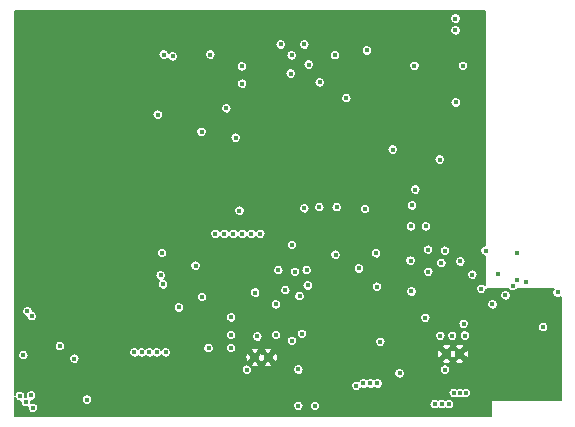
<source format=gbr>
G04 #@! TF.GenerationSoftware,KiCad,Pcbnew,(5.1.5)-3*
G04 #@! TF.CreationDate,2020-06-04T21:55:03-04:00*
G04 #@! TF.ProjectId,SmartWatch V4,536d6172-7457-4617-9463-682056342e6b,rev?*
G04 #@! TF.SameCoordinates,Original*
G04 #@! TF.FileFunction,Copper,L3,Inr*
G04 #@! TF.FilePolarity,Positive*
%FSLAX46Y46*%
G04 Gerber Fmt 4.6, Leading zero omitted, Abs format (unit mm)*
G04 Created by KiCad (PCBNEW (5.1.5)-3) date 2020-06-04 21:55:03*
%MOMM*%
%LPD*%
G04 APERTURE LIST*
%ADD10C,0.500000*%
%ADD11C,0.450000*%
%ADD12C,0.150000*%
G04 APERTURE END LIST*
D10*
X143850000Y-92000000D03*
X144950000Y-92000000D03*
X161150000Y-91700000D03*
X160050000Y-91700000D03*
D11*
X141000000Y-93000000D03*
X141800000Y-95600000D03*
X139200000Y-95600000D03*
X136800000Y-95600000D03*
X134200000Y-95600000D03*
X134800000Y-93000000D03*
X160274000Y-87122000D03*
X160274000Y-85852000D03*
X132130800Y-91389200D03*
X152908000Y-90678000D03*
X145900000Y-96100000D03*
X162100000Y-81400000D03*
X162100000Y-80400000D03*
X156100000Y-72900000D03*
X153300000Y-72800000D03*
X156100000Y-69800000D03*
X153300000Y-69800000D03*
X162100000Y-64300000D03*
X162100000Y-63300000D03*
X138600000Y-89400000D03*
X147000000Y-89000000D03*
X152000000Y-96200000D03*
X167600000Y-93400000D03*
X168200000Y-93400000D03*
X168800000Y-93400000D03*
X168800000Y-94000000D03*
X168200000Y-94000000D03*
X167600000Y-94000000D03*
X167600000Y-94600000D03*
X168200000Y-94600000D03*
X168800000Y-94600000D03*
X167600000Y-95200000D03*
X168200000Y-95200000D03*
X168800000Y-95200000D03*
X156464000Y-90678000D03*
X158400000Y-90500000D03*
X150650000Y-86550000D03*
X154150000Y-84550000D03*
X156000000Y-95200000D03*
X140900000Y-63600000D03*
X144595000Y-66685000D03*
X125700000Y-64500000D03*
X125600000Y-68200000D03*
X125075000Y-83550000D03*
X127810000Y-64090000D03*
X153924000Y-88900000D03*
X126754797Y-91033600D03*
X126796800Y-96570800D03*
X135763000Y-90805000D03*
X136398000Y-90805000D03*
X137033000Y-90805000D03*
X137668000Y-90805000D03*
X138303000Y-90805000D03*
X162839400Y-87807800D03*
X165227000Y-89255600D03*
X163906200Y-90805000D03*
X147320000Y-91414600D03*
X136170000Y-75200000D03*
X137347107Y-75472561D03*
X137460000Y-77400000D03*
X136400000Y-80920000D03*
X135820000Y-83970000D03*
X125065166Y-85065166D03*
X166940000Y-86520000D03*
X133700000Y-68200000D03*
X133700000Y-69150000D03*
X136150000Y-71350000D03*
X136650000Y-71600000D03*
X141700000Y-74550000D03*
X124866400Y-95199200D03*
X128524000Y-92100400D03*
X161493200Y-89154000D03*
X154432000Y-90678000D03*
X160800000Y-64300000D03*
X160800000Y-63300000D03*
X159600000Y-84000000D03*
X157000000Y-83800000D03*
X150650000Y-83300000D03*
X145800000Y-84600000D03*
X148900000Y-96100000D03*
X163347400Y-82956400D03*
X161594800Y-90144600D03*
X160528000Y-90170000D03*
X159512000Y-90170000D03*
X158242000Y-88646000D03*
X127304800Y-91033600D03*
X147497800Y-93014800D03*
X169450000Y-86490000D03*
X137380000Y-87760000D03*
X136100000Y-66350000D03*
X136850000Y-66500000D03*
X147500000Y-96100000D03*
X153000000Y-94200000D03*
X153600000Y-94200000D03*
X154200000Y-94200000D03*
X152400000Y-94400000D03*
X133604000Y-91567000D03*
X134239000Y-91567000D03*
X134874000Y-91567000D03*
X135509000Y-91567000D03*
X136271000Y-91567000D03*
X159650000Y-95950000D03*
X159050000Y-95950000D03*
X160250000Y-95950000D03*
X146000000Y-65500001D03*
X148000000Y-65500001D03*
X129603500Y-95567500D03*
X125018800Y-96266000D03*
X143840200Y-86505010D03*
X138800000Y-84225000D03*
X159909680Y-82957720D03*
X123920600Y-95250000D03*
X139344400Y-86880010D03*
X168224200Y-89433400D03*
X159918400Y-93040200D03*
X161442400Y-67310000D03*
X157327600Y-67310000D03*
X162991800Y-86188200D03*
X144018000Y-90220800D03*
X147800000Y-90000000D03*
X147600000Y-86800000D03*
X157130000Y-79130000D03*
X124409200Y-95758000D03*
X124923779Y-88501118D03*
X136042400Y-85801200D03*
X158295000Y-80900000D03*
X124206000Y-91795600D03*
X124561600Y-88087200D03*
X135839200Y-85039200D03*
X157025000Y-80900000D03*
X158481518Y-82881950D03*
X153300000Y-66000000D03*
X165970000Y-83150000D03*
X162230000Y-84990000D03*
X158503454Y-84749293D03*
X157073600Y-86410800D03*
X154149999Y-86010000D03*
X152630000Y-84460000D03*
X164440000Y-84890000D03*
X161213800Y-83870800D03*
X157400263Y-77780000D03*
X156070000Y-93340000D03*
X154080000Y-83170000D03*
X146970000Y-82470000D03*
X148300000Y-85900000D03*
X146400000Y-86300000D03*
X148200000Y-84600000D03*
X147207763Y-84747763D03*
X161692400Y-95000000D03*
X161159000Y-95000000D03*
X160651000Y-95000000D03*
X165980000Y-85430000D03*
X163931600Y-87503000D03*
X165650000Y-85934200D03*
X148005800Y-79375000D03*
X142510000Y-79580000D03*
X139300000Y-72900000D03*
X135960000Y-83160000D03*
X139900000Y-91200000D03*
X141800000Y-91200000D03*
X145600000Y-87500000D03*
X145600000Y-90100000D03*
X141800000Y-90100000D03*
X141800000Y-88600000D03*
X140462000Y-81534000D03*
X141224000Y-81534000D03*
X141986000Y-81534000D03*
X142748000Y-81534000D03*
X143510000Y-81534000D03*
X144272000Y-81534000D03*
X159470000Y-75240000D03*
X141400000Y-70900000D03*
X142200000Y-73400000D03*
X155490000Y-74400000D03*
X160830000Y-70410000D03*
X151560000Y-70040000D03*
X146930000Y-66420000D03*
X150750000Y-79270000D03*
X149270000Y-79270000D03*
X153140000Y-79430000D03*
X150600000Y-66400000D03*
X149310000Y-68700000D03*
X148375000Y-67200000D03*
X146850000Y-67960000D03*
X142740000Y-68820000D03*
X146970000Y-90590000D03*
X143140000Y-93030000D03*
X166735000Y-85610000D03*
X165030000Y-86740000D03*
X140050000Y-66350000D03*
X135600000Y-71450000D03*
X142714999Y-67350000D03*
D12*
G36*
X163325000Y-82506400D02*
G01*
X163303079Y-82506400D01*
X163216140Y-82523694D01*
X163134245Y-82557615D01*
X163060542Y-82606862D01*
X162997862Y-82669542D01*
X162948615Y-82743245D01*
X162914694Y-82825140D01*
X162897400Y-82912079D01*
X162897400Y-83000721D01*
X162914694Y-83087660D01*
X162948615Y-83169555D01*
X162997862Y-83243258D01*
X163060542Y-83305938D01*
X163134245Y-83355185D01*
X163216140Y-83389106D01*
X163303079Y-83406400D01*
X163325000Y-83406400D01*
X163325000Y-85885004D01*
X163278658Y-85838662D01*
X163204955Y-85789415D01*
X163123060Y-85755494D01*
X163036121Y-85738200D01*
X162947479Y-85738200D01*
X162860540Y-85755494D01*
X162778645Y-85789415D01*
X162704942Y-85838662D01*
X162642262Y-85901342D01*
X162593015Y-85975045D01*
X162559094Y-86056940D01*
X162541800Y-86143879D01*
X162541800Y-86232521D01*
X162559094Y-86319460D01*
X162593015Y-86401355D01*
X162642262Y-86475058D01*
X162704942Y-86537738D01*
X162778645Y-86586985D01*
X162860540Y-86620906D01*
X162947479Y-86638200D01*
X163036121Y-86638200D01*
X163123060Y-86620906D01*
X163204955Y-86586985D01*
X163278658Y-86537738D01*
X163341338Y-86475058D01*
X163390585Y-86401355D01*
X163424506Y-86319460D01*
X163441800Y-86232521D01*
X163441800Y-86175000D01*
X165269687Y-86175000D01*
X165300462Y-86221058D01*
X165363142Y-86283738D01*
X165436845Y-86332985D01*
X165518740Y-86366906D01*
X165605679Y-86384200D01*
X165694321Y-86384200D01*
X165781260Y-86366906D01*
X165863155Y-86332985D01*
X165936858Y-86283738D01*
X165999538Y-86221058D01*
X166030313Y-86175000D01*
X169128604Y-86175000D01*
X169100462Y-86203142D01*
X169051215Y-86276845D01*
X169017294Y-86358740D01*
X169000000Y-86445679D01*
X169000000Y-86534321D01*
X169017294Y-86621260D01*
X169051215Y-86703155D01*
X169100462Y-86776858D01*
X169163142Y-86839538D01*
X169236845Y-86888785D01*
X169318740Y-86922706D01*
X169405679Y-86940000D01*
X169494321Y-86940000D01*
X169581260Y-86922706D01*
X169663155Y-86888785D01*
X169725000Y-86847461D01*
X169725000Y-95625000D01*
X163900000Y-95625000D01*
X163885368Y-95626441D01*
X163871299Y-95630709D01*
X163858332Y-95637640D01*
X163846967Y-95646967D01*
X163837640Y-95658332D01*
X163830709Y-95671299D01*
X163826441Y-95685368D01*
X163825000Y-95700000D01*
X163825000Y-96950000D01*
X133525139Y-96950000D01*
X123475000Y-96925185D01*
X123475000Y-95316440D01*
X123487894Y-95381260D01*
X123521815Y-95463155D01*
X123571062Y-95536858D01*
X123633742Y-95599538D01*
X123707445Y-95648785D01*
X123789340Y-95682706D01*
X123876279Y-95700000D01*
X123961921Y-95700000D01*
X123959200Y-95713679D01*
X123959200Y-95802321D01*
X123976494Y-95889260D01*
X124010415Y-95971155D01*
X124059662Y-96044858D01*
X124122342Y-96107538D01*
X124196045Y-96156785D01*
X124277940Y-96190706D01*
X124364879Y-96208000D01*
X124453521Y-96208000D01*
X124540460Y-96190706D01*
X124578059Y-96175132D01*
X124568800Y-96221679D01*
X124568800Y-96310321D01*
X124586094Y-96397260D01*
X124620015Y-96479155D01*
X124669262Y-96552858D01*
X124731942Y-96615538D01*
X124805645Y-96664785D01*
X124887540Y-96698706D01*
X124974479Y-96716000D01*
X125063121Y-96716000D01*
X125150060Y-96698706D01*
X125231955Y-96664785D01*
X125305658Y-96615538D01*
X125368338Y-96552858D01*
X125417585Y-96479155D01*
X125451506Y-96397260D01*
X125468800Y-96310321D01*
X125468800Y-96221679D01*
X125451506Y-96134740D01*
X125418759Y-96055679D01*
X147050000Y-96055679D01*
X147050000Y-96144321D01*
X147067294Y-96231260D01*
X147101215Y-96313155D01*
X147150462Y-96386858D01*
X147213142Y-96449538D01*
X147286845Y-96498785D01*
X147368740Y-96532706D01*
X147455679Y-96550000D01*
X147544321Y-96550000D01*
X147631260Y-96532706D01*
X147713155Y-96498785D01*
X147786858Y-96449538D01*
X147849538Y-96386858D01*
X147898785Y-96313155D01*
X147932706Y-96231260D01*
X147950000Y-96144321D01*
X147950000Y-96055679D01*
X148450000Y-96055679D01*
X148450000Y-96144321D01*
X148467294Y-96231260D01*
X148501215Y-96313155D01*
X148550462Y-96386858D01*
X148613142Y-96449538D01*
X148686845Y-96498785D01*
X148768740Y-96532706D01*
X148855679Y-96550000D01*
X148944321Y-96550000D01*
X149031260Y-96532706D01*
X149113155Y-96498785D01*
X149186858Y-96449538D01*
X149249538Y-96386858D01*
X149298785Y-96313155D01*
X149332706Y-96231260D01*
X149350000Y-96144321D01*
X149350000Y-96055679D01*
X149332706Y-95968740D01*
X149306587Y-95905679D01*
X158600000Y-95905679D01*
X158600000Y-95994321D01*
X158617294Y-96081260D01*
X158651215Y-96163155D01*
X158700462Y-96236858D01*
X158763142Y-96299538D01*
X158836845Y-96348785D01*
X158918740Y-96382706D01*
X159005679Y-96400000D01*
X159094321Y-96400000D01*
X159181260Y-96382706D01*
X159263155Y-96348785D01*
X159336858Y-96299538D01*
X159350000Y-96286396D01*
X159363142Y-96299538D01*
X159436845Y-96348785D01*
X159518740Y-96382706D01*
X159605679Y-96400000D01*
X159694321Y-96400000D01*
X159781260Y-96382706D01*
X159863155Y-96348785D01*
X159936858Y-96299538D01*
X159950000Y-96286396D01*
X159963142Y-96299538D01*
X160036845Y-96348785D01*
X160118740Y-96382706D01*
X160205679Y-96400000D01*
X160294321Y-96400000D01*
X160381260Y-96382706D01*
X160463155Y-96348785D01*
X160536858Y-96299538D01*
X160599538Y-96236858D01*
X160648785Y-96163155D01*
X160682706Y-96081260D01*
X160700000Y-95994321D01*
X160700000Y-95905679D01*
X160682706Y-95818740D01*
X160648785Y-95736845D01*
X160599538Y-95663142D01*
X160536858Y-95600462D01*
X160463155Y-95551215D01*
X160381260Y-95517294D01*
X160294321Y-95500000D01*
X160205679Y-95500000D01*
X160118740Y-95517294D01*
X160036845Y-95551215D01*
X159963142Y-95600462D01*
X159950000Y-95613604D01*
X159936858Y-95600462D01*
X159863155Y-95551215D01*
X159781260Y-95517294D01*
X159694321Y-95500000D01*
X159605679Y-95500000D01*
X159518740Y-95517294D01*
X159436845Y-95551215D01*
X159363142Y-95600462D01*
X159350000Y-95613604D01*
X159336858Y-95600462D01*
X159263155Y-95551215D01*
X159181260Y-95517294D01*
X159094321Y-95500000D01*
X159005679Y-95500000D01*
X158918740Y-95517294D01*
X158836845Y-95551215D01*
X158763142Y-95600462D01*
X158700462Y-95663142D01*
X158651215Y-95736845D01*
X158617294Y-95818740D01*
X158600000Y-95905679D01*
X149306587Y-95905679D01*
X149298785Y-95886845D01*
X149249538Y-95813142D01*
X149186858Y-95750462D01*
X149113155Y-95701215D01*
X149031260Y-95667294D01*
X148944321Y-95650000D01*
X148855679Y-95650000D01*
X148768740Y-95667294D01*
X148686845Y-95701215D01*
X148613142Y-95750462D01*
X148550462Y-95813142D01*
X148501215Y-95886845D01*
X148467294Y-95968740D01*
X148450000Y-96055679D01*
X147950000Y-96055679D01*
X147932706Y-95968740D01*
X147898785Y-95886845D01*
X147849538Y-95813142D01*
X147786858Y-95750462D01*
X147713155Y-95701215D01*
X147631260Y-95667294D01*
X147544321Y-95650000D01*
X147455679Y-95650000D01*
X147368740Y-95667294D01*
X147286845Y-95701215D01*
X147213142Y-95750462D01*
X147150462Y-95813142D01*
X147101215Y-95886845D01*
X147067294Y-95968740D01*
X147050000Y-96055679D01*
X125418759Y-96055679D01*
X125417585Y-96052845D01*
X125368338Y-95979142D01*
X125305658Y-95916462D01*
X125231955Y-95867215D01*
X125150060Y-95833294D01*
X125063121Y-95816000D01*
X124974479Y-95816000D01*
X124887540Y-95833294D01*
X124849941Y-95848868D01*
X124859200Y-95802321D01*
X124859200Y-95713679D01*
X124846374Y-95649200D01*
X124910721Y-95649200D01*
X124997660Y-95631906D01*
X125079555Y-95597985D01*
X125153258Y-95548738D01*
X125178817Y-95523179D01*
X129153500Y-95523179D01*
X129153500Y-95611821D01*
X129170794Y-95698760D01*
X129204715Y-95780655D01*
X129253962Y-95854358D01*
X129316642Y-95917038D01*
X129390345Y-95966285D01*
X129472240Y-96000206D01*
X129559179Y-96017500D01*
X129647821Y-96017500D01*
X129734760Y-96000206D01*
X129816655Y-95966285D01*
X129890358Y-95917038D01*
X129953038Y-95854358D01*
X130002285Y-95780655D01*
X130036206Y-95698760D01*
X130053500Y-95611821D01*
X130053500Y-95523179D01*
X130036206Y-95436240D01*
X130002285Y-95354345D01*
X129953038Y-95280642D01*
X129890358Y-95217962D01*
X129816655Y-95168715D01*
X129734760Y-95134794D01*
X129647821Y-95117500D01*
X129559179Y-95117500D01*
X129472240Y-95134794D01*
X129390345Y-95168715D01*
X129316642Y-95217962D01*
X129253962Y-95280642D01*
X129204715Y-95354345D01*
X129170794Y-95436240D01*
X129153500Y-95523179D01*
X125178817Y-95523179D01*
X125215938Y-95486058D01*
X125265185Y-95412355D01*
X125299106Y-95330460D01*
X125316400Y-95243521D01*
X125316400Y-95154879D01*
X125299106Y-95067940D01*
X125265185Y-94986045D01*
X125244895Y-94955679D01*
X160201000Y-94955679D01*
X160201000Y-95044321D01*
X160218294Y-95131260D01*
X160252215Y-95213155D01*
X160301462Y-95286858D01*
X160364142Y-95349538D01*
X160437845Y-95398785D01*
X160519740Y-95432706D01*
X160606679Y-95450000D01*
X160695321Y-95450000D01*
X160782260Y-95432706D01*
X160864155Y-95398785D01*
X160905000Y-95371493D01*
X160945845Y-95398785D01*
X161027740Y-95432706D01*
X161114679Y-95450000D01*
X161203321Y-95450000D01*
X161290260Y-95432706D01*
X161372155Y-95398785D01*
X161425700Y-95363007D01*
X161479245Y-95398785D01*
X161561140Y-95432706D01*
X161648079Y-95450000D01*
X161736721Y-95450000D01*
X161823660Y-95432706D01*
X161905555Y-95398785D01*
X161979258Y-95349538D01*
X162041938Y-95286858D01*
X162091185Y-95213155D01*
X162125106Y-95131260D01*
X162142400Y-95044321D01*
X162142400Y-94955679D01*
X162125106Y-94868740D01*
X162091185Y-94786845D01*
X162041938Y-94713142D01*
X161979258Y-94650462D01*
X161905555Y-94601215D01*
X161823660Y-94567294D01*
X161736721Y-94550000D01*
X161648079Y-94550000D01*
X161561140Y-94567294D01*
X161479245Y-94601215D01*
X161425700Y-94636993D01*
X161372155Y-94601215D01*
X161290260Y-94567294D01*
X161203321Y-94550000D01*
X161114679Y-94550000D01*
X161027740Y-94567294D01*
X160945845Y-94601215D01*
X160905000Y-94628507D01*
X160864155Y-94601215D01*
X160782260Y-94567294D01*
X160695321Y-94550000D01*
X160606679Y-94550000D01*
X160519740Y-94567294D01*
X160437845Y-94601215D01*
X160364142Y-94650462D01*
X160301462Y-94713142D01*
X160252215Y-94786845D01*
X160218294Y-94868740D01*
X160201000Y-94955679D01*
X125244895Y-94955679D01*
X125215938Y-94912342D01*
X125153258Y-94849662D01*
X125079555Y-94800415D01*
X124997660Y-94766494D01*
X124910721Y-94749200D01*
X124822079Y-94749200D01*
X124735140Y-94766494D01*
X124653245Y-94800415D01*
X124579542Y-94849662D01*
X124516862Y-94912342D01*
X124467615Y-94986045D01*
X124433694Y-95067940D01*
X124416400Y-95154879D01*
X124416400Y-95243521D01*
X124429226Y-95308000D01*
X124367879Y-95308000D01*
X124370600Y-95294321D01*
X124370600Y-95205679D01*
X124353306Y-95118740D01*
X124319385Y-95036845D01*
X124270138Y-94963142D01*
X124207458Y-94900462D01*
X124133755Y-94851215D01*
X124051860Y-94817294D01*
X123964921Y-94800000D01*
X123876279Y-94800000D01*
X123789340Y-94817294D01*
X123707445Y-94851215D01*
X123633742Y-94900462D01*
X123571062Y-94963142D01*
X123521815Y-95036845D01*
X123487894Y-95118740D01*
X123475000Y-95183560D01*
X123475000Y-94355679D01*
X151950000Y-94355679D01*
X151950000Y-94444321D01*
X151967294Y-94531260D01*
X152001215Y-94613155D01*
X152050462Y-94686858D01*
X152113142Y-94749538D01*
X152186845Y-94798785D01*
X152268740Y-94832706D01*
X152355679Y-94850000D01*
X152444321Y-94850000D01*
X152531260Y-94832706D01*
X152613155Y-94798785D01*
X152686858Y-94749538D01*
X152749538Y-94686858D01*
X152798785Y-94613155D01*
X152802117Y-94605111D01*
X152868740Y-94632706D01*
X152955679Y-94650000D01*
X153044321Y-94650000D01*
X153131260Y-94632706D01*
X153213155Y-94598785D01*
X153286858Y-94549538D01*
X153300000Y-94536396D01*
X153313142Y-94549538D01*
X153386845Y-94598785D01*
X153468740Y-94632706D01*
X153555679Y-94650000D01*
X153644321Y-94650000D01*
X153731260Y-94632706D01*
X153813155Y-94598785D01*
X153886858Y-94549538D01*
X153900000Y-94536396D01*
X153913142Y-94549538D01*
X153986845Y-94598785D01*
X154068740Y-94632706D01*
X154155679Y-94650000D01*
X154244321Y-94650000D01*
X154331260Y-94632706D01*
X154413155Y-94598785D01*
X154486858Y-94549538D01*
X154549538Y-94486858D01*
X154598785Y-94413155D01*
X154632706Y-94331260D01*
X154650000Y-94244321D01*
X154650000Y-94155679D01*
X154632706Y-94068740D01*
X154598785Y-93986845D01*
X154549538Y-93913142D01*
X154486858Y-93850462D01*
X154413155Y-93801215D01*
X154331260Y-93767294D01*
X154244321Y-93750000D01*
X154155679Y-93750000D01*
X154068740Y-93767294D01*
X153986845Y-93801215D01*
X153913142Y-93850462D01*
X153900000Y-93863604D01*
X153886858Y-93850462D01*
X153813155Y-93801215D01*
X153731260Y-93767294D01*
X153644321Y-93750000D01*
X153555679Y-93750000D01*
X153468740Y-93767294D01*
X153386845Y-93801215D01*
X153313142Y-93850462D01*
X153300000Y-93863604D01*
X153286858Y-93850462D01*
X153213155Y-93801215D01*
X153131260Y-93767294D01*
X153044321Y-93750000D01*
X152955679Y-93750000D01*
X152868740Y-93767294D01*
X152786845Y-93801215D01*
X152713142Y-93850462D01*
X152650462Y-93913142D01*
X152601215Y-93986845D01*
X152597883Y-93994889D01*
X152531260Y-93967294D01*
X152444321Y-93950000D01*
X152355679Y-93950000D01*
X152268740Y-93967294D01*
X152186845Y-94001215D01*
X152113142Y-94050462D01*
X152050462Y-94113142D01*
X152001215Y-94186845D01*
X151967294Y-94268740D01*
X151950000Y-94355679D01*
X123475000Y-94355679D01*
X123475000Y-92985679D01*
X142690000Y-92985679D01*
X142690000Y-93074321D01*
X142707294Y-93161260D01*
X142741215Y-93243155D01*
X142790462Y-93316858D01*
X142853142Y-93379538D01*
X142926845Y-93428785D01*
X143008740Y-93462706D01*
X143095679Y-93480000D01*
X143184321Y-93480000D01*
X143271260Y-93462706D01*
X143353155Y-93428785D01*
X143426858Y-93379538D01*
X143489538Y-93316858D01*
X143538785Y-93243155D01*
X143572706Y-93161260D01*
X143590000Y-93074321D01*
X143590000Y-92985679D01*
X143586977Y-92970479D01*
X147047800Y-92970479D01*
X147047800Y-93059121D01*
X147065094Y-93146060D01*
X147099015Y-93227955D01*
X147148262Y-93301658D01*
X147210942Y-93364338D01*
X147284645Y-93413585D01*
X147366540Y-93447506D01*
X147453479Y-93464800D01*
X147542121Y-93464800D01*
X147629060Y-93447506D01*
X147710955Y-93413585D01*
X147784658Y-93364338D01*
X147847338Y-93301658D01*
X147851333Y-93295679D01*
X155620000Y-93295679D01*
X155620000Y-93384321D01*
X155637294Y-93471260D01*
X155671215Y-93553155D01*
X155720462Y-93626858D01*
X155783142Y-93689538D01*
X155856845Y-93738785D01*
X155938740Y-93772706D01*
X156025679Y-93790000D01*
X156114321Y-93790000D01*
X156201260Y-93772706D01*
X156283155Y-93738785D01*
X156356858Y-93689538D01*
X156419538Y-93626858D01*
X156468785Y-93553155D01*
X156502706Y-93471260D01*
X156520000Y-93384321D01*
X156520000Y-93295679D01*
X156502706Y-93208740D01*
X156468785Y-93126845D01*
X156419538Y-93053142D01*
X156362275Y-92995879D01*
X159468400Y-92995879D01*
X159468400Y-93084521D01*
X159485694Y-93171460D01*
X159519615Y-93253355D01*
X159568862Y-93327058D01*
X159631542Y-93389738D01*
X159705245Y-93438985D01*
X159787140Y-93472906D01*
X159874079Y-93490200D01*
X159962721Y-93490200D01*
X160049660Y-93472906D01*
X160131555Y-93438985D01*
X160205258Y-93389738D01*
X160267938Y-93327058D01*
X160317185Y-93253355D01*
X160351106Y-93171460D01*
X160368400Y-93084521D01*
X160368400Y-92995879D01*
X160351106Y-92908940D01*
X160317185Y-92827045D01*
X160267938Y-92753342D01*
X160205258Y-92690662D01*
X160131555Y-92641415D01*
X160049660Y-92607494D01*
X159962721Y-92590200D01*
X159874079Y-92590200D01*
X159787140Y-92607494D01*
X159705245Y-92641415D01*
X159631542Y-92690662D01*
X159568862Y-92753342D01*
X159519615Y-92827045D01*
X159485694Y-92908940D01*
X159468400Y-92995879D01*
X156362275Y-92995879D01*
X156356858Y-92990462D01*
X156283155Y-92941215D01*
X156201260Y-92907294D01*
X156114321Y-92890000D01*
X156025679Y-92890000D01*
X155938740Y-92907294D01*
X155856845Y-92941215D01*
X155783142Y-92990462D01*
X155720462Y-93053142D01*
X155671215Y-93126845D01*
X155637294Y-93208740D01*
X155620000Y-93295679D01*
X147851333Y-93295679D01*
X147896585Y-93227955D01*
X147930506Y-93146060D01*
X147947800Y-93059121D01*
X147947800Y-92970479D01*
X147930506Y-92883540D01*
X147896585Y-92801645D01*
X147847338Y-92727942D01*
X147784658Y-92665262D01*
X147710955Y-92616015D01*
X147629060Y-92582094D01*
X147542121Y-92564800D01*
X147453479Y-92564800D01*
X147366540Y-92582094D01*
X147284645Y-92616015D01*
X147210942Y-92665262D01*
X147148262Y-92727942D01*
X147099015Y-92801645D01*
X147065094Y-92883540D01*
X147047800Y-92970479D01*
X143586977Y-92970479D01*
X143572706Y-92898740D01*
X143538785Y-92816845D01*
X143489538Y-92743142D01*
X143426858Y-92680462D01*
X143353155Y-92631215D01*
X143271260Y-92597294D01*
X143267928Y-92596631D01*
X143500857Y-92596631D01*
X143510457Y-92765069D01*
X143666238Y-92816610D01*
X143829082Y-92836770D01*
X143992730Y-92824772D01*
X144150892Y-92781079D01*
X144189543Y-92765069D01*
X144199143Y-92596631D01*
X144600857Y-92596631D01*
X144610457Y-92765069D01*
X144766238Y-92816610D01*
X144929082Y-92836770D01*
X145092730Y-92824772D01*
X145250892Y-92781079D01*
X145289543Y-92765069D01*
X145299143Y-92596631D01*
X144950000Y-92247487D01*
X144600857Y-92596631D01*
X144199143Y-92596631D01*
X143850000Y-92247487D01*
X143500857Y-92596631D01*
X143267928Y-92596631D01*
X143184321Y-92580000D01*
X143095679Y-92580000D01*
X143008740Y-92597294D01*
X142926845Y-92631215D01*
X142853142Y-92680462D01*
X142790462Y-92743142D01*
X142741215Y-92816845D01*
X142707294Y-92898740D01*
X142690000Y-92985679D01*
X123475000Y-92985679D01*
X123475000Y-91751279D01*
X123756000Y-91751279D01*
X123756000Y-91839921D01*
X123773294Y-91926860D01*
X123807215Y-92008755D01*
X123856462Y-92082458D01*
X123919142Y-92145138D01*
X123992845Y-92194385D01*
X124074740Y-92228306D01*
X124161679Y-92245600D01*
X124250321Y-92245600D01*
X124337260Y-92228306D01*
X124419155Y-92194385D01*
X124492858Y-92145138D01*
X124555538Y-92082458D01*
X124573163Y-92056079D01*
X128074000Y-92056079D01*
X128074000Y-92144721D01*
X128091294Y-92231660D01*
X128125215Y-92313555D01*
X128174462Y-92387258D01*
X128237142Y-92449938D01*
X128310845Y-92499185D01*
X128392740Y-92533106D01*
X128479679Y-92550400D01*
X128568321Y-92550400D01*
X128655260Y-92533106D01*
X128737155Y-92499185D01*
X128810858Y-92449938D01*
X128873538Y-92387258D01*
X128922785Y-92313555D01*
X128956706Y-92231660D01*
X128974000Y-92144721D01*
X128974000Y-92056079D01*
X128956706Y-91969140D01*
X128922785Y-91887245D01*
X128873538Y-91813542D01*
X128810858Y-91750862D01*
X128737155Y-91701615D01*
X128655260Y-91667694D01*
X128568321Y-91650400D01*
X128479679Y-91650400D01*
X128392740Y-91667694D01*
X128310845Y-91701615D01*
X128237142Y-91750862D01*
X128174462Y-91813542D01*
X128125215Y-91887245D01*
X128091294Y-91969140D01*
X128074000Y-92056079D01*
X124573163Y-92056079D01*
X124604785Y-92008755D01*
X124638706Y-91926860D01*
X124656000Y-91839921D01*
X124656000Y-91751279D01*
X124638706Y-91664340D01*
X124604785Y-91582445D01*
X124564851Y-91522679D01*
X133154000Y-91522679D01*
X133154000Y-91611321D01*
X133171294Y-91698260D01*
X133205215Y-91780155D01*
X133254462Y-91853858D01*
X133317142Y-91916538D01*
X133390845Y-91965785D01*
X133472740Y-91999706D01*
X133559679Y-92017000D01*
X133648321Y-92017000D01*
X133735260Y-91999706D01*
X133817155Y-91965785D01*
X133890858Y-91916538D01*
X133921500Y-91885896D01*
X133952142Y-91916538D01*
X134025845Y-91965785D01*
X134107740Y-91999706D01*
X134194679Y-92017000D01*
X134283321Y-92017000D01*
X134370260Y-91999706D01*
X134452155Y-91965785D01*
X134525858Y-91916538D01*
X134556500Y-91885896D01*
X134587142Y-91916538D01*
X134660845Y-91965785D01*
X134742740Y-91999706D01*
X134829679Y-92017000D01*
X134918321Y-92017000D01*
X135005260Y-91999706D01*
X135087155Y-91965785D01*
X135160858Y-91916538D01*
X135191500Y-91885896D01*
X135222142Y-91916538D01*
X135295845Y-91965785D01*
X135377740Y-91999706D01*
X135464679Y-92017000D01*
X135553321Y-92017000D01*
X135640260Y-91999706D01*
X135722155Y-91965785D01*
X135795858Y-91916538D01*
X135858538Y-91853858D01*
X135890000Y-91806772D01*
X135921462Y-91853858D01*
X135984142Y-91916538D01*
X136057845Y-91965785D01*
X136139740Y-91999706D01*
X136226679Y-92017000D01*
X136315321Y-92017000D01*
X136402260Y-91999706D01*
X136452052Y-91979082D01*
X143013230Y-91979082D01*
X143025228Y-92142730D01*
X143068921Y-92300892D01*
X143084931Y-92339543D01*
X143253369Y-92349143D01*
X143602513Y-92000000D01*
X144097487Y-92000000D01*
X144116130Y-92018643D01*
X144125228Y-92142730D01*
X144168921Y-92300892D01*
X144184931Y-92339543D01*
X144353369Y-92349143D01*
X144400000Y-92302512D01*
X144446631Y-92349143D01*
X144615069Y-92339543D01*
X144666610Y-92183762D01*
X144686770Y-92020918D01*
X144686417Y-92016096D01*
X144702513Y-92000000D01*
X145197487Y-92000000D01*
X145546631Y-92349143D01*
X145715069Y-92339543D01*
X145729266Y-92296631D01*
X159700857Y-92296631D01*
X159710457Y-92465069D01*
X159866238Y-92516610D01*
X160029082Y-92536770D01*
X160192730Y-92524772D01*
X160350892Y-92481079D01*
X160389543Y-92465069D01*
X160399143Y-92296631D01*
X160800857Y-92296631D01*
X160810457Y-92465069D01*
X160966238Y-92516610D01*
X161129082Y-92536770D01*
X161292730Y-92524772D01*
X161450892Y-92481079D01*
X161489543Y-92465069D01*
X161499143Y-92296631D01*
X161150000Y-91947487D01*
X160800857Y-92296631D01*
X160399143Y-92296631D01*
X160050000Y-91947487D01*
X159700857Y-92296631D01*
X145729266Y-92296631D01*
X145766610Y-92183762D01*
X145786770Y-92020918D01*
X145774772Y-91857270D01*
X145731079Y-91699108D01*
X145722784Y-91679082D01*
X159213230Y-91679082D01*
X159225228Y-91842730D01*
X159268921Y-92000892D01*
X159284931Y-92039543D01*
X159453369Y-92049143D01*
X159802513Y-91700000D01*
X160297487Y-91700000D01*
X160316130Y-91718643D01*
X160325228Y-91842730D01*
X160368921Y-92000892D01*
X160384931Y-92039543D01*
X160553369Y-92049143D01*
X160600000Y-92002512D01*
X160646631Y-92049143D01*
X160815069Y-92039543D01*
X160866610Y-91883762D01*
X160886770Y-91720918D01*
X160886417Y-91716096D01*
X160902513Y-91700000D01*
X161397487Y-91700000D01*
X161746631Y-92049143D01*
X161915069Y-92039543D01*
X161966610Y-91883762D01*
X161986770Y-91720918D01*
X161974772Y-91557270D01*
X161931079Y-91399108D01*
X161915069Y-91360457D01*
X161746631Y-91350857D01*
X161397487Y-91700000D01*
X160902513Y-91700000D01*
X160883870Y-91681357D01*
X160874772Y-91557270D01*
X160831079Y-91399108D01*
X160815069Y-91360457D01*
X160646631Y-91350857D01*
X160600000Y-91397488D01*
X160553369Y-91350857D01*
X160384931Y-91360457D01*
X160333390Y-91516238D01*
X160313230Y-91679082D01*
X160313583Y-91683904D01*
X160297487Y-91700000D01*
X159802513Y-91700000D01*
X159453369Y-91350857D01*
X159284931Y-91360457D01*
X159233390Y-91516238D01*
X159213230Y-91679082D01*
X145722784Y-91679082D01*
X145715069Y-91660457D01*
X145546631Y-91650857D01*
X145197487Y-92000000D01*
X144702513Y-92000000D01*
X144683870Y-91981357D01*
X144674772Y-91857270D01*
X144631079Y-91699108D01*
X144615069Y-91660457D01*
X144446631Y-91650857D01*
X144400000Y-91697488D01*
X144353369Y-91650857D01*
X144184931Y-91660457D01*
X144133390Y-91816238D01*
X144113230Y-91979082D01*
X144113583Y-91983904D01*
X144097487Y-92000000D01*
X143602513Y-92000000D01*
X143253369Y-91650857D01*
X143084931Y-91660457D01*
X143033390Y-91816238D01*
X143013230Y-91979082D01*
X136452052Y-91979082D01*
X136484155Y-91965785D01*
X136557858Y-91916538D01*
X136620538Y-91853858D01*
X136669785Y-91780155D01*
X136703706Y-91698260D01*
X136721000Y-91611321D01*
X136721000Y-91522679D01*
X136703706Y-91435740D01*
X136669785Y-91353845D01*
X136620538Y-91280142D01*
X136557858Y-91217462D01*
X136484155Y-91168215D01*
X136453890Y-91155679D01*
X139450000Y-91155679D01*
X139450000Y-91244321D01*
X139467294Y-91331260D01*
X139501215Y-91413155D01*
X139550462Y-91486858D01*
X139613142Y-91549538D01*
X139686845Y-91598785D01*
X139768740Y-91632706D01*
X139855679Y-91650000D01*
X139944321Y-91650000D01*
X140031260Y-91632706D01*
X140113155Y-91598785D01*
X140186858Y-91549538D01*
X140249538Y-91486858D01*
X140298785Y-91413155D01*
X140332706Y-91331260D01*
X140350000Y-91244321D01*
X140350000Y-91155679D01*
X141350000Y-91155679D01*
X141350000Y-91244321D01*
X141367294Y-91331260D01*
X141401215Y-91413155D01*
X141450462Y-91486858D01*
X141513142Y-91549538D01*
X141586845Y-91598785D01*
X141668740Y-91632706D01*
X141755679Y-91650000D01*
X141844321Y-91650000D01*
X141931260Y-91632706D01*
X142013155Y-91598785D01*
X142086858Y-91549538D01*
X142149538Y-91486858D01*
X142198785Y-91413155D01*
X142202838Y-91403369D01*
X143500857Y-91403369D01*
X143850000Y-91752513D01*
X144199143Y-91403369D01*
X144600857Y-91403369D01*
X144950000Y-91752513D01*
X145299143Y-91403369D01*
X145289543Y-91234931D01*
X145133762Y-91183390D01*
X144970918Y-91163230D01*
X144807270Y-91175228D01*
X144649108Y-91218921D01*
X144610457Y-91234931D01*
X144600857Y-91403369D01*
X144199143Y-91403369D01*
X144189543Y-91234931D01*
X144033762Y-91183390D01*
X143870918Y-91163230D01*
X143707270Y-91175228D01*
X143549108Y-91218921D01*
X143510457Y-91234931D01*
X143500857Y-91403369D01*
X142202838Y-91403369D01*
X142232706Y-91331260D01*
X142250000Y-91244321D01*
X142250000Y-91155679D01*
X142232706Y-91068740D01*
X142198785Y-90986845D01*
X142149538Y-90913142D01*
X142086858Y-90850462D01*
X142013155Y-90801215D01*
X141931260Y-90767294D01*
X141844321Y-90750000D01*
X141755679Y-90750000D01*
X141668740Y-90767294D01*
X141586845Y-90801215D01*
X141513142Y-90850462D01*
X141450462Y-90913142D01*
X141401215Y-90986845D01*
X141367294Y-91068740D01*
X141350000Y-91155679D01*
X140350000Y-91155679D01*
X140332706Y-91068740D01*
X140298785Y-90986845D01*
X140249538Y-90913142D01*
X140186858Y-90850462D01*
X140113155Y-90801215D01*
X140031260Y-90767294D01*
X139944321Y-90750000D01*
X139855679Y-90750000D01*
X139768740Y-90767294D01*
X139686845Y-90801215D01*
X139613142Y-90850462D01*
X139550462Y-90913142D01*
X139501215Y-90986845D01*
X139467294Y-91068740D01*
X139450000Y-91155679D01*
X136453890Y-91155679D01*
X136402260Y-91134294D01*
X136315321Y-91117000D01*
X136226679Y-91117000D01*
X136139740Y-91134294D01*
X136057845Y-91168215D01*
X135984142Y-91217462D01*
X135921462Y-91280142D01*
X135890000Y-91327228D01*
X135858538Y-91280142D01*
X135795858Y-91217462D01*
X135722155Y-91168215D01*
X135640260Y-91134294D01*
X135553321Y-91117000D01*
X135464679Y-91117000D01*
X135377740Y-91134294D01*
X135295845Y-91168215D01*
X135222142Y-91217462D01*
X135191500Y-91248104D01*
X135160858Y-91217462D01*
X135087155Y-91168215D01*
X135005260Y-91134294D01*
X134918321Y-91117000D01*
X134829679Y-91117000D01*
X134742740Y-91134294D01*
X134660845Y-91168215D01*
X134587142Y-91217462D01*
X134556500Y-91248104D01*
X134525858Y-91217462D01*
X134452155Y-91168215D01*
X134370260Y-91134294D01*
X134283321Y-91117000D01*
X134194679Y-91117000D01*
X134107740Y-91134294D01*
X134025845Y-91168215D01*
X133952142Y-91217462D01*
X133921500Y-91248104D01*
X133890858Y-91217462D01*
X133817155Y-91168215D01*
X133735260Y-91134294D01*
X133648321Y-91117000D01*
X133559679Y-91117000D01*
X133472740Y-91134294D01*
X133390845Y-91168215D01*
X133317142Y-91217462D01*
X133254462Y-91280142D01*
X133205215Y-91353845D01*
X133171294Y-91435740D01*
X133154000Y-91522679D01*
X124564851Y-91522679D01*
X124555538Y-91508742D01*
X124492858Y-91446062D01*
X124419155Y-91396815D01*
X124337260Y-91362894D01*
X124250321Y-91345600D01*
X124161679Y-91345600D01*
X124074740Y-91362894D01*
X123992845Y-91396815D01*
X123919142Y-91446062D01*
X123856462Y-91508742D01*
X123807215Y-91582445D01*
X123773294Y-91664340D01*
X123756000Y-91751279D01*
X123475000Y-91751279D01*
X123475000Y-90989279D01*
X126854800Y-90989279D01*
X126854800Y-91077921D01*
X126872094Y-91164860D01*
X126906015Y-91246755D01*
X126955262Y-91320458D01*
X127017942Y-91383138D01*
X127091645Y-91432385D01*
X127173540Y-91466306D01*
X127260479Y-91483600D01*
X127349121Y-91483600D01*
X127436060Y-91466306D01*
X127517955Y-91432385D01*
X127591658Y-91383138D01*
X127654338Y-91320458D01*
X127703585Y-91246755D01*
X127737506Y-91164860D01*
X127754800Y-91077921D01*
X127754800Y-90989279D01*
X127737506Y-90902340D01*
X127703585Y-90820445D01*
X127654338Y-90746742D01*
X127591658Y-90684062D01*
X127517955Y-90634815D01*
X127436060Y-90600894D01*
X127349121Y-90583600D01*
X127260479Y-90583600D01*
X127173540Y-90600894D01*
X127091645Y-90634815D01*
X127017942Y-90684062D01*
X126955262Y-90746742D01*
X126906015Y-90820445D01*
X126872094Y-90902340D01*
X126854800Y-90989279D01*
X123475000Y-90989279D01*
X123475000Y-90055679D01*
X141350000Y-90055679D01*
X141350000Y-90144321D01*
X141367294Y-90231260D01*
X141401215Y-90313155D01*
X141450462Y-90386858D01*
X141513142Y-90449538D01*
X141586845Y-90498785D01*
X141668740Y-90532706D01*
X141755679Y-90550000D01*
X141844321Y-90550000D01*
X141931260Y-90532706D01*
X142013155Y-90498785D01*
X142086858Y-90449538D01*
X142149538Y-90386858D01*
X142198785Y-90313155D01*
X142232706Y-90231260D01*
X142243603Y-90176479D01*
X143568000Y-90176479D01*
X143568000Y-90265121D01*
X143585294Y-90352060D01*
X143619215Y-90433955D01*
X143668462Y-90507658D01*
X143731142Y-90570338D01*
X143804845Y-90619585D01*
X143886740Y-90653506D01*
X143973679Y-90670800D01*
X144062321Y-90670800D01*
X144149260Y-90653506D01*
X144231155Y-90619585D01*
X144304858Y-90570338D01*
X144367538Y-90507658D01*
X144416785Y-90433955D01*
X144450706Y-90352060D01*
X144468000Y-90265121D01*
X144468000Y-90176479D01*
X144450706Y-90089540D01*
X144436681Y-90055679D01*
X145150000Y-90055679D01*
X145150000Y-90144321D01*
X145167294Y-90231260D01*
X145201215Y-90313155D01*
X145250462Y-90386858D01*
X145313142Y-90449538D01*
X145386845Y-90498785D01*
X145468740Y-90532706D01*
X145555679Y-90550000D01*
X145644321Y-90550000D01*
X145666043Y-90545679D01*
X146520000Y-90545679D01*
X146520000Y-90634321D01*
X146537294Y-90721260D01*
X146571215Y-90803155D01*
X146620462Y-90876858D01*
X146683142Y-90939538D01*
X146756845Y-90988785D01*
X146838740Y-91022706D01*
X146925679Y-91040000D01*
X147014321Y-91040000D01*
X147101260Y-91022706D01*
X147183155Y-90988785D01*
X147256858Y-90939538D01*
X147319538Y-90876858D01*
X147368785Y-90803155D01*
X147402706Y-90721260D01*
X147420000Y-90634321D01*
X147420000Y-90633679D01*
X153982000Y-90633679D01*
X153982000Y-90722321D01*
X153999294Y-90809260D01*
X154033215Y-90891155D01*
X154082462Y-90964858D01*
X154145142Y-91027538D01*
X154218845Y-91076785D01*
X154300740Y-91110706D01*
X154387679Y-91128000D01*
X154476321Y-91128000D01*
X154563260Y-91110706D01*
X154580973Y-91103369D01*
X159700857Y-91103369D01*
X160050000Y-91452513D01*
X160399143Y-91103369D01*
X160800857Y-91103369D01*
X161150000Y-91452513D01*
X161499143Y-91103369D01*
X161489543Y-90934931D01*
X161333762Y-90883390D01*
X161170918Y-90863230D01*
X161007270Y-90875228D01*
X160849108Y-90918921D01*
X160810457Y-90934931D01*
X160800857Y-91103369D01*
X160399143Y-91103369D01*
X160389543Y-90934931D01*
X160233762Y-90883390D01*
X160070918Y-90863230D01*
X159907270Y-90875228D01*
X159749108Y-90918921D01*
X159710457Y-90934931D01*
X159700857Y-91103369D01*
X154580973Y-91103369D01*
X154645155Y-91076785D01*
X154718858Y-91027538D01*
X154781538Y-90964858D01*
X154830785Y-90891155D01*
X154864706Y-90809260D01*
X154882000Y-90722321D01*
X154882000Y-90633679D01*
X154864706Y-90546740D01*
X154830785Y-90464845D01*
X154781538Y-90391142D01*
X154718858Y-90328462D01*
X154645155Y-90279215D01*
X154563260Y-90245294D01*
X154476321Y-90228000D01*
X154387679Y-90228000D01*
X154300740Y-90245294D01*
X154218845Y-90279215D01*
X154145142Y-90328462D01*
X154082462Y-90391142D01*
X154033215Y-90464845D01*
X153999294Y-90546740D01*
X153982000Y-90633679D01*
X147420000Y-90633679D01*
X147420000Y-90545679D01*
X147402706Y-90458740D01*
X147368785Y-90376845D01*
X147319538Y-90303142D01*
X147256858Y-90240462D01*
X147183155Y-90191215D01*
X147101260Y-90157294D01*
X147014321Y-90140000D01*
X146925679Y-90140000D01*
X146838740Y-90157294D01*
X146756845Y-90191215D01*
X146683142Y-90240462D01*
X146620462Y-90303142D01*
X146571215Y-90376845D01*
X146537294Y-90458740D01*
X146520000Y-90545679D01*
X145666043Y-90545679D01*
X145731260Y-90532706D01*
X145813155Y-90498785D01*
X145886858Y-90449538D01*
X145949538Y-90386858D01*
X145998785Y-90313155D01*
X146032706Y-90231260D01*
X146050000Y-90144321D01*
X146050000Y-90055679D01*
X146032706Y-89968740D01*
X146027297Y-89955679D01*
X147350000Y-89955679D01*
X147350000Y-90044321D01*
X147367294Y-90131260D01*
X147401215Y-90213155D01*
X147450462Y-90286858D01*
X147513142Y-90349538D01*
X147586845Y-90398785D01*
X147668740Y-90432706D01*
X147755679Y-90450000D01*
X147844321Y-90450000D01*
X147931260Y-90432706D01*
X148013155Y-90398785D01*
X148086858Y-90349538D01*
X148149538Y-90286858D01*
X148198785Y-90213155D01*
X148232706Y-90131260D01*
X148233816Y-90125679D01*
X159062000Y-90125679D01*
X159062000Y-90214321D01*
X159079294Y-90301260D01*
X159113215Y-90383155D01*
X159162462Y-90456858D01*
X159225142Y-90519538D01*
X159298845Y-90568785D01*
X159380740Y-90602706D01*
X159467679Y-90620000D01*
X159556321Y-90620000D01*
X159643260Y-90602706D01*
X159725155Y-90568785D01*
X159798858Y-90519538D01*
X159861538Y-90456858D01*
X159910785Y-90383155D01*
X159944706Y-90301260D01*
X159962000Y-90214321D01*
X159962000Y-90125679D01*
X160078000Y-90125679D01*
X160078000Y-90214321D01*
X160095294Y-90301260D01*
X160129215Y-90383155D01*
X160178462Y-90456858D01*
X160241142Y-90519538D01*
X160314845Y-90568785D01*
X160396740Y-90602706D01*
X160483679Y-90620000D01*
X160572321Y-90620000D01*
X160659260Y-90602706D01*
X160741155Y-90568785D01*
X160814858Y-90519538D01*
X160877538Y-90456858D01*
X160926785Y-90383155D01*
X160960706Y-90301260D01*
X160978000Y-90214321D01*
X160978000Y-90125679D01*
X160972948Y-90100279D01*
X161144800Y-90100279D01*
X161144800Y-90188921D01*
X161162094Y-90275860D01*
X161196015Y-90357755D01*
X161245262Y-90431458D01*
X161307942Y-90494138D01*
X161381645Y-90543385D01*
X161463540Y-90577306D01*
X161550479Y-90594600D01*
X161639121Y-90594600D01*
X161726060Y-90577306D01*
X161807955Y-90543385D01*
X161881658Y-90494138D01*
X161944338Y-90431458D01*
X161993585Y-90357755D01*
X162027506Y-90275860D01*
X162044800Y-90188921D01*
X162044800Y-90100279D01*
X162027506Y-90013340D01*
X161993585Y-89931445D01*
X161944338Y-89857742D01*
X161881658Y-89795062D01*
X161807955Y-89745815D01*
X161726060Y-89711894D01*
X161639121Y-89694600D01*
X161550479Y-89694600D01*
X161463540Y-89711894D01*
X161381645Y-89745815D01*
X161307942Y-89795062D01*
X161245262Y-89857742D01*
X161196015Y-89931445D01*
X161162094Y-90013340D01*
X161144800Y-90100279D01*
X160972948Y-90100279D01*
X160960706Y-90038740D01*
X160926785Y-89956845D01*
X160877538Y-89883142D01*
X160814858Y-89820462D01*
X160741155Y-89771215D01*
X160659260Y-89737294D01*
X160572321Y-89720000D01*
X160483679Y-89720000D01*
X160396740Y-89737294D01*
X160314845Y-89771215D01*
X160241142Y-89820462D01*
X160178462Y-89883142D01*
X160129215Y-89956845D01*
X160095294Y-90038740D01*
X160078000Y-90125679D01*
X159962000Y-90125679D01*
X159944706Y-90038740D01*
X159910785Y-89956845D01*
X159861538Y-89883142D01*
X159798858Y-89820462D01*
X159725155Y-89771215D01*
X159643260Y-89737294D01*
X159556321Y-89720000D01*
X159467679Y-89720000D01*
X159380740Y-89737294D01*
X159298845Y-89771215D01*
X159225142Y-89820462D01*
X159162462Y-89883142D01*
X159113215Y-89956845D01*
X159079294Y-90038740D01*
X159062000Y-90125679D01*
X148233816Y-90125679D01*
X148250000Y-90044321D01*
X148250000Y-89955679D01*
X148232706Y-89868740D01*
X148198785Y-89786845D01*
X148149538Y-89713142D01*
X148086858Y-89650462D01*
X148013155Y-89601215D01*
X147931260Y-89567294D01*
X147844321Y-89550000D01*
X147755679Y-89550000D01*
X147668740Y-89567294D01*
X147586845Y-89601215D01*
X147513142Y-89650462D01*
X147450462Y-89713142D01*
X147401215Y-89786845D01*
X147367294Y-89868740D01*
X147350000Y-89955679D01*
X146027297Y-89955679D01*
X145998785Y-89886845D01*
X145949538Y-89813142D01*
X145886858Y-89750462D01*
X145813155Y-89701215D01*
X145731260Y-89667294D01*
X145644321Y-89650000D01*
X145555679Y-89650000D01*
X145468740Y-89667294D01*
X145386845Y-89701215D01*
X145313142Y-89750462D01*
X145250462Y-89813142D01*
X145201215Y-89886845D01*
X145167294Y-89968740D01*
X145150000Y-90055679D01*
X144436681Y-90055679D01*
X144416785Y-90007645D01*
X144367538Y-89933942D01*
X144304858Y-89871262D01*
X144231155Y-89822015D01*
X144149260Y-89788094D01*
X144062321Y-89770800D01*
X143973679Y-89770800D01*
X143886740Y-89788094D01*
X143804845Y-89822015D01*
X143731142Y-89871262D01*
X143668462Y-89933942D01*
X143619215Y-90007645D01*
X143585294Y-90089540D01*
X143568000Y-90176479D01*
X142243603Y-90176479D01*
X142250000Y-90144321D01*
X142250000Y-90055679D01*
X142232706Y-89968740D01*
X142198785Y-89886845D01*
X142149538Y-89813142D01*
X142086858Y-89750462D01*
X142013155Y-89701215D01*
X141931260Y-89667294D01*
X141844321Y-89650000D01*
X141755679Y-89650000D01*
X141668740Y-89667294D01*
X141586845Y-89701215D01*
X141513142Y-89750462D01*
X141450462Y-89813142D01*
X141401215Y-89886845D01*
X141367294Y-89968740D01*
X141350000Y-90055679D01*
X123475000Y-90055679D01*
X123475000Y-89109679D01*
X161043200Y-89109679D01*
X161043200Y-89198321D01*
X161060494Y-89285260D01*
X161094415Y-89367155D01*
X161143662Y-89440858D01*
X161206342Y-89503538D01*
X161280045Y-89552785D01*
X161361940Y-89586706D01*
X161448879Y-89604000D01*
X161537521Y-89604000D01*
X161624460Y-89586706D01*
X161706355Y-89552785D01*
X161780058Y-89503538D01*
X161842738Y-89440858D01*
X161877335Y-89389079D01*
X167774200Y-89389079D01*
X167774200Y-89477721D01*
X167791494Y-89564660D01*
X167825415Y-89646555D01*
X167874662Y-89720258D01*
X167937342Y-89782938D01*
X168011045Y-89832185D01*
X168092940Y-89866106D01*
X168179879Y-89883400D01*
X168268521Y-89883400D01*
X168355460Y-89866106D01*
X168437355Y-89832185D01*
X168511058Y-89782938D01*
X168573738Y-89720258D01*
X168622985Y-89646555D01*
X168656906Y-89564660D01*
X168674200Y-89477721D01*
X168674200Y-89389079D01*
X168656906Y-89302140D01*
X168622985Y-89220245D01*
X168573738Y-89146542D01*
X168511058Y-89083862D01*
X168437355Y-89034615D01*
X168355460Y-89000694D01*
X168268521Y-88983400D01*
X168179879Y-88983400D01*
X168092940Y-89000694D01*
X168011045Y-89034615D01*
X167937342Y-89083862D01*
X167874662Y-89146542D01*
X167825415Y-89220245D01*
X167791494Y-89302140D01*
X167774200Y-89389079D01*
X161877335Y-89389079D01*
X161891985Y-89367155D01*
X161925906Y-89285260D01*
X161943200Y-89198321D01*
X161943200Y-89109679D01*
X161925906Y-89022740D01*
X161891985Y-88940845D01*
X161842738Y-88867142D01*
X161780058Y-88804462D01*
X161706355Y-88755215D01*
X161624460Y-88721294D01*
X161537521Y-88704000D01*
X161448879Y-88704000D01*
X161361940Y-88721294D01*
X161280045Y-88755215D01*
X161206342Y-88804462D01*
X161143662Y-88867142D01*
X161094415Y-88940845D01*
X161060494Y-89022740D01*
X161043200Y-89109679D01*
X123475000Y-89109679D01*
X123475000Y-88042879D01*
X124111600Y-88042879D01*
X124111600Y-88131521D01*
X124128894Y-88218460D01*
X124162815Y-88300355D01*
X124212062Y-88374058D01*
X124274742Y-88436738D01*
X124348445Y-88485985D01*
X124430340Y-88519906D01*
X124473779Y-88528547D01*
X124473779Y-88545439D01*
X124491073Y-88632378D01*
X124524994Y-88714273D01*
X124574241Y-88787976D01*
X124636921Y-88850656D01*
X124710624Y-88899903D01*
X124792519Y-88933824D01*
X124879458Y-88951118D01*
X124968100Y-88951118D01*
X125055039Y-88933824D01*
X125136934Y-88899903D01*
X125210637Y-88850656D01*
X125273317Y-88787976D01*
X125322564Y-88714273D01*
X125356485Y-88632378D01*
X125371742Y-88555679D01*
X141350000Y-88555679D01*
X141350000Y-88644321D01*
X141367294Y-88731260D01*
X141401215Y-88813155D01*
X141450462Y-88886858D01*
X141513142Y-88949538D01*
X141586845Y-88998785D01*
X141668740Y-89032706D01*
X141755679Y-89050000D01*
X141844321Y-89050000D01*
X141931260Y-89032706D01*
X142013155Y-88998785D01*
X142086858Y-88949538D01*
X142149538Y-88886858D01*
X142198785Y-88813155D01*
X142232706Y-88731260D01*
X142250000Y-88644321D01*
X142250000Y-88601679D01*
X157792000Y-88601679D01*
X157792000Y-88690321D01*
X157809294Y-88777260D01*
X157843215Y-88859155D01*
X157892462Y-88932858D01*
X157955142Y-88995538D01*
X158028845Y-89044785D01*
X158110740Y-89078706D01*
X158197679Y-89096000D01*
X158286321Y-89096000D01*
X158373260Y-89078706D01*
X158455155Y-89044785D01*
X158528858Y-88995538D01*
X158591538Y-88932858D01*
X158640785Y-88859155D01*
X158674706Y-88777260D01*
X158692000Y-88690321D01*
X158692000Y-88601679D01*
X158674706Y-88514740D01*
X158640785Y-88432845D01*
X158591538Y-88359142D01*
X158528858Y-88296462D01*
X158455155Y-88247215D01*
X158373260Y-88213294D01*
X158286321Y-88196000D01*
X158197679Y-88196000D01*
X158110740Y-88213294D01*
X158028845Y-88247215D01*
X157955142Y-88296462D01*
X157892462Y-88359142D01*
X157843215Y-88432845D01*
X157809294Y-88514740D01*
X157792000Y-88601679D01*
X142250000Y-88601679D01*
X142250000Y-88555679D01*
X142232706Y-88468740D01*
X142198785Y-88386845D01*
X142149538Y-88313142D01*
X142086858Y-88250462D01*
X142013155Y-88201215D01*
X141931260Y-88167294D01*
X141844321Y-88150000D01*
X141755679Y-88150000D01*
X141668740Y-88167294D01*
X141586845Y-88201215D01*
X141513142Y-88250462D01*
X141450462Y-88313142D01*
X141401215Y-88386845D01*
X141367294Y-88468740D01*
X141350000Y-88555679D01*
X125371742Y-88555679D01*
X125373779Y-88545439D01*
X125373779Y-88456797D01*
X125356485Y-88369858D01*
X125322564Y-88287963D01*
X125273317Y-88214260D01*
X125210637Y-88151580D01*
X125136934Y-88102333D01*
X125055039Y-88068412D01*
X125011600Y-88059771D01*
X125011600Y-88042879D01*
X124994306Y-87955940D01*
X124960385Y-87874045D01*
X124911138Y-87800342D01*
X124848458Y-87737662D01*
X124815559Y-87715679D01*
X136930000Y-87715679D01*
X136930000Y-87804321D01*
X136947294Y-87891260D01*
X136981215Y-87973155D01*
X137030462Y-88046858D01*
X137093142Y-88109538D01*
X137166845Y-88158785D01*
X137248740Y-88192706D01*
X137335679Y-88210000D01*
X137424321Y-88210000D01*
X137511260Y-88192706D01*
X137593155Y-88158785D01*
X137666858Y-88109538D01*
X137729538Y-88046858D01*
X137778785Y-87973155D01*
X137812706Y-87891260D01*
X137830000Y-87804321D01*
X137830000Y-87715679D01*
X137812706Y-87628740D01*
X137778785Y-87546845D01*
X137729538Y-87473142D01*
X137712075Y-87455679D01*
X145150000Y-87455679D01*
X145150000Y-87544321D01*
X145167294Y-87631260D01*
X145201215Y-87713155D01*
X145250462Y-87786858D01*
X145313142Y-87849538D01*
X145386845Y-87898785D01*
X145468740Y-87932706D01*
X145555679Y-87950000D01*
X145644321Y-87950000D01*
X145731260Y-87932706D01*
X145813155Y-87898785D01*
X145886858Y-87849538D01*
X145949538Y-87786858D01*
X145998785Y-87713155D01*
X146032706Y-87631260D01*
X146050000Y-87544321D01*
X146050000Y-87458679D01*
X163481600Y-87458679D01*
X163481600Y-87547321D01*
X163498894Y-87634260D01*
X163532815Y-87716155D01*
X163582062Y-87789858D01*
X163644742Y-87852538D01*
X163718445Y-87901785D01*
X163800340Y-87935706D01*
X163887279Y-87953000D01*
X163975921Y-87953000D01*
X164062860Y-87935706D01*
X164144755Y-87901785D01*
X164218458Y-87852538D01*
X164281138Y-87789858D01*
X164330385Y-87716155D01*
X164364306Y-87634260D01*
X164381600Y-87547321D01*
X164381600Y-87458679D01*
X164364306Y-87371740D01*
X164330385Y-87289845D01*
X164281138Y-87216142D01*
X164218458Y-87153462D01*
X164144755Y-87104215D01*
X164062860Y-87070294D01*
X163975921Y-87053000D01*
X163887279Y-87053000D01*
X163800340Y-87070294D01*
X163718445Y-87104215D01*
X163644742Y-87153462D01*
X163582062Y-87216142D01*
X163532815Y-87289845D01*
X163498894Y-87371740D01*
X163481600Y-87458679D01*
X146050000Y-87458679D01*
X146050000Y-87455679D01*
X146032706Y-87368740D01*
X145998785Y-87286845D01*
X145949538Y-87213142D01*
X145886858Y-87150462D01*
X145813155Y-87101215D01*
X145731260Y-87067294D01*
X145644321Y-87050000D01*
X145555679Y-87050000D01*
X145468740Y-87067294D01*
X145386845Y-87101215D01*
X145313142Y-87150462D01*
X145250462Y-87213142D01*
X145201215Y-87286845D01*
X145167294Y-87368740D01*
X145150000Y-87455679D01*
X137712075Y-87455679D01*
X137666858Y-87410462D01*
X137593155Y-87361215D01*
X137511260Y-87327294D01*
X137424321Y-87310000D01*
X137335679Y-87310000D01*
X137248740Y-87327294D01*
X137166845Y-87361215D01*
X137093142Y-87410462D01*
X137030462Y-87473142D01*
X136981215Y-87546845D01*
X136947294Y-87628740D01*
X136930000Y-87715679D01*
X124815559Y-87715679D01*
X124774755Y-87688415D01*
X124692860Y-87654494D01*
X124605921Y-87637200D01*
X124517279Y-87637200D01*
X124430340Y-87654494D01*
X124348445Y-87688415D01*
X124274742Y-87737662D01*
X124212062Y-87800342D01*
X124162815Y-87874045D01*
X124128894Y-87955940D01*
X124111600Y-88042879D01*
X123475000Y-88042879D01*
X123475000Y-86835689D01*
X138894400Y-86835689D01*
X138894400Y-86924331D01*
X138911694Y-87011270D01*
X138945615Y-87093165D01*
X138994862Y-87166868D01*
X139057542Y-87229548D01*
X139131245Y-87278795D01*
X139213140Y-87312716D01*
X139300079Y-87330010D01*
X139388721Y-87330010D01*
X139475660Y-87312716D01*
X139557555Y-87278795D01*
X139631258Y-87229548D01*
X139693938Y-87166868D01*
X139743185Y-87093165D01*
X139777106Y-87011270D01*
X139794400Y-86924331D01*
X139794400Y-86835689D01*
X139777106Y-86748750D01*
X139743185Y-86666855D01*
X139693938Y-86593152D01*
X139631258Y-86530472D01*
X139557555Y-86481225D01*
X139507976Y-86460689D01*
X143390200Y-86460689D01*
X143390200Y-86549331D01*
X143407494Y-86636270D01*
X143441415Y-86718165D01*
X143490662Y-86791868D01*
X143553342Y-86854548D01*
X143627045Y-86903795D01*
X143708940Y-86937716D01*
X143795879Y-86955010D01*
X143884521Y-86955010D01*
X143971460Y-86937716D01*
X144053355Y-86903795D01*
X144127058Y-86854548D01*
X144189738Y-86791868D01*
X144213918Y-86755679D01*
X147150000Y-86755679D01*
X147150000Y-86844321D01*
X147167294Y-86931260D01*
X147201215Y-87013155D01*
X147250462Y-87086858D01*
X147313142Y-87149538D01*
X147386845Y-87198785D01*
X147468740Y-87232706D01*
X147555679Y-87250000D01*
X147644321Y-87250000D01*
X147731260Y-87232706D01*
X147813155Y-87198785D01*
X147886858Y-87149538D01*
X147949538Y-87086858D01*
X147998785Y-87013155D01*
X148032706Y-86931260D01*
X148050000Y-86844321D01*
X148050000Y-86755679D01*
X148032706Y-86668740D01*
X147998785Y-86586845D01*
X147949538Y-86513142D01*
X147886858Y-86450462D01*
X147813155Y-86401215D01*
X147731260Y-86367294D01*
X147644321Y-86350000D01*
X147555679Y-86350000D01*
X147468740Y-86367294D01*
X147386845Y-86401215D01*
X147313142Y-86450462D01*
X147250462Y-86513142D01*
X147201215Y-86586845D01*
X147167294Y-86668740D01*
X147150000Y-86755679D01*
X144213918Y-86755679D01*
X144238985Y-86718165D01*
X144272906Y-86636270D01*
X144290200Y-86549331D01*
X144290200Y-86460689D01*
X144272906Y-86373750D01*
X144238985Y-86291855D01*
X144214813Y-86255679D01*
X145950000Y-86255679D01*
X145950000Y-86344321D01*
X145967294Y-86431260D01*
X146001215Y-86513155D01*
X146050462Y-86586858D01*
X146113142Y-86649538D01*
X146186845Y-86698785D01*
X146268740Y-86732706D01*
X146355679Y-86750000D01*
X146444321Y-86750000D01*
X146531260Y-86732706D01*
X146613155Y-86698785D01*
X146686858Y-86649538D01*
X146749538Y-86586858D01*
X146798785Y-86513155D01*
X146832706Y-86431260D01*
X146850000Y-86344321D01*
X146850000Y-86255679D01*
X146832706Y-86168740D01*
X146798785Y-86086845D01*
X146749538Y-86013142D01*
X146686858Y-85950462D01*
X146613155Y-85901215D01*
X146531260Y-85867294D01*
X146472871Y-85855679D01*
X147850000Y-85855679D01*
X147850000Y-85944321D01*
X147867294Y-86031260D01*
X147901215Y-86113155D01*
X147950462Y-86186858D01*
X148013142Y-86249538D01*
X148086845Y-86298785D01*
X148168740Y-86332706D01*
X148255679Y-86350000D01*
X148344321Y-86350000D01*
X148431260Y-86332706D01*
X148513155Y-86298785D01*
X148586858Y-86249538D01*
X148649538Y-86186858D01*
X148698785Y-86113155D01*
X148732706Y-86031260D01*
X148745751Y-85965679D01*
X153699999Y-85965679D01*
X153699999Y-86054321D01*
X153717293Y-86141260D01*
X153751214Y-86223155D01*
X153800461Y-86296858D01*
X153863141Y-86359538D01*
X153936844Y-86408785D01*
X154018739Y-86442706D01*
X154105678Y-86460000D01*
X154194320Y-86460000D01*
X154281259Y-86442706D01*
X154363154Y-86408785D01*
X154426469Y-86366479D01*
X156623600Y-86366479D01*
X156623600Y-86455121D01*
X156640894Y-86542060D01*
X156674815Y-86623955D01*
X156724062Y-86697658D01*
X156786742Y-86760338D01*
X156860445Y-86809585D01*
X156942340Y-86843506D01*
X157029279Y-86860800D01*
X157117921Y-86860800D01*
X157204860Y-86843506D01*
X157286755Y-86809585D01*
X157360458Y-86760338D01*
X157423138Y-86697658D01*
X157424460Y-86695679D01*
X164580000Y-86695679D01*
X164580000Y-86784321D01*
X164597294Y-86871260D01*
X164631215Y-86953155D01*
X164680462Y-87026858D01*
X164743142Y-87089538D01*
X164816845Y-87138785D01*
X164898740Y-87172706D01*
X164985679Y-87190000D01*
X165074321Y-87190000D01*
X165161260Y-87172706D01*
X165243155Y-87138785D01*
X165316858Y-87089538D01*
X165379538Y-87026858D01*
X165428785Y-86953155D01*
X165462706Y-86871260D01*
X165480000Y-86784321D01*
X165480000Y-86695679D01*
X165462706Y-86608740D01*
X165428785Y-86526845D01*
X165379538Y-86453142D01*
X165316858Y-86390462D01*
X165243155Y-86341215D01*
X165161260Y-86307294D01*
X165074321Y-86290000D01*
X164985679Y-86290000D01*
X164898740Y-86307294D01*
X164816845Y-86341215D01*
X164743142Y-86390462D01*
X164680462Y-86453142D01*
X164631215Y-86526845D01*
X164597294Y-86608740D01*
X164580000Y-86695679D01*
X157424460Y-86695679D01*
X157472385Y-86623955D01*
X157506306Y-86542060D01*
X157523600Y-86455121D01*
X157523600Y-86366479D01*
X157506306Y-86279540D01*
X157472385Y-86197645D01*
X157423138Y-86123942D01*
X157360458Y-86061262D01*
X157286755Y-86012015D01*
X157204860Y-85978094D01*
X157117921Y-85960800D01*
X157029279Y-85960800D01*
X156942340Y-85978094D01*
X156860445Y-86012015D01*
X156786742Y-86061262D01*
X156724062Y-86123942D01*
X156674815Y-86197645D01*
X156640894Y-86279540D01*
X156623600Y-86366479D01*
X154426469Y-86366479D01*
X154436857Y-86359538D01*
X154499537Y-86296858D01*
X154548784Y-86223155D01*
X154582705Y-86141260D01*
X154599999Y-86054321D01*
X154599999Y-85965679D01*
X154582705Y-85878740D01*
X154548784Y-85796845D01*
X154499537Y-85723142D01*
X154436857Y-85660462D01*
X154363154Y-85611215D01*
X154281259Y-85577294D01*
X154194320Y-85560000D01*
X154105678Y-85560000D01*
X154018739Y-85577294D01*
X153936844Y-85611215D01*
X153863141Y-85660462D01*
X153800461Y-85723142D01*
X153751214Y-85796845D01*
X153717293Y-85878740D01*
X153699999Y-85965679D01*
X148745751Y-85965679D01*
X148750000Y-85944321D01*
X148750000Y-85855679D01*
X148732706Y-85768740D01*
X148698785Y-85686845D01*
X148649538Y-85613142D01*
X148586858Y-85550462D01*
X148513155Y-85501215D01*
X148431260Y-85467294D01*
X148344321Y-85450000D01*
X148255679Y-85450000D01*
X148168740Y-85467294D01*
X148086845Y-85501215D01*
X148013142Y-85550462D01*
X147950462Y-85613142D01*
X147901215Y-85686845D01*
X147867294Y-85768740D01*
X147850000Y-85855679D01*
X146472871Y-85855679D01*
X146444321Y-85850000D01*
X146355679Y-85850000D01*
X146268740Y-85867294D01*
X146186845Y-85901215D01*
X146113142Y-85950462D01*
X146050462Y-86013142D01*
X146001215Y-86086845D01*
X145967294Y-86168740D01*
X145950000Y-86255679D01*
X144214813Y-86255679D01*
X144189738Y-86218152D01*
X144127058Y-86155472D01*
X144053355Y-86106225D01*
X143971460Y-86072304D01*
X143884521Y-86055010D01*
X143795879Y-86055010D01*
X143708940Y-86072304D01*
X143627045Y-86106225D01*
X143553342Y-86155472D01*
X143490662Y-86218152D01*
X143441415Y-86291855D01*
X143407494Y-86373750D01*
X143390200Y-86460689D01*
X139507976Y-86460689D01*
X139475660Y-86447304D01*
X139388721Y-86430010D01*
X139300079Y-86430010D01*
X139213140Y-86447304D01*
X139131245Y-86481225D01*
X139057542Y-86530472D01*
X138994862Y-86593152D01*
X138945615Y-86666855D01*
X138911694Y-86748750D01*
X138894400Y-86835689D01*
X123475000Y-86835689D01*
X123475000Y-84994879D01*
X135389200Y-84994879D01*
X135389200Y-85083521D01*
X135406494Y-85170460D01*
X135440415Y-85252355D01*
X135489662Y-85326058D01*
X135552342Y-85388738D01*
X135626045Y-85437985D01*
X135707940Y-85471906D01*
X135730759Y-85476445D01*
X135692862Y-85514342D01*
X135643615Y-85588045D01*
X135609694Y-85669940D01*
X135592400Y-85756879D01*
X135592400Y-85845521D01*
X135609694Y-85932460D01*
X135643615Y-86014355D01*
X135692862Y-86088058D01*
X135755542Y-86150738D01*
X135829245Y-86199985D01*
X135911140Y-86233906D01*
X135998079Y-86251200D01*
X136086721Y-86251200D01*
X136173660Y-86233906D01*
X136255555Y-86199985D01*
X136329258Y-86150738D01*
X136391938Y-86088058D01*
X136441185Y-86014355D01*
X136475106Y-85932460D01*
X136492400Y-85845521D01*
X136492400Y-85756879D01*
X136475106Y-85669940D01*
X136441185Y-85588045D01*
X136391938Y-85514342D01*
X136329258Y-85451662D01*
X136255555Y-85402415D01*
X136173660Y-85368494D01*
X136150841Y-85363955D01*
X136188738Y-85326058D01*
X136237985Y-85252355D01*
X136271906Y-85170460D01*
X136289200Y-85083521D01*
X136289200Y-84994879D01*
X136271906Y-84907940D01*
X136237985Y-84826045D01*
X136188738Y-84752342D01*
X136126058Y-84689662D01*
X136052355Y-84640415D01*
X135970460Y-84606494D01*
X135883521Y-84589200D01*
X135794879Y-84589200D01*
X135707940Y-84606494D01*
X135626045Y-84640415D01*
X135552342Y-84689662D01*
X135489662Y-84752342D01*
X135440415Y-84826045D01*
X135406494Y-84907940D01*
X135389200Y-84994879D01*
X123475000Y-84994879D01*
X123475000Y-84180679D01*
X138350000Y-84180679D01*
X138350000Y-84269321D01*
X138367294Y-84356260D01*
X138401215Y-84438155D01*
X138450462Y-84511858D01*
X138513142Y-84574538D01*
X138586845Y-84623785D01*
X138668740Y-84657706D01*
X138755679Y-84675000D01*
X138844321Y-84675000D01*
X138931260Y-84657706D01*
X139013155Y-84623785D01*
X139086858Y-84574538D01*
X139105717Y-84555679D01*
X145350000Y-84555679D01*
X145350000Y-84644321D01*
X145367294Y-84731260D01*
X145401215Y-84813155D01*
X145450462Y-84886858D01*
X145513142Y-84949538D01*
X145586845Y-84998785D01*
X145668740Y-85032706D01*
X145755679Y-85050000D01*
X145844321Y-85050000D01*
X145931260Y-85032706D01*
X146013155Y-84998785D01*
X146086858Y-84949538D01*
X146149538Y-84886858D01*
X146198785Y-84813155D01*
X146232706Y-84731260D01*
X146238239Y-84703442D01*
X146757763Y-84703442D01*
X146757763Y-84792084D01*
X146775057Y-84879023D01*
X146808978Y-84960918D01*
X146858225Y-85034621D01*
X146920905Y-85097301D01*
X146994608Y-85146548D01*
X147076503Y-85180469D01*
X147163442Y-85197763D01*
X147252084Y-85197763D01*
X147339023Y-85180469D01*
X147420918Y-85146548D01*
X147494621Y-85097301D01*
X147557301Y-85034621D01*
X147606548Y-84960918D01*
X147640469Y-84879023D01*
X147657763Y-84792084D01*
X147657763Y-84703442D01*
X147640469Y-84616503D01*
X147615276Y-84555679D01*
X147750000Y-84555679D01*
X147750000Y-84644321D01*
X147767294Y-84731260D01*
X147801215Y-84813155D01*
X147850462Y-84886858D01*
X147913142Y-84949538D01*
X147986845Y-84998785D01*
X148068740Y-85032706D01*
X148155679Y-85050000D01*
X148244321Y-85050000D01*
X148331260Y-85032706D01*
X148413155Y-84998785D01*
X148486858Y-84949538D01*
X148549538Y-84886858D01*
X148598785Y-84813155D01*
X148632706Y-84731260D01*
X148650000Y-84644321D01*
X148650000Y-84555679D01*
X148632706Y-84468740D01*
X148610729Y-84415679D01*
X152180000Y-84415679D01*
X152180000Y-84504321D01*
X152197294Y-84591260D01*
X152231215Y-84673155D01*
X152280462Y-84746858D01*
X152343142Y-84809538D01*
X152416845Y-84858785D01*
X152498740Y-84892706D01*
X152585679Y-84910000D01*
X152674321Y-84910000D01*
X152761260Y-84892706D01*
X152843155Y-84858785D01*
X152916858Y-84809538D01*
X152979538Y-84746858D01*
X153007525Y-84704972D01*
X158053454Y-84704972D01*
X158053454Y-84793614D01*
X158070748Y-84880553D01*
X158104669Y-84962448D01*
X158153916Y-85036151D01*
X158216596Y-85098831D01*
X158290299Y-85148078D01*
X158372194Y-85181999D01*
X158459133Y-85199293D01*
X158547775Y-85199293D01*
X158634714Y-85181999D01*
X158716609Y-85148078D01*
X158790312Y-85098831D01*
X158852992Y-85036151D01*
X158902239Y-84962448D01*
X158909184Y-84945679D01*
X161780000Y-84945679D01*
X161780000Y-85034321D01*
X161797294Y-85121260D01*
X161831215Y-85203155D01*
X161880462Y-85276858D01*
X161943142Y-85339538D01*
X162016845Y-85388785D01*
X162098740Y-85422706D01*
X162185679Y-85440000D01*
X162274321Y-85440000D01*
X162361260Y-85422706D01*
X162443155Y-85388785D01*
X162516858Y-85339538D01*
X162579538Y-85276858D01*
X162628785Y-85203155D01*
X162662706Y-85121260D01*
X162680000Y-85034321D01*
X162680000Y-84945679D01*
X162662706Y-84858740D01*
X162628785Y-84776845D01*
X162579538Y-84703142D01*
X162516858Y-84640462D01*
X162443155Y-84591215D01*
X162361260Y-84557294D01*
X162274321Y-84540000D01*
X162185679Y-84540000D01*
X162098740Y-84557294D01*
X162016845Y-84591215D01*
X161943142Y-84640462D01*
X161880462Y-84703142D01*
X161831215Y-84776845D01*
X161797294Y-84858740D01*
X161780000Y-84945679D01*
X158909184Y-84945679D01*
X158936160Y-84880553D01*
X158953454Y-84793614D01*
X158953454Y-84704972D01*
X158936160Y-84618033D01*
X158902239Y-84536138D01*
X158852992Y-84462435D01*
X158790312Y-84399755D01*
X158716609Y-84350508D01*
X158634714Y-84316587D01*
X158547775Y-84299293D01*
X158459133Y-84299293D01*
X158372194Y-84316587D01*
X158290299Y-84350508D01*
X158216596Y-84399755D01*
X158153916Y-84462435D01*
X158104669Y-84536138D01*
X158070748Y-84618033D01*
X158053454Y-84704972D01*
X153007525Y-84704972D01*
X153028785Y-84673155D01*
X153062706Y-84591260D01*
X153080000Y-84504321D01*
X153080000Y-84415679D01*
X153062706Y-84328740D01*
X153028785Y-84246845D01*
X152979538Y-84173142D01*
X152916858Y-84110462D01*
X152843155Y-84061215D01*
X152761260Y-84027294D01*
X152674321Y-84010000D01*
X152585679Y-84010000D01*
X152498740Y-84027294D01*
X152416845Y-84061215D01*
X152343142Y-84110462D01*
X152280462Y-84173142D01*
X152231215Y-84246845D01*
X152197294Y-84328740D01*
X152180000Y-84415679D01*
X148610729Y-84415679D01*
X148598785Y-84386845D01*
X148549538Y-84313142D01*
X148486858Y-84250462D01*
X148413155Y-84201215D01*
X148331260Y-84167294D01*
X148244321Y-84150000D01*
X148155679Y-84150000D01*
X148068740Y-84167294D01*
X147986845Y-84201215D01*
X147913142Y-84250462D01*
X147850462Y-84313142D01*
X147801215Y-84386845D01*
X147767294Y-84468740D01*
X147750000Y-84555679D01*
X147615276Y-84555679D01*
X147606548Y-84534608D01*
X147557301Y-84460905D01*
X147494621Y-84398225D01*
X147420918Y-84348978D01*
X147339023Y-84315057D01*
X147252084Y-84297763D01*
X147163442Y-84297763D01*
X147076503Y-84315057D01*
X146994608Y-84348978D01*
X146920905Y-84398225D01*
X146858225Y-84460905D01*
X146808978Y-84534608D01*
X146775057Y-84616503D01*
X146757763Y-84703442D01*
X146238239Y-84703442D01*
X146250000Y-84644321D01*
X146250000Y-84555679D01*
X146232706Y-84468740D01*
X146198785Y-84386845D01*
X146149538Y-84313142D01*
X146086858Y-84250462D01*
X146013155Y-84201215D01*
X145931260Y-84167294D01*
X145844321Y-84150000D01*
X145755679Y-84150000D01*
X145668740Y-84167294D01*
X145586845Y-84201215D01*
X145513142Y-84250462D01*
X145450462Y-84313142D01*
X145401215Y-84386845D01*
X145367294Y-84468740D01*
X145350000Y-84555679D01*
X139105717Y-84555679D01*
X139149538Y-84511858D01*
X139198785Y-84438155D01*
X139232706Y-84356260D01*
X139250000Y-84269321D01*
X139250000Y-84180679D01*
X139232706Y-84093740D01*
X139198785Y-84011845D01*
X139149538Y-83938142D01*
X139086858Y-83875462D01*
X139013155Y-83826215D01*
X138931260Y-83792294D01*
X138844321Y-83775000D01*
X138755679Y-83775000D01*
X138668740Y-83792294D01*
X138586845Y-83826215D01*
X138513142Y-83875462D01*
X138450462Y-83938142D01*
X138401215Y-84011845D01*
X138367294Y-84093740D01*
X138350000Y-84180679D01*
X123475000Y-84180679D01*
X123475000Y-83755679D01*
X156550000Y-83755679D01*
X156550000Y-83844321D01*
X156567294Y-83931260D01*
X156601215Y-84013155D01*
X156650462Y-84086858D01*
X156713142Y-84149538D01*
X156786845Y-84198785D01*
X156868740Y-84232706D01*
X156955679Y-84250000D01*
X157044321Y-84250000D01*
X157131260Y-84232706D01*
X157213155Y-84198785D01*
X157286858Y-84149538D01*
X157349538Y-84086858D01*
X157398785Y-84013155D01*
X157422591Y-83955679D01*
X159150000Y-83955679D01*
X159150000Y-84044321D01*
X159167294Y-84131260D01*
X159201215Y-84213155D01*
X159250462Y-84286858D01*
X159313142Y-84349538D01*
X159386845Y-84398785D01*
X159468740Y-84432706D01*
X159555679Y-84450000D01*
X159644321Y-84450000D01*
X159731260Y-84432706D01*
X159813155Y-84398785D01*
X159886858Y-84349538D01*
X159949538Y-84286858D01*
X159998785Y-84213155D01*
X160032706Y-84131260D01*
X160050000Y-84044321D01*
X160050000Y-83955679D01*
X160032706Y-83868740D01*
X160015202Y-83826479D01*
X160763800Y-83826479D01*
X160763800Y-83915121D01*
X160781094Y-84002060D01*
X160815015Y-84083955D01*
X160864262Y-84157658D01*
X160926942Y-84220338D01*
X161000645Y-84269585D01*
X161082540Y-84303506D01*
X161169479Y-84320800D01*
X161258121Y-84320800D01*
X161345060Y-84303506D01*
X161426955Y-84269585D01*
X161500658Y-84220338D01*
X161563338Y-84157658D01*
X161612585Y-84083955D01*
X161646506Y-84002060D01*
X161663800Y-83915121D01*
X161663800Y-83826479D01*
X161646506Y-83739540D01*
X161612585Y-83657645D01*
X161563338Y-83583942D01*
X161500658Y-83521262D01*
X161426955Y-83472015D01*
X161345060Y-83438094D01*
X161258121Y-83420800D01*
X161169479Y-83420800D01*
X161082540Y-83438094D01*
X161000645Y-83472015D01*
X160926942Y-83521262D01*
X160864262Y-83583942D01*
X160815015Y-83657645D01*
X160781094Y-83739540D01*
X160763800Y-83826479D01*
X160015202Y-83826479D01*
X159998785Y-83786845D01*
X159949538Y-83713142D01*
X159886858Y-83650462D01*
X159813155Y-83601215D01*
X159731260Y-83567294D01*
X159644321Y-83550000D01*
X159555679Y-83550000D01*
X159468740Y-83567294D01*
X159386845Y-83601215D01*
X159313142Y-83650462D01*
X159250462Y-83713142D01*
X159201215Y-83786845D01*
X159167294Y-83868740D01*
X159150000Y-83955679D01*
X157422591Y-83955679D01*
X157432706Y-83931260D01*
X157450000Y-83844321D01*
X157450000Y-83755679D01*
X157432706Y-83668740D01*
X157398785Y-83586845D01*
X157349538Y-83513142D01*
X157286858Y-83450462D01*
X157213155Y-83401215D01*
X157131260Y-83367294D01*
X157044321Y-83350000D01*
X156955679Y-83350000D01*
X156868740Y-83367294D01*
X156786845Y-83401215D01*
X156713142Y-83450462D01*
X156650462Y-83513142D01*
X156601215Y-83586845D01*
X156567294Y-83668740D01*
X156550000Y-83755679D01*
X123475000Y-83755679D01*
X123475000Y-83115679D01*
X135510000Y-83115679D01*
X135510000Y-83204321D01*
X135527294Y-83291260D01*
X135561215Y-83373155D01*
X135610462Y-83446858D01*
X135673142Y-83509538D01*
X135746845Y-83558785D01*
X135828740Y-83592706D01*
X135915679Y-83610000D01*
X136004321Y-83610000D01*
X136091260Y-83592706D01*
X136173155Y-83558785D01*
X136246858Y-83509538D01*
X136309538Y-83446858D01*
X136358785Y-83373155D01*
X136392706Y-83291260D01*
X136399783Y-83255679D01*
X150200000Y-83255679D01*
X150200000Y-83344321D01*
X150217294Y-83431260D01*
X150251215Y-83513155D01*
X150300462Y-83586858D01*
X150363142Y-83649538D01*
X150436845Y-83698785D01*
X150518740Y-83732706D01*
X150605679Y-83750000D01*
X150694321Y-83750000D01*
X150781260Y-83732706D01*
X150863155Y-83698785D01*
X150936858Y-83649538D01*
X150999538Y-83586858D01*
X151048785Y-83513155D01*
X151082706Y-83431260D01*
X151100000Y-83344321D01*
X151100000Y-83255679D01*
X151082706Y-83168740D01*
X151064871Y-83125679D01*
X153630000Y-83125679D01*
X153630000Y-83214321D01*
X153647294Y-83301260D01*
X153681215Y-83383155D01*
X153730462Y-83456858D01*
X153793142Y-83519538D01*
X153866845Y-83568785D01*
X153948740Y-83602706D01*
X154035679Y-83620000D01*
X154124321Y-83620000D01*
X154211260Y-83602706D01*
X154293155Y-83568785D01*
X154366858Y-83519538D01*
X154429538Y-83456858D01*
X154478785Y-83383155D01*
X154512706Y-83301260D01*
X154530000Y-83214321D01*
X154530000Y-83125679D01*
X154512706Y-83038740D01*
X154478785Y-82956845D01*
X154429538Y-82883142D01*
X154384025Y-82837629D01*
X158031518Y-82837629D01*
X158031518Y-82926271D01*
X158048812Y-83013210D01*
X158082733Y-83095105D01*
X158131980Y-83168808D01*
X158194660Y-83231488D01*
X158268363Y-83280735D01*
X158350258Y-83314656D01*
X158437197Y-83331950D01*
X158525839Y-83331950D01*
X158612778Y-83314656D01*
X158694673Y-83280735D01*
X158768376Y-83231488D01*
X158831056Y-83168808D01*
X158880303Y-83095105D01*
X158914224Y-83013210D01*
X158931518Y-82926271D01*
X158931518Y-82913399D01*
X159459680Y-82913399D01*
X159459680Y-83002041D01*
X159476974Y-83088980D01*
X159510895Y-83170875D01*
X159560142Y-83244578D01*
X159622822Y-83307258D01*
X159696525Y-83356505D01*
X159778420Y-83390426D01*
X159865359Y-83407720D01*
X159954001Y-83407720D01*
X160040940Y-83390426D01*
X160122835Y-83356505D01*
X160196538Y-83307258D01*
X160259218Y-83244578D01*
X160308465Y-83170875D01*
X160342386Y-83088980D01*
X160359680Y-83002041D01*
X160359680Y-82913399D01*
X160342386Y-82826460D01*
X160308465Y-82744565D01*
X160259218Y-82670862D01*
X160196538Y-82608182D01*
X160122835Y-82558935D01*
X160040940Y-82525014D01*
X159954001Y-82507720D01*
X159865359Y-82507720D01*
X159778420Y-82525014D01*
X159696525Y-82558935D01*
X159622822Y-82608182D01*
X159560142Y-82670862D01*
X159510895Y-82744565D01*
X159476974Y-82826460D01*
X159459680Y-82913399D01*
X158931518Y-82913399D01*
X158931518Y-82837629D01*
X158914224Y-82750690D01*
X158880303Y-82668795D01*
X158831056Y-82595092D01*
X158768376Y-82532412D01*
X158694673Y-82483165D01*
X158612778Y-82449244D01*
X158525839Y-82431950D01*
X158437197Y-82431950D01*
X158350258Y-82449244D01*
X158268363Y-82483165D01*
X158194660Y-82532412D01*
X158131980Y-82595092D01*
X158082733Y-82668795D01*
X158048812Y-82750690D01*
X158031518Y-82837629D01*
X154384025Y-82837629D01*
X154366858Y-82820462D01*
X154293155Y-82771215D01*
X154211260Y-82737294D01*
X154124321Y-82720000D01*
X154035679Y-82720000D01*
X153948740Y-82737294D01*
X153866845Y-82771215D01*
X153793142Y-82820462D01*
X153730462Y-82883142D01*
X153681215Y-82956845D01*
X153647294Y-83038740D01*
X153630000Y-83125679D01*
X151064871Y-83125679D01*
X151048785Y-83086845D01*
X150999538Y-83013142D01*
X150936858Y-82950462D01*
X150863155Y-82901215D01*
X150781260Y-82867294D01*
X150694321Y-82850000D01*
X150605679Y-82850000D01*
X150518740Y-82867294D01*
X150436845Y-82901215D01*
X150363142Y-82950462D01*
X150300462Y-83013142D01*
X150251215Y-83086845D01*
X150217294Y-83168740D01*
X150200000Y-83255679D01*
X136399783Y-83255679D01*
X136410000Y-83204321D01*
X136410000Y-83115679D01*
X136392706Y-83028740D01*
X136358785Y-82946845D01*
X136309538Y-82873142D01*
X136246858Y-82810462D01*
X136173155Y-82761215D01*
X136091260Y-82727294D01*
X136004321Y-82710000D01*
X135915679Y-82710000D01*
X135828740Y-82727294D01*
X135746845Y-82761215D01*
X135673142Y-82810462D01*
X135610462Y-82873142D01*
X135561215Y-82946845D01*
X135527294Y-83028740D01*
X135510000Y-83115679D01*
X123475000Y-83115679D01*
X123475000Y-82425679D01*
X146520000Y-82425679D01*
X146520000Y-82514321D01*
X146537294Y-82601260D01*
X146571215Y-82683155D01*
X146620462Y-82756858D01*
X146683142Y-82819538D01*
X146756845Y-82868785D01*
X146838740Y-82902706D01*
X146925679Y-82920000D01*
X147014321Y-82920000D01*
X147101260Y-82902706D01*
X147183155Y-82868785D01*
X147256858Y-82819538D01*
X147319538Y-82756858D01*
X147368785Y-82683155D01*
X147402706Y-82601260D01*
X147420000Y-82514321D01*
X147420000Y-82425679D01*
X147402706Y-82338740D01*
X147368785Y-82256845D01*
X147319538Y-82183142D01*
X147256858Y-82120462D01*
X147183155Y-82071215D01*
X147101260Y-82037294D01*
X147014321Y-82020000D01*
X146925679Y-82020000D01*
X146838740Y-82037294D01*
X146756845Y-82071215D01*
X146683142Y-82120462D01*
X146620462Y-82183142D01*
X146571215Y-82256845D01*
X146537294Y-82338740D01*
X146520000Y-82425679D01*
X123475000Y-82425679D01*
X123475000Y-81489679D01*
X140012000Y-81489679D01*
X140012000Y-81578321D01*
X140029294Y-81665260D01*
X140063215Y-81747155D01*
X140112462Y-81820858D01*
X140175142Y-81883538D01*
X140248845Y-81932785D01*
X140330740Y-81966706D01*
X140417679Y-81984000D01*
X140506321Y-81984000D01*
X140593260Y-81966706D01*
X140675155Y-81932785D01*
X140748858Y-81883538D01*
X140811538Y-81820858D01*
X140843000Y-81773772D01*
X140874462Y-81820858D01*
X140937142Y-81883538D01*
X141010845Y-81932785D01*
X141092740Y-81966706D01*
X141179679Y-81984000D01*
X141268321Y-81984000D01*
X141355260Y-81966706D01*
X141437155Y-81932785D01*
X141510858Y-81883538D01*
X141573538Y-81820858D01*
X141605000Y-81773772D01*
X141636462Y-81820858D01*
X141699142Y-81883538D01*
X141772845Y-81932785D01*
X141854740Y-81966706D01*
X141941679Y-81984000D01*
X142030321Y-81984000D01*
X142117260Y-81966706D01*
X142199155Y-81932785D01*
X142272858Y-81883538D01*
X142335538Y-81820858D01*
X142367000Y-81773772D01*
X142398462Y-81820858D01*
X142461142Y-81883538D01*
X142534845Y-81932785D01*
X142616740Y-81966706D01*
X142703679Y-81984000D01*
X142792321Y-81984000D01*
X142879260Y-81966706D01*
X142961155Y-81932785D01*
X143034858Y-81883538D01*
X143097538Y-81820858D01*
X143129000Y-81773772D01*
X143160462Y-81820858D01*
X143223142Y-81883538D01*
X143296845Y-81932785D01*
X143378740Y-81966706D01*
X143465679Y-81984000D01*
X143554321Y-81984000D01*
X143641260Y-81966706D01*
X143723155Y-81932785D01*
X143796858Y-81883538D01*
X143859538Y-81820858D01*
X143891000Y-81773772D01*
X143922462Y-81820858D01*
X143985142Y-81883538D01*
X144058845Y-81932785D01*
X144140740Y-81966706D01*
X144227679Y-81984000D01*
X144316321Y-81984000D01*
X144403260Y-81966706D01*
X144485155Y-81932785D01*
X144558858Y-81883538D01*
X144621538Y-81820858D01*
X144670785Y-81747155D01*
X144704706Y-81665260D01*
X144722000Y-81578321D01*
X144722000Y-81489679D01*
X144704706Y-81402740D01*
X144670785Y-81320845D01*
X144621538Y-81247142D01*
X144558858Y-81184462D01*
X144485155Y-81135215D01*
X144403260Y-81101294D01*
X144316321Y-81084000D01*
X144227679Y-81084000D01*
X144140740Y-81101294D01*
X144058845Y-81135215D01*
X143985142Y-81184462D01*
X143922462Y-81247142D01*
X143891000Y-81294228D01*
X143859538Y-81247142D01*
X143796858Y-81184462D01*
X143723155Y-81135215D01*
X143641260Y-81101294D01*
X143554321Y-81084000D01*
X143465679Y-81084000D01*
X143378740Y-81101294D01*
X143296845Y-81135215D01*
X143223142Y-81184462D01*
X143160462Y-81247142D01*
X143129000Y-81294228D01*
X143097538Y-81247142D01*
X143034858Y-81184462D01*
X142961155Y-81135215D01*
X142879260Y-81101294D01*
X142792321Y-81084000D01*
X142703679Y-81084000D01*
X142616740Y-81101294D01*
X142534845Y-81135215D01*
X142461142Y-81184462D01*
X142398462Y-81247142D01*
X142367000Y-81294228D01*
X142335538Y-81247142D01*
X142272858Y-81184462D01*
X142199155Y-81135215D01*
X142117260Y-81101294D01*
X142030321Y-81084000D01*
X141941679Y-81084000D01*
X141854740Y-81101294D01*
X141772845Y-81135215D01*
X141699142Y-81184462D01*
X141636462Y-81247142D01*
X141605000Y-81294228D01*
X141573538Y-81247142D01*
X141510858Y-81184462D01*
X141437155Y-81135215D01*
X141355260Y-81101294D01*
X141268321Y-81084000D01*
X141179679Y-81084000D01*
X141092740Y-81101294D01*
X141010845Y-81135215D01*
X140937142Y-81184462D01*
X140874462Y-81247142D01*
X140843000Y-81294228D01*
X140811538Y-81247142D01*
X140748858Y-81184462D01*
X140675155Y-81135215D01*
X140593260Y-81101294D01*
X140506321Y-81084000D01*
X140417679Y-81084000D01*
X140330740Y-81101294D01*
X140248845Y-81135215D01*
X140175142Y-81184462D01*
X140112462Y-81247142D01*
X140063215Y-81320845D01*
X140029294Y-81402740D01*
X140012000Y-81489679D01*
X123475000Y-81489679D01*
X123475000Y-80855679D01*
X156575000Y-80855679D01*
X156575000Y-80944321D01*
X156592294Y-81031260D01*
X156626215Y-81113155D01*
X156675462Y-81186858D01*
X156738142Y-81249538D01*
X156811845Y-81298785D01*
X156893740Y-81332706D01*
X156980679Y-81350000D01*
X157069321Y-81350000D01*
X157156260Y-81332706D01*
X157238155Y-81298785D01*
X157311858Y-81249538D01*
X157374538Y-81186858D01*
X157423785Y-81113155D01*
X157457706Y-81031260D01*
X157475000Y-80944321D01*
X157475000Y-80855679D01*
X157845000Y-80855679D01*
X157845000Y-80944321D01*
X157862294Y-81031260D01*
X157896215Y-81113155D01*
X157945462Y-81186858D01*
X158008142Y-81249538D01*
X158081845Y-81298785D01*
X158163740Y-81332706D01*
X158250679Y-81350000D01*
X158339321Y-81350000D01*
X158426260Y-81332706D01*
X158508155Y-81298785D01*
X158581858Y-81249538D01*
X158644538Y-81186858D01*
X158693785Y-81113155D01*
X158727706Y-81031260D01*
X158745000Y-80944321D01*
X158745000Y-80855679D01*
X158727706Y-80768740D01*
X158693785Y-80686845D01*
X158644538Y-80613142D01*
X158581858Y-80550462D01*
X158508155Y-80501215D01*
X158426260Y-80467294D01*
X158339321Y-80450000D01*
X158250679Y-80450000D01*
X158163740Y-80467294D01*
X158081845Y-80501215D01*
X158008142Y-80550462D01*
X157945462Y-80613142D01*
X157896215Y-80686845D01*
X157862294Y-80768740D01*
X157845000Y-80855679D01*
X157475000Y-80855679D01*
X157457706Y-80768740D01*
X157423785Y-80686845D01*
X157374538Y-80613142D01*
X157311858Y-80550462D01*
X157238155Y-80501215D01*
X157156260Y-80467294D01*
X157069321Y-80450000D01*
X156980679Y-80450000D01*
X156893740Y-80467294D01*
X156811845Y-80501215D01*
X156738142Y-80550462D01*
X156675462Y-80613142D01*
X156626215Y-80686845D01*
X156592294Y-80768740D01*
X156575000Y-80855679D01*
X123475000Y-80855679D01*
X123475000Y-79535679D01*
X142060000Y-79535679D01*
X142060000Y-79624321D01*
X142077294Y-79711260D01*
X142111215Y-79793155D01*
X142160462Y-79866858D01*
X142223142Y-79929538D01*
X142296845Y-79978785D01*
X142378740Y-80012706D01*
X142465679Y-80030000D01*
X142554321Y-80030000D01*
X142641260Y-80012706D01*
X142723155Y-79978785D01*
X142796858Y-79929538D01*
X142859538Y-79866858D01*
X142908785Y-79793155D01*
X142942706Y-79711260D01*
X142960000Y-79624321D01*
X142960000Y-79535679D01*
X142942706Y-79448740D01*
X142908785Y-79366845D01*
X142884620Y-79330679D01*
X147555800Y-79330679D01*
X147555800Y-79419321D01*
X147573094Y-79506260D01*
X147607015Y-79588155D01*
X147656262Y-79661858D01*
X147718942Y-79724538D01*
X147792645Y-79773785D01*
X147874540Y-79807706D01*
X147961479Y-79825000D01*
X148050121Y-79825000D01*
X148137060Y-79807706D01*
X148218955Y-79773785D01*
X148292658Y-79724538D01*
X148355338Y-79661858D01*
X148404585Y-79588155D01*
X148438506Y-79506260D01*
X148455800Y-79419321D01*
X148455800Y-79330679D01*
X148438506Y-79243740D01*
X148431026Y-79225679D01*
X148820000Y-79225679D01*
X148820000Y-79314321D01*
X148837294Y-79401260D01*
X148871215Y-79483155D01*
X148920462Y-79556858D01*
X148983142Y-79619538D01*
X149056845Y-79668785D01*
X149138740Y-79702706D01*
X149225679Y-79720000D01*
X149314321Y-79720000D01*
X149401260Y-79702706D01*
X149483155Y-79668785D01*
X149556858Y-79619538D01*
X149619538Y-79556858D01*
X149668785Y-79483155D01*
X149702706Y-79401260D01*
X149720000Y-79314321D01*
X149720000Y-79225679D01*
X150300000Y-79225679D01*
X150300000Y-79314321D01*
X150317294Y-79401260D01*
X150351215Y-79483155D01*
X150400462Y-79556858D01*
X150463142Y-79619538D01*
X150536845Y-79668785D01*
X150618740Y-79702706D01*
X150705679Y-79720000D01*
X150794321Y-79720000D01*
X150881260Y-79702706D01*
X150963155Y-79668785D01*
X151036858Y-79619538D01*
X151099538Y-79556858D01*
X151148785Y-79483155D01*
X151182706Y-79401260D01*
X151185805Y-79385679D01*
X152690000Y-79385679D01*
X152690000Y-79474321D01*
X152707294Y-79561260D01*
X152741215Y-79643155D01*
X152790462Y-79716858D01*
X152853142Y-79779538D01*
X152926845Y-79828785D01*
X153008740Y-79862706D01*
X153095679Y-79880000D01*
X153184321Y-79880000D01*
X153271260Y-79862706D01*
X153353155Y-79828785D01*
X153426858Y-79779538D01*
X153489538Y-79716858D01*
X153538785Y-79643155D01*
X153572706Y-79561260D01*
X153590000Y-79474321D01*
X153590000Y-79385679D01*
X153572706Y-79298740D01*
X153538785Y-79216845D01*
X153489538Y-79143142D01*
X153432075Y-79085679D01*
X156680000Y-79085679D01*
X156680000Y-79174321D01*
X156697294Y-79261260D01*
X156731215Y-79343155D01*
X156780462Y-79416858D01*
X156843142Y-79479538D01*
X156916845Y-79528785D01*
X156998740Y-79562706D01*
X157085679Y-79580000D01*
X157174321Y-79580000D01*
X157261260Y-79562706D01*
X157343155Y-79528785D01*
X157416858Y-79479538D01*
X157479538Y-79416858D01*
X157528785Y-79343155D01*
X157562706Y-79261260D01*
X157580000Y-79174321D01*
X157580000Y-79085679D01*
X157562706Y-78998740D01*
X157528785Y-78916845D01*
X157479538Y-78843142D01*
X157416858Y-78780462D01*
X157343155Y-78731215D01*
X157261260Y-78697294D01*
X157174321Y-78680000D01*
X157085679Y-78680000D01*
X156998740Y-78697294D01*
X156916845Y-78731215D01*
X156843142Y-78780462D01*
X156780462Y-78843142D01*
X156731215Y-78916845D01*
X156697294Y-78998740D01*
X156680000Y-79085679D01*
X153432075Y-79085679D01*
X153426858Y-79080462D01*
X153353155Y-79031215D01*
X153271260Y-78997294D01*
X153184321Y-78980000D01*
X153095679Y-78980000D01*
X153008740Y-78997294D01*
X152926845Y-79031215D01*
X152853142Y-79080462D01*
X152790462Y-79143142D01*
X152741215Y-79216845D01*
X152707294Y-79298740D01*
X152690000Y-79385679D01*
X151185805Y-79385679D01*
X151200000Y-79314321D01*
X151200000Y-79225679D01*
X151182706Y-79138740D01*
X151148785Y-79056845D01*
X151099538Y-78983142D01*
X151036858Y-78920462D01*
X150963155Y-78871215D01*
X150881260Y-78837294D01*
X150794321Y-78820000D01*
X150705679Y-78820000D01*
X150618740Y-78837294D01*
X150536845Y-78871215D01*
X150463142Y-78920462D01*
X150400462Y-78983142D01*
X150351215Y-79056845D01*
X150317294Y-79138740D01*
X150300000Y-79225679D01*
X149720000Y-79225679D01*
X149702706Y-79138740D01*
X149668785Y-79056845D01*
X149619538Y-78983142D01*
X149556858Y-78920462D01*
X149483155Y-78871215D01*
X149401260Y-78837294D01*
X149314321Y-78820000D01*
X149225679Y-78820000D01*
X149138740Y-78837294D01*
X149056845Y-78871215D01*
X148983142Y-78920462D01*
X148920462Y-78983142D01*
X148871215Y-79056845D01*
X148837294Y-79138740D01*
X148820000Y-79225679D01*
X148431026Y-79225679D01*
X148404585Y-79161845D01*
X148355338Y-79088142D01*
X148292658Y-79025462D01*
X148218955Y-78976215D01*
X148137060Y-78942294D01*
X148050121Y-78925000D01*
X147961479Y-78925000D01*
X147874540Y-78942294D01*
X147792645Y-78976215D01*
X147718942Y-79025462D01*
X147656262Y-79088142D01*
X147607015Y-79161845D01*
X147573094Y-79243740D01*
X147555800Y-79330679D01*
X142884620Y-79330679D01*
X142859538Y-79293142D01*
X142796858Y-79230462D01*
X142723155Y-79181215D01*
X142641260Y-79147294D01*
X142554321Y-79130000D01*
X142465679Y-79130000D01*
X142378740Y-79147294D01*
X142296845Y-79181215D01*
X142223142Y-79230462D01*
X142160462Y-79293142D01*
X142111215Y-79366845D01*
X142077294Y-79448740D01*
X142060000Y-79535679D01*
X123475000Y-79535679D01*
X123475000Y-77735679D01*
X156950263Y-77735679D01*
X156950263Y-77824321D01*
X156967557Y-77911260D01*
X157001478Y-77993155D01*
X157050725Y-78066858D01*
X157113405Y-78129538D01*
X157187108Y-78178785D01*
X157269003Y-78212706D01*
X157355942Y-78230000D01*
X157444584Y-78230000D01*
X157531523Y-78212706D01*
X157613418Y-78178785D01*
X157687121Y-78129538D01*
X157749801Y-78066858D01*
X157799048Y-77993155D01*
X157832969Y-77911260D01*
X157850263Y-77824321D01*
X157850263Y-77735679D01*
X157832969Y-77648740D01*
X157799048Y-77566845D01*
X157749801Y-77493142D01*
X157687121Y-77430462D01*
X157613418Y-77381215D01*
X157531523Y-77347294D01*
X157444584Y-77330000D01*
X157355942Y-77330000D01*
X157269003Y-77347294D01*
X157187108Y-77381215D01*
X157113405Y-77430462D01*
X157050725Y-77493142D01*
X157001478Y-77566845D01*
X156967557Y-77648740D01*
X156950263Y-77735679D01*
X123475000Y-77735679D01*
X123475000Y-75195679D01*
X159020000Y-75195679D01*
X159020000Y-75284321D01*
X159037294Y-75371260D01*
X159071215Y-75453155D01*
X159120462Y-75526858D01*
X159183142Y-75589538D01*
X159256845Y-75638785D01*
X159338740Y-75672706D01*
X159425679Y-75690000D01*
X159514321Y-75690000D01*
X159601260Y-75672706D01*
X159683155Y-75638785D01*
X159756858Y-75589538D01*
X159819538Y-75526858D01*
X159868785Y-75453155D01*
X159902706Y-75371260D01*
X159920000Y-75284321D01*
X159920000Y-75195679D01*
X159902706Y-75108740D01*
X159868785Y-75026845D01*
X159819538Y-74953142D01*
X159756858Y-74890462D01*
X159683155Y-74841215D01*
X159601260Y-74807294D01*
X159514321Y-74790000D01*
X159425679Y-74790000D01*
X159338740Y-74807294D01*
X159256845Y-74841215D01*
X159183142Y-74890462D01*
X159120462Y-74953142D01*
X159071215Y-75026845D01*
X159037294Y-75108740D01*
X159020000Y-75195679D01*
X123475000Y-75195679D01*
X123475000Y-74355679D01*
X155040000Y-74355679D01*
X155040000Y-74444321D01*
X155057294Y-74531260D01*
X155091215Y-74613155D01*
X155140462Y-74686858D01*
X155203142Y-74749538D01*
X155276845Y-74798785D01*
X155358740Y-74832706D01*
X155445679Y-74850000D01*
X155534321Y-74850000D01*
X155621260Y-74832706D01*
X155703155Y-74798785D01*
X155776858Y-74749538D01*
X155839538Y-74686858D01*
X155888785Y-74613155D01*
X155922706Y-74531260D01*
X155940000Y-74444321D01*
X155940000Y-74355679D01*
X155922706Y-74268740D01*
X155888785Y-74186845D01*
X155839538Y-74113142D01*
X155776858Y-74050462D01*
X155703155Y-74001215D01*
X155621260Y-73967294D01*
X155534321Y-73950000D01*
X155445679Y-73950000D01*
X155358740Y-73967294D01*
X155276845Y-74001215D01*
X155203142Y-74050462D01*
X155140462Y-74113142D01*
X155091215Y-74186845D01*
X155057294Y-74268740D01*
X155040000Y-74355679D01*
X123475000Y-74355679D01*
X123475000Y-73355679D01*
X141750000Y-73355679D01*
X141750000Y-73444321D01*
X141767294Y-73531260D01*
X141801215Y-73613155D01*
X141850462Y-73686858D01*
X141913142Y-73749538D01*
X141986845Y-73798785D01*
X142068740Y-73832706D01*
X142155679Y-73850000D01*
X142244321Y-73850000D01*
X142331260Y-73832706D01*
X142413155Y-73798785D01*
X142486858Y-73749538D01*
X142549538Y-73686858D01*
X142598785Y-73613155D01*
X142632706Y-73531260D01*
X142650000Y-73444321D01*
X142650000Y-73355679D01*
X142632706Y-73268740D01*
X142598785Y-73186845D01*
X142549538Y-73113142D01*
X142486858Y-73050462D01*
X142413155Y-73001215D01*
X142331260Y-72967294D01*
X142244321Y-72950000D01*
X142155679Y-72950000D01*
X142068740Y-72967294D01*
X141986845Y-73001215D01*
X141913142Y-73050462D01*
X141850462Y-73113142D01*
X141801215Y-73186845D01*
X141767294Y-73268740D01*
X141750000Y-73355679D01*
X123475000Y-73355679D01*
X123475000Y-72855679D01*
X138850000Y-72855679D01*
X138850000Y-72944321D01*
X138867294Y-73031260D01*
X138901215Y-73113155D01*
X138950462Y-73186858D01*
X139013142Y-73249538D01*
X139086845Y-73298785D01*
X139168740Y-73332706D01*
X139255679Y-73350000D01*
X139344321Y-73350000D01*
X139431260Y-73332706D01*
X139513155Y-73298785D01*
X139586858Y-73249538D01*
X139649538Y-73186858D01*
X139698785Y-73113155D01*
X139732706Y-73031260D01*
X139750000Y-72944321D01*
X139750000Y-72855679D01*
X139732706Y-72768740D01*
X139698785Y-72686845D01*
X139649538Y-72613142D01*
X139586858Y-72550462D01*
X139513155Y-72501215D01*
X139431260Y-72467294D01*
X139344321Y-72450000D01*
X139255679Y-72450000D01*
X139168740Y-72467294D01*
X139086845Y-72501215D01*
X139013142Y-72550462D01*
X138950462Y-72613142D01*
X138901215Y-72686845D01*
X138867294Y-72768740D01*
X138850000Y-72855679D01*
X123475000Y-72855679D01*
X123475000Y-71405679D01*
X135150000Y-71405679D01*
X135150000Y-71494321D01*
X135167294Y-71581260D01*
X135201215Y-71663155D01*
X135250462Y-71736858D01*
X135313142Y-71799538D01*
X135386845Y-71848785D01*
X135468740Y-71882706D01*
X135555679Y-71900000D01*
X135644321Y-71900000D01*
X135731260Y-71882706D01*
X135813155Y-71848785D01*
X135886858Y-71799538D01*
X135949538Y-71736858D01*
X135998785Y-71663155D01*
X136032706Y-71581260D01*
X136050000Y-71494321D01*
X136050000Y-71405679D01*
X136032706Y-71318740D01*
X135998785Y-71236845D01*
X135949538Y-71163142D01*
X135886858Y-71100462D01*
X135813155Y-71051215D01*
X135731260Y-71017294D01*
X135644321Y-71000000D01*
X135555679Y-71000000D01*
X135468740Y-71017294D01*
X135386845Y-71051215D01*
X135313142Y-71100462D01*
X135250462Y-71163142D01*
X135201215Y-71236845D01*
X135167294Y-71318740D01*
X135150000Y-71405679D01*
X123475000Y-71405679D01*
X123475000Y-70855679D01*
X140950000Y-70855679D01*
X140950000Y-70944321D01*
X140967294Y-71031260D01*
X141001215Y-71113155D01*
X141050462Y-71186858D01*
X141113142Y-71249538D01*
X141186845Y-71298785D01*
X141268740Y-71332706D01*
X141355679Y-71350000D01*
X141444321Y-71350000D01*
X141531260Y-71332706D01*
X141613155Y-71298785D01*
X141686858Y-71249538D01*
X141749538Y-71186858D01*
X141798785Y-71113155D01*
X141832706Y-71031260D01*
X141850000Y-70944321D01*
X141850000Y-70855679D01*
X141832706Y-70768740D01*
X141798785Y-70686845D01*
X141749538Y-70613142D01*
X141686858Y-70550462D01*
X141613155Y-70501215D01*
X141531260Y-70467294D01*
X141444321Y-70450000D01*
X141355679Y-70450000D01*
X141268740Y-70467294D01*
X141186845Y-70501215D01*
X141113142Y-70550462D01*
X141050462Y-70613142D01*
X141001215Y-70686845D01*
X140967294Y-70768740D01*
X140950000Y-70855679D01*
X123475000Y-70855679D01*
X123475000Y-69995679D01*
X151110000Y-69995679D01*
X151110000Y-70084321D01*
X151127294Y-70171260D01*
X151161215Y-70253155D01*
X151210462Y-70326858D01*
X151273142Y-70389538D01*
X151346845Y-70438785D01*
X151428740Y-70472706D01*
X151515679Y-70490000D01*
X151604321Y-70490000D01*
X151691260Y-70472706D01*
X151773155Y-70438785D01*
X151846858Y-70389538D01*
X151870717Y-70365679D01*
X160380000Y-70365679D01*
X160380000Y-70454321D01*
X160397294Y-70541260D01*
X160431215Y-70623155D01*
X160480462Y-70696858D01*
X160543142Y-70759538D01*
X160616845Y-70808785D01*
X160698740Y-70842706D01*
X160785679Y-70860000D01*
X160874321Y-70860000D01*
X160961260Y-70842706D01*
X161043155Y-70808785D01*
X161116858Y-70759538D01*
X161179538Y-70696858D01*
X161228785Y-70623155D01*
X161262706Y-70541260D01*
X161280000Y-70454321D01*
X161280000Y-70365679D01*
X161262706Y-70278740D01*
X161228785Y-70196845D01*
X161179538Y-70123142D01*
X161116858Y-70060462D01*
X161043155Y-70011215D01*
X160961260Y-69977294D01*
X160874321Y-69960000D01*
X160785679Y-69960000D01*
X160698740Y-69977294D01*
X160616845Y-70011215D01*
X160543142Y-70060462D01*
X160480462Y-70123142D01*
X160431215Y-70196845D01*
X160397294Y-70278740D01*
X160380000Y-70365679D01*
X151870717Y-70365679D01*
X151909538Y-70326858D01*
X151958785Y-70253155D01*
X151992706Y-70171260D01*
X152010000Y-70084321D01*
X152010000Y-69995679D01*
X151992706Y-69908740D01*
X151958785Y-69826845D01*
X151909538Y-69753142D01*
X151846858Y-69690462D01*
X151773155Y-69641215D01*
X151691260Y-69607294D01*
X151604321Y-69590000D01*
X151515679Y-69590000D01*
X151428740Y-69607294D01*
X151346845Y-69641215D01*
X151273142Y-69690462D01*
X151210462Y-69753142D01*
X151161215Y-69826845D01*
X151127294Y-69908740D01*
X151110000Y-69995679D01*
X123475000Y-69995679D01*
X123475000Y-68775679D01*
X142290000Y-68775679D01*
X142290000Y-68864321D01*
X142307294Y-68951260D01*
X142341215Y-69033155D01*
X142390462Y-69106858D01*
X142453142Y-69169538D01*
X142526845Y-69218785D01*
X142608740Y-69252706D01*
X142695679Y-69270000D01*
X142784321Y-69270000D01*
X142871260Y-69252706D01*
X142953155Y-69218785D01*
X143026858Y-69169538D01*
X143089538Y-69106858D01*
X143138785Y-69033155D01*
X143172706Y-68951260D01*
X143190000Y-68864321D01*
X143190000Y-68775679D01*
X143172706Y-68688740D01*
X143159013Y-68655679D01*
X148860000Y-68655679D01*
X148860000Y-68744321D01*
X148877294Y-68831260D01*
X148911215Y-68913155D01*
X148960462Y-68986858D01*
X149023142Y-69049538D01*
X149096845Y-69098785D01*
X149178740Y-69132706D01*
X149265679Y-69150000D01*
X149354321Y-69150000D01*
X149441260Y-69132706D01*
X149523155Y-69098785D01*
X149596858Y-69049538D01*
X149659538Y-68986858D01*
X149708785Y-68913155D01*
X149742706Y-68831260D01*
X149760000Y-68744321D01*
X149760000Y-68655679D01*
X149742706Y-68568740D01*
X149708785Y-68486845D01*
X149659538Y-68413142D01*
X149596858Y-68350462D01*
X149523155Y-68301215D01*
X149441260Y-68267294D01*
X149354321Y-68250000D01*
X149265679Y-68250000D01*
X149178740Y-68267294D01*
X149096845Y-68301215D01*
X149023142Y-68350462D01*
X148960462Y-68413142D01*
X148911215Y-68486845D01*
X148877294Y-68568740D01*
X148860000Y-68655679D01*
X143159013Y-68655679D01*
X143138785Y-68606845D01*
X143089538Y-68533142D01*
X143026858Y-68470462D01*
X142953155Y-68421215D01*
X142871260Y-68387294D01*
X142784321Y-68370000D01*
X142695679Y-68370000D01*
X142608740Y-68387294D01*
X142526845Y-68421215D01*
X142453142Y-68470462D01*
X142390462Y-68533142D01*
X142341215Y-68606845D01*
X142307294Y-68688740D01*
X142290000Y-68775679D01*
X123475000Y-68775679D01*
X123475000Y-67915679D01*
X146400000Y-67915679D01*
X146400000Y-68004321D01*
X146417294Y-68091260D01*
X146451215Y-68173155D01*
X146500462Y-68246858D01*
X146563142Y-68309538D01*
X146636845Y-68358785D01*
X146718740Y-68392706D01*
X146805679Y-68410000D01*
X146894321Y-68410000D01*
X146981260Y-68392706D01*
X147063155Y-68358785D01*
X147136858Y-68309538D01*
X147199538Y-68246858D01*
X147248785Y-68173155D01*
X147282706Y-68091260D01*
X147300000Y-68004321D01*
X147300000Y-67915679D01*
X147282706Y-67828740D01*
X147248785Y-67746845D01*
X147199538Y-67673142D01*
X147136858Y-67610462D01*
X147063155Y-67561215D01*
X146981260Y-67527294D01*
X146894321Y-67510000D01*
X146805679Y-67510000D01*
X146718740Y-67527294D01*
X146636845Y-67561215D01*
X146563142Y-67610462D01*
X146500462Y-67673142D01*
X146451215Y-67746845D01*
X146417294Y-67828740D01*
X146400000Y-67915679D01*
X123475000Y-67915679D01*
X123475000Y-67305679D01*
X142264999Y-67305679D01*
X142264999Y-67394321D01*
X142282293Y-67481260D01*
X142316214Y-67563155D01*
X142365461Y-67636858D01*
X142428141Y-67699538D01*
X142501844Y-67748785D01*
X142583739Y-67782706D01*
X142670678Y-67800000D01*
X142759320Y-67800000D01*
X142846259Y-67782706D01*
X142928154Y-67748785D01*
X143001857Y-67699538D01*
X143064537Y-67636858D01*
X143113784Y-67563155D01*
X143147705Y-67481260D01*
X143164999Y-67394321D01*
X143164999Y-67305679D01*
X143147705Y-67218740D01*
X143121586Y-67155679D01*
X147925000Y-67155679D01*
X147925000Y-67244321D01*
X147942294Y-67331260D01*
X147976215Y-67413155D01*
X148025462Y-67486858D01*
X148088142Y-67549538D01*
X148161845Y-67598785D01*
X148243740Y-67632706D01*
X148330679Y-67650000D01*
X148419321Y-67650000D01*
X148506260Y-67632706D01*
X148588155Y-67598785D01*
X148661858Y-67549538D01*
X148724538Y-67486858D01*
X148773785Y-67413155D01*
X148807706Y-67331260D01*
X148820751Y-67265679D01*
X156877600Y-67265679D01*
X156877600Y-67354321D01*
X156894894Y-67441260D01*
X156928815Y-67523155D01*
X156978062Y-67596858D01*
X157040742Y-67659538D01*
X157114445Y-67708785D01*
X157196340Y-67742706D01*
X157283279Y-67760000D01*
X157371921Y-67760000D01*
X157458860Y-67742706D01*
X157540755Y-67708785D01*
X157614458Y-67659538D01*
X157677138Y-67596858D01*
X157726385Y-67523155D01*
X157760306Y-67441260D01*
X157777600Y-67354321D01*
X157777600Y-67265679D01*
X160992400Y-67265679D01*
X160992400Y-67354321D01*
X161009694Y-67441260D01*
X161043615Y-67523155D01*
X161092862Y-67596858D01*
X161155542Y-67659538D01*
X161229245Y-67708785D01*
X161311140Y-67742706D01*
X161398079Y-67760000D01*
X161486721Y-67760000D01*
X161573660Y-67742706D01*
X161655555Y-67708785D01*
X161729258Y-67659538D01*
X161791938Y-67596858D01*
X161841185Y-67523155D01*
X161875106Y-67441260D01*
X161892400Y-67354321D01*
X161892400Y-67265679D01*
X161875106Y-67178740D01*
X161841185Y-67096845D01*
X161791938Y-67023142D01*
X161729258Y-66960462D01*
X161655555Y-66911215D01*
X161573660Y-66877294D01*
X161486721Y-66860000D01*
X161398079Y-66860000D01*
X161311140Y-66877294D01*
X161229245Y-66911215D01*
X161155542Y-66960462D01*
X161092862Y-67023142D01*
X161043615Y-67096845D01*
X161009694Y-67178740D01*
X160992400Y-67265679D01*
X157777600Y-67265679D01*
X157760306Y-67178740D01*
X157726385Y-67096845D01*
X157677138Y-67023142D01*
X157614458Y-66960462D01*
X157540755Y-66911215D01*
X157458860Y-66877294D01*
X157371921Y-66860000D01*
X157283279Y-66860000D01*
X157196340Y-66877294D01*
X157114445Y-66911215D01*
X157040742Y-66960462D01*
X156978062Y-67023142D01*
X156928815Y-67096845D01*
X156894894Y-67178740D01*
X156877600Y-67265679D01*
X148820751Y-67265679D01*
X148825000Y-67244321D01*
X148825000Y-67155679D01*
X148807706Y-67068740D01*
X148773785Y-66986845D01*
X148724538Y-66913142D01*
X148661858Y-66850462D01*
X148588155Y-66801215D01*
X148506260Y-66767294D01*
X148419321Y-66750000D01*
X148330679Y-66750000D01*
X148243740Y-66767294D01*
X148161845Y-66801215D01*
X148088142Y-66850462D01*
X148025462Y-66913142D01*
X147976215Y-66986845D01*
X147942294Y-67068740D01*
X147925000Y-67155679D01*
X143121586Y-67155679D01*
X143113784Y-67136845D01*
X143064537Y-67063142D01*
X143001857Y-67000462D01*
X142928154Y-66951215D01*
X142846259Y-66917294D01*
X142759320Y-66900000D01*
X142670678Y-66900000D01*
X142583739Y-66917294D01*
X142501844Y-66951215D01*
X142428141Y-67000462D01*
X142365461Y-67063142D01*
X142316214Y-67136845D01*
X142282293Y-67218740D01*
X142264999Y-67305679D01*
X123475000Y-67305679D01*
X123475000Y-66305679D01*
X135650000Y-66305679D01*
X135650000Y-66394321D01*
X135667294Y-66481260D01*
X135701215Y-66563155D01*
X135750462Y-66636858D01*
X135813142Y-66699538D01*
X135886845Y-66748785D01*
X135968740Y-66782706D01*
X136055679Y-66800000D01*
X136144321Y-66800000D01*
X136231260Y-66782706D01*
X136313155Y-66748785D01*
X136386858Y-66699538D01*
X136428377Y-66658019D01*
X136451215Y-66713155D01*
X136500462Y-66786858D01*
X136563142Y-66849538D01*
X136636845Y-66898785D01*
X136718740Y-66932706D01*
X136805679Y-66950000D01*
X136894321Y-66950000D01*
X136981260Y-66932706D01*
X137063155Y-66898785D01*
X137136858Y-66849538D01*
X137199538Y-66786858D01*
X137248785Y-66713155D01*
X137282706Y-66631260D01*
X137300000Y-66544321D01*
X137300000Y-66455679D01*
X137282706Y-66368740D01*
X137256587Y-66305679D01*
X139600000Y-66305679D01*
X139600000Y-66394321D01*
X139617294Y-66481260D01*
X139651215Y-66563155D01*
X139700462Y-66636858D01*
X139763142Y-66699538D01*
X139836845Y-66748785D01*
X139918740Y-66782706D01*
X140005679Y-66800000D01*
X140094321Y-66800000D01*
X140181260Y-66782706D01*
X140263155Y-66748785D01*
X140336858Y-66699538D01*
X140399538Y-66636858D01*
X140448785Y-66563155D01*
X140482706Y-66481260D01*
X140500000Y-66394321D01*
X140500000Y-66375679D01*
X146480000Y-66375679D01*
X146480000Y-66464321D01*
X146497294Y-66551260D01*
X146531215Y-66633155D01*
X146580462Y-66706858D01*
X146643142Y-66769538D01*
X146716845Y-66818785D01*
X146798740Y-66852706D01*
X146885679Y-66870000D01*
X146974321Y-66870000D01*
X147061260Y-66852706D01*
X147143155Y-66818785D01*
X147216858Y-66769538D01*
X147279538Y-66706858D01*
X147328785Y-66633155D01*
X147362706Y-66551260D01*
X147380000Y-66464321D01*
X147380000Y-66375679D01*
X147376022Y-66355679D01*
X150150000Y-66355679D01*
X150150000Y-66444321D01*
X150167294Y-66531260D01*
X150201215Y-66613155D01*
X150250462Y-66686858D01*
X150313142Y-66749538D01*
X150386845Y-66798785D01*
X150468740Y-66832706D01*
X150555679Y-66850000D01*
X150644321Y-66850000D01*
X150731260Y-66832706D01*
X150813155Y-66798785D01*
X150886858Y-66749538D01*
X150949538Y-66686858D01*
X150998785Y-66613155D01*
X151032706Y-66531260D01*
X151050000Y-66444321D01*
X151050000Y-66355679D01*
X151032706Y-66268740D01*
X150998785Y-66186845D01*
X150949538Y-66113142D01*
X150886858Y-66050462D01*
X150813155Y-66001215D01*
X150731260Y-65967294D01*
X150672871Y-65955679D01*
X152850000Y-65955679D01*
X152850000Y-66044321D01*
X152867294Y-66131260D01*
X152901215Y-66213155D01*
X152950462Y-66286858D01*
X153013142Y-66349538D01*
X153086845Y-66398785D01*
X153168740Y-66432706D01*
X153255679Y-66450000D01*
X153344321Y-66450000D01*
X153431260Y-66432706D01*
X153513155Y-66398785D01*
X153586858Y-66349538D01*
X153649538Y-66286858D01*
X153698785Y-66213155D01*
X153732706Y-66131260D01*
X153750000Y-66044321D01*
X153750000Y-65955679D01*
X153732706Y-65868740D01*
X153698785Y-65786845D01*
X153649538Y-65713142D01*
X153586858Y-65650462D01*
X153513155Y-65601215D01*
X153431260Y-65567294D01*
X153344321Y-65550000D01*
X153255679Y-65550000D01*
X153168740Y-65567294D01*
X153086845Y-65601215D01*
X153013142Y-65650462D01*
X152950462Y-65713142D01*
X152901215Y-65786845D01*
X152867294Y-65868740D01*
X152850000Y-65955679D01*
X150672871Y-65955679D01*
X150644321Y-65950000D01*
X150555679Y-65950000D01*
X150468740Y-65967294D01*
X150386845Y-66001215D01*
X150313142Y-66050462D01*
X150250462Y-66113142D01*
X150201215Y-66186845D01*
X150167294Y-66268740D01*
X150150000Y-66355679D01*
X147376022Y-66355679D01*
X147362706Y-66288740D01*
X147328785Y-66206845D01*
X147279538Y-66133142D01*
X147216858Y-66070462D01*
X147143155Y-66021215D01*
X147061260Y-65987294D01*
X146974321Y-65970000D01*
X146885679Y-65970000D01*
X146798740Y-65987294D01*
X146716845Y-66021215D01*
X146643142Y-66070462D01*
X146580462Y-66133142D01*
X146531215Y-66206845D01*
X146497294Y-66288740D01*
X146480000Y-66375679D01*
X140500000Y-66375679D01*
X140500000Y-66305679D01*
X140482706Y-66218740D01*
X140448785Y-66136845D01*
X140399538Y-66063142D01*
X140336858Y-66000462D01*
X140263155Y-65951215D01*
X140181260Y-65917294D01*
X140094321Y-65900000D01*
X140005679Y-65900000D01*
X139918740Y-65917294D01*
X139836845Y-65951215D01*
X139763142Y-66000462D01*
X139700462Y-66063142D01*
X139651215Y-66136845D01*
X139617294Y-66218740D01*
X139600000Y-66305679D01*
X137256587Y-66305679D01*
X137248785Y-66286845D01*
X137199538Y-66213142D01*
X137136858Y-66150462D01*
X137063155Y-66101215D01*
X136981260Y-66067294D01*
X136894321Y-66050000D01*
X136805679Y-66050000D01*
X136718740Y-66067294D01*
X136636845Y-66101215D01*
X136563142Y-66150462D01*
X136521623Y-66191981D01*
X136498785Y-66136845D01*
X136449538Y-66063142D01*
X136386858Y-66000462D01*
X136313155Y-65951215D01*
X136231260Y-65917294D01*
X136144321Y-65900000D01*
X136055679Y-65900000D01*
X135968740Y-65917294D01*
X135886845Y-65951215D01*
X135813142Y-66000462D01*
X135750462Y-66063142D01*
X135701215Y-66136845D01*
X135667294Y-66218740D01*
X135650000Y-66305679D01*
X123475000Y-66305679D01*
X123475000Y-65455680D01*
X145550000Y-65455680D01*
X145550000Y-65544322D01*
X145567294Y-65631261D01*
X145601215Y-65713156D01*
X145650462Y-65786859D01*
X145713142Y-65849539D01*
X145786845Y-65898786D01*
X145868740Y-65932707D01*
X145955679Y-65950001D01*
X146044321Y-65950001D01*
X146131260Y-65932707D01*
X146213155Y-65898786D01*
X146286858Y-65849539D01*
X146349538Y-65786859D01*
X146398785Y-65713156D01*
X146432706Y-65631261D01*
X146450000Y-65544322D01*
X146450000Y-65455680D01*
X147550000Y-65455680D01*
X147550000Y-65544322D01*
X147567294Y-65631261D01*
X147601215Y-65713156D01*
X147650462Y-65786859D01*
X147713142Y-65849539D01*
X147786845Y-65898786D01*
X147868740Y-65932707D01*
X147955679Y-65950001D01*
X148044321Y-65950001D01*
X148131260Y-65932707D01*
X148213155Y-65898786D01*
X148286858Y-65849539D01*
X148349538Y-65786859D01*
X148398785Y-65713156D01*
X148432706Y-65631261D01*
X148450000Y-65544322D01*
X148450000Y-65455680D01*
X148432706Y-65368741D01*
X148398785Y-65286846D01*
X148349538Y-65213143D01*
X148286858Y-65150463D01*
X148213155Y-65101216D01*
X148131260Y-65067295D01*
X148044321Y-65050001D01*
X147955679Y-65050001D01*
X147868740Y-65067295D01*
X147786845Y-65101216D01*
X147713142Y-65150463D01*
X147650462Y-65213143D01*
X147601215Y-65286846D01*
X147567294Y-65368741D01*
X147550000Y-65455680D01*
X146450000Y-65455680D01*
X146432706Y-65368741D01*
X146398785Y-65286846D01*
X146349538Y-65213143D01*
X146286858Y-65150463D01*
X146213155Y-65101216D01*
X146131260Y-65067295D01*
X146044321Y-65050001D01*
X145955679Y-65050001D01*
X145868740Y-65067295D01*
X145786845Y-65101216D01*
X145713142Y-65150463D01*
X145650462Y-65213143D01*
X145601215Y-65286846D01*
X145567294Y-65368741D01*
X145550000Y-65455680D01*
X123475000Y-65455680D01*
X123475000Y-64255679D01*
X160350000Y-64255679D01*
X160350000Y-64344321D01*
X160367294Y-64431260D01*
X160401215Y-64513155D01*
X160450462Y-64586858D01*
X160513142Y-64649538D01*
X160586845Y-64698785D01*
X160668740Y-64732706D01*
X160755679Y-64750000D01*
X160844321Y-64750000D01*
X160931260Y-64732706D01*
X161013155Y-64698785D01*
X161086858Y-64649538D01*
X161149538Y-64586858D01*
X161198785Y-64513155D01*
X161232706Y-64431260D01*
X161250000Y-64344321D01*
X161250000Y-64255679D01*
X161232706Y-64168740D01*
X161198785Y-64086845D01*
X161149538Y-64013142D01*
X161086858Y-63950462D01*
X161013155Y-63901215D01*
X160931260Y-63867294D01*
X160844321Y-63850000D01*
X160755679Y-63850000D01*
X160668740Y-63867294D01*
X160586845Y-63901215D01*
X160513142Y-63950462D01*
X160450462Y-64013142D01*
X160401215Y-64086845D01*
X160367294Y-64168740D01*
X160350000Y-64255679D01*
X123475000Y-64255679D01*
X123475000Y-63255679D01*
X160350000Y-63255679D01*
X160350000Y-63344321D01*
X160367294Y-63431260D01*
X160401215Y-63513155D01*
X160450462Y-63586858D01*
X160513142Y-63649538D01*
X160586845Y-63698785D01*
X160668740Y-63732706D01*
X160755679Y-63750000D01*
X160844321Y-63750000D01*
X160931260Y-63732706D01*
X161013155Y-63698785D01*
X161086858Y-63649538D01*
X161149538Y-63586858D01*
X161198785Y-63513155D01*
X161232706Y-63431260D01*
X161250000Y-63344321D01*
X161250000Y-63255679D01*
X161232706Y-63168740D01*
X161198785Y-63086845D01*
X161149538Y-63013142D01*
X161086858Y-62950462D01*
X161013155Y-62901215D01*
X160931260Y-62867294D01*
X160844321Y-62850000D01*
X160755679Y-62850000D01*
X160668740Y-62867294D01*
X160586845Y-62901215D01*
X160513142Y-62950462D01*
X160450462Y-63013142D01*
X160401215Y-63086845D01*
X160367294Y-63168740D01*
X160350000Y-63255679D01*
X123475000Y-63255679D01*
X123475000Y-62675000D01*
X163325000Y-62675000D01*
X163325000Y-82506400D01*
G37*
X163325000Y-82506400D02*
X163303079Y-82506400D01*
X163216140Y-82523694D01*
X163134245Y-82557615D01*
X163060542Y-82606862D01*
X162997862Y-82669542D01*
X162948615Y-82743245D01*
X162914694Y-82825140D01*
X162897400Y-82912079D01*
X162897400Y-83000721D01*
X162914694Y-83087660D01*
X162948615Y-83169555D01*
X162997862Y-83243258D01*
X163060542Y-83305938D01*
X163134245Y-83355185D01*
X163216140Y-83389106D01*
X163303079Y-83406400D01*
X163325000Y-83406400D01*
X163325000Y-85885004D01*
X163278658Y-85838662D01*
X163204955Y-85789415D01*
X163123060Y-85755494D01*
X163036121Y-85738200D01*
X162947479Y-85738200D01*
X162860540Y-85755494D01*
X162778645Y-85789415D01*
X162704942Y-85838662D01*
X162642262Y-85901342D01*
X162593015Y-85975045D01*
X162559094Y-86056940D01*
X162541800Y-86143879D01*
X162541800Y-86232521D01*
X162559094Y-86319460D01*
X162593015Y-86401355D01*
X162642262Y-86475058D01*
X162704942Y-86537738D01*
X162778645Y-86586985D01*
X162860540Y-86620906D01*
X162947479Y-86638200D01*
X163036121Y-86638200D01*
X163123060Y-86620906D01*
X163204955Y-86586985D01*
X163278658Y-86537738D01*
X163341338Y-86475058D01*
X163390585Y-86401355D01*
X163424506Y-86319460D01*
X163441800Y-86232521D01*
X163441800Y-86175000D01*
X165269687Y-86175000D01*
X165300462Y-86221058D01*
X165363142Y-86283738D01*
X165436845Y-86332985D01*
X165518740Y-86366906D01*
X165605679Y-86384200D01*
X165694321Y-86384200D01*
X165781260Y-86366906D01*
X165863155Y-86332985D01*
X165936858Y-86283738D01*
X165999538Y-86221058D01*
X166030313Y-86175000D01*
X169128604Y-86175000D01*
X169100462Y-86203142D01*
X169051215Y-86276845D01*
X169017294Y-86358740D01*
X169000000Y-86445679D01*
X169000000Y-86534321D01*
X169017294Y-86621260D01*
X169051215Y-86703155D01*
X169100462Y-86776858D01*
X169163142Y-86839538D01*
X169236845Y-86888785D01*
X169318740Y-86922706D01*
X169405679Y-86940000D01*
X169494321Y-86940000D01*
X169581260Y-86922706D01*
X169663155Y-86888785D01*
X169725000Y-86847461D01*
X169725000Y-95625000D01*
X163900000Y-95625000D01*
X163885368Y-95626441D01*
X163871299Y-95630709D01*
X163858332Y-95637640D01*
X163846967Y-95646967D01*
X163837640Y-95658332D01*
X163830709Y-95671299D01*
X163826441Y-95685368D01*
X163825000Y-95700000D01*
X163825000Y-96950000D01*
X133525139Y-96950000D01*
X123475000Y-96925185D01*
X123475000Y-95316440D01*
X123487894Y-95381260D01*
X123521815Y-95463155D01*
X123571062Y-95536858D01*
X123633742Y-95599538D01*
X123707445Y-95648785D01*
X123789340Y-95682706D01*
X123876279Y-95700000D01*
X123961921Y-95700000D01*
X123959200Y-95713679D01*
X123959200Y-95802321D01*
X123976494Y-95889260D01*
X124010415Y-95971155D01*
X124059662Y-96044858D01*
X124122342Y-96107538D01*
X124196045Y-96156785D01*
X124277940Y-96190706D01*
X124364879Y-96208000D01*
X124453521Y-96208000D01*
X124540460Y-96190706D01*
X124578059Y-96175132D01*
X124568800Y-96221679D01*
X124568800Y-96310321D01*
X124586094Y-96397260D01*
X124620015Y-96479155D01*
X124669262Y-96552858D01*
X124731942Y-96615538D01*
X124805645Y-96664785D01*
X124887540Y-96698706D01*
X124974479Y-96716000D01*
X125063121Y-96716000D01*
X125150060Y-96698706D01*
X125231955Y-96664785D01*
X125305658Y-96615538D01*
X125368338Y-96552858D01*
X125417585Y-96479155D01*
X125451506Y-96397260D01*
X125468800Y-96310321D01*
X125468800Y-96221679D01*
X125451506Y-96134740D01*
X125418759Y-96055679D01*
X147050000Y-96055679D01*
X147050000Y-96144321D01*
X147067294Y-96231260D01*
X147101215Y-96313155D01*
X147150462Y-96386858D01*
X147213142Y-96449538D01*
X147286845Y-96498785D01*
X147368740Y-96532706D01*
X147455679Y-96550000D01*
X147544321Y-96550000D01*
X147631260Y-96532706D01*
X147713155Y-96498785D01*
X147786858Y-96449538D01*
X147849538Y-96386858D01*
X147898785Y-96313155D01*
X147932706Y-96231260D01*
X147950000Y-96144321D01*
X147950000Y-96055679D01*
X148450000Y-96055679D01*
X148450000Y-96144321D01*
X148467294Y-96231260D01*
X148501215Y-96313155D01*
X148550462Y-96386858D01*
X148613142Y-96449538D01*
X148686845Y-96498785D01*
X148768740Y-96532706D01*
X148855679Y-96550000D01*
X148944321Y-96550000D01*
X149031260Y-96532706D01*
X149113155Y-96498785D01*
X149186858Y-96449538D01*
X149249538Y-96386858D01*
X149298785Y-96313155D01*
X149332706Y-96231260D01*
X149350000Y-96144321D01*
X149350000Y-96055679D01*
X149332706Y-95968740D01*
X149306587Y-95905679D01*
X158600000Y-95905679D01*
X158600000Y-95994321D01*
X158617294Y-96081260D01*
X158651215Y-96163155D01*
X158700462Y-96236858D01*
X158763142Y-96299538D01*
X158836845Y-96348785D01*
X158918740Y-96382706D01*
X159005679Y-96400000D01*
X159094321Y-96400000D01*
X159181260Y-96382706D01*
X159263155Y-96348785D01*
X159336858Y-96299538D01*
X159350000Y-96286396D01*
X159363142Y-96299538D01*
X159436845Y-96348785D01*
X159518740Y-96382706D01*
X159605679Y-96400000D01*
X159694321Y-96400000D01*
X159781260Y-96382706D01*
X159863155Y-96348785D01*
X159936858Y-96299538D01*
X159950000Y-96286396D01*
X159963142Y-96299538D01*
X160036845Y-96348785D01*
X160118740Y-96382706D01*
X160205679Y-96400000D01*
X160294321Y-96400000D01*
X160381260Y-96382706D01*
X160463155Y-96348785D01*
X160536858Y-96299538D01*
X160599538Y-96236858D01*
X160648785Y-96163155D01*
X160682706Y-96081260D01*
X160700000Y-95994321D01*
X160700000Y-95905679D01*
X160682706Y-95818740D01*
X160648785Y-95736845D01*
X160599538Y-95663142D01*
X160536858Y-95600462D01*
X160463155Y-95551215D01*
X160381260Y-95517294D01*
X160294321Y-95500000D01*
X160205679Y-95500000D01*
X160118740Y-95517294D01*
X160036845Y-95551215D01*
X159963142Y-95600462D01*
X159950000Y-95613604D01*
X159936858Y-95600462D01*
X159863155Y-95551215D01*
X159781260Y-95517294D01*
X159694321Y-95500000D01*
X159605679Y-95500000D01*
X159518740Y-95517294D01*
X159436845Y-95551215D01*
X159363142Y-95600462D01*
X159350000Y-95613604D01*
X159336858Y-95600462D01*
X159263155Y-95551215D01*
X159181260Y-95517294D01*
X159094321Y-95500000D01*
X159005679Y-95500000D01*
X158918740Y-95517294D01*
X158836845Y-95551215D01*
X158763142Y-95600462D01*
X158700462Y-95663142D01*
X158651215Y-95736845D01*
X158617294Y-95818740D01*
X158600000Y-95905679D01*
X149306587Y-95905679D01*
X149298785Y-95886845D01*
X149249538Y-95813142D01*
X149186858Y-95750462D01*
X149113155Y-95701215D01*
X149031260Y-95667294D01*
X148944321Y-95650000D01*
X148855679Y-95650000D01*
X148768740Y-95667294D01*
X148686845Y-95701215D01*
X148613142Y-95750462D01*
X148550462Y-95813142D01*
X148501215Y-95886845D01*
X148467294Y-95968740D01*
X148450000Y-96055679D01*
X147950000Y-96055679D01*
X147932706Y-95968740D01*
X147898785Y-95886845D01*
X147849538Y-95813142D01*
X147786858Y-95750462D01*
X147713155Y-95701215D01*
X147631260Y-95667294D01*
X147544321Y-95650000D01*
X147455679Y-95650000D01*
X147368740Y-95667294D01*
X147286845Y-95701215D01*
X147213142Y-95750462D01*
X147150462Y-95813142D01*
X147101215Y-95886845D01*
X147067294Y-95968740D01*
X147050000Y-96055679D01*
X125418759Y-96055679D01*
X125417585Y-96052845D01*
X125368338Y-95979142D01*
X125305658Y-95916462D01*
X125231955Y-95867215D01*
X125150060Y-95833294D01*
X125063121Y-95816000D01*
X124974479Y-95816000D01*
X124887540Y-95833294D01*
X124849941Y-95848868D01*
X124859200Y-95802321D01*
X124859200Y-95713679D01*
X124846374Y-95649200D01*
X124910721Y-95649200D01*
X124997660Y-95631906D01*
X125079555Y-95597985D01*
X125153258Y-95548738D01*
X125178817Y-95523179D01*
X129153500Y-95523179D01*
X129153500Y-95611821D01*
X129170794Y-95698760D01*
X129204715Y-95780655D01*
X129253962Y-95854358D01*
X129316642Y-95917038D01*
X129390345Y-95966285D01*
X129472240Y-96000206D01*
X129559179Y-96017500D01*
X129647821Y-96017500D01*
X129734760Y-96000206D01*
X129816655Y-95966285D01*
X129890358Y-95917038D01*
X129953038Y-95854358D01*
X130002285Y-95780655D01*
X130036206Y-95698760D01*
X130053500Y-95611821D01*
X130053500Y-95523179D01*
X130036206Y-95436240D01*
X130002285Y-95354345D01*
X129953038Y-95280642D01*
X129890358Y-95217962D01*
X129816655Y-95168715D01*
X129734760Y-95134794D01*
X129647821Y-95117500D01*
X129559179Y-95117500D01*
X129472240Y-95134794D01*
X129390345Y-95168715D01*
X129316642Y-95217962D01*
X129253962Y-95280642D01*
X129204715Y-95354345D01*
X129170794Y-95436240D01*
X129153500Y-95523179D01*
X125178817Y-95523179D01*
X125215938Y-95486058D01*
X125265185Y-95412355D01*
X125299106Y-95330460D01*
X125316400Y-95243521D01*
X125316400Y-95154879D01*
X125299106Y-95067940D01*
X125265185Y-94986045D01*
X125244895Y-94955679D01*
X160201000Y-94955679D01*
X160201000Y-95044321D01*
X160218294Y-95131260D01*
X160252215Y-95213155D01*
X160301462Y-95286858D01*
X160364142Y-95349538D01*
X160437845Y-95398785D01*
X160519740Y-95432706D01*
X160606679Y-95450000D01*
X160695321Y-95450000D01*
X160782260Y-95432706D01*
X160864155Y-95398785D01*
X160905000Y-95371493D01*
X160945845Y-95398785D01*
X161027740Y-95432706D01*
X161114679Y-95450000D01*
X161203321Y-95450000D01*
X161290260Y-95432706D01*
X161372155Y-95398785D01*
X161425700Y-95363007D01*
X161479245Y-95398785D01*
X161561140Y-95432706D01*
X161648079Y-95450000D01*
X161736721Y-95450000D01*
X161823660Y-95432706D01*
X161905555Y-95398785D01*
X161979258Y-95349538D01*
X162041938Y-95286858D01*
X162091185Y-95213155D01*
X162125106Y-95131260D01*
X162142400Y-95044321D01*
X162142400Y-94955679D01*
X162125106Y-94868740D01*
X162091185Y-94786845D01*
X162041938Y-94713142D01*
X161979258Y-94650462D01*
X161905555Y-94601215D01*
X161823660Y-94567294D01*
X161736721Y-94550000D01*
X161648079Y-94550000D01*
X161561140Y-94567294D01*
X161479245Y-94601215D01*
X161425700Y-94636993D01*
X161372155Y-94601215D01*
X161290260Y-94567294D01*
X161203321Y-94550000D01*
X161114679Y-94550000D01*
X161027740Y-94567294D01*
X160945845Y-94601215D01*
X160905000Y-94628507D01*
X160864155Y-94601215D01*
X160782260Y-94567294D01*
X160695321Y-94550000D01*
X160606679Y-94550000D01*
X160519740Y-94567294D01*
X160437845Y-94601215D01*
X160364142Y-94650462D01*
X160301462Y-94713142D01*
X160252215Y-94786845D01*
X160218294Y-94868740D01*
X160201000Y-94955679D01*
X125244895Y-94955679D01*
X125215938Y-94912342D01*
X125153258Y-94849662D01*
X125079555Y-94800415D01*
X124997660Y-94766494D01*
X124910721Y-94749200D01*
X124822079Y-94749200D01*
X124735140Y-94766494D01*
X124653245Y-94800415D01*
X124579542Y-94849662D01*
X124516862Y-94912342D01*
X124467615Y-94986045D01*
X124433694Y-95067940D01*
X124416400Y-95154879D01*
X124416400Y-95243521D01*
X124429226Y-95308000D01*
X124367879Y-95308000D01*
X124370600Y-95294321D01*
X124370600Y-95205679D01*
X124353306Y-95118740D01*
X124319385Y-95036845D01*
X124270138Y-94963142D01*
X124207458Y-94900462D01*
X124133755Y-94851215D01*
X124051860Y-94817294D01*
X123964921Y-94800000D01*
X123876279Y-94800000D01*
X123789340Y-94817294D01*
X123707445Y-94851215D01*
X123633742Y-94900462D01*
X123571062Y-94963142D01*
X123521815Y-95036845D01*
X123487894Y-95118740D01*
X123475000Y-95183560D01*
X123475000Y-94355679D01*
X151950000Y-94355679D01*
X151950000Y-94444321D01*
X151967294Y-94531260D01*
X152001215Y-94613155D01*
X152050462Y-94686858D01*
X152113142Y-94749538D01*
X152186845Y-94798785D01*
X152268740Y-94832706D01*
X152355679Y-94850000D01*
X152444321Y-94850000D01*
X152531260Y-94832706D01*
X152613155Y-94798785D01*
X152686858Y-94749538D01*
X152749538Y-94686858D01*
X152798785Y-94613155D01*
X152802117Y-94605111D01*
X152868740Y-94632706D01*
X152955679Y-94650000D01*
X153044321Y-94650000D01*
X153131260Y-94632706D01*
X153213155Y-94598785D01*
X153286858Y-94549538D01*
X153300000Y-94536396D01*
X153313142Y-94549538D01*
X153386845Y-94598785D01*
X153468740Y-94632706D01*
X153555679Y-94650000D01*
X153644321Y-94650000D01*
X153731260Y-94632706D01*
X153813155Y-94598785D01*
X153886858Y-94549538D01*
X153900000Y-94536396D01*
X153913142Y-94549538D01*
X153986845Y-94598785D01*
X154068740Y-94632706D01*
X154155679Y-94650000D01*
X154244321Y-94650000D01*
X154331260Y-94632706D01*
X154413155Y-94598785D01*
X154486858Y-94549538D01*
X154549538Y-94486858D01*
X154598785Y-94413155D01*
X154632706Y-94331260D01*
X154650000Y-94244321D01*
X154650000Y-94155679D01*
X154632706Y-94068740D01*
X154598785Y-93986845D01*
X154549538Y-93913142D01*
X154486858Y-93850462D01*
X154413155Y-93801215D01*
X154331260Y-93767294D01*
X154244321Y-93750000D01*
X154155679Y-93750000D01*
X154068740Y-93767294D01*
X153986845Y-93801215D01*
X153913142Y-93850462D01*
X153900000Y-93863604D01*
X153886858Y-93850462D01*
X153813155Y-93801215D01*
X153731260Y-93767294D01*
X153644321Y-93750000D01*
X153555679Y-93750000D01*
X153468740Y-93767294D01*
X153386845Y-93801215D01*
X153313142Y-93850462D01*
X153300000Y-93863604D01*
X153286858Y-93850462D01*
X153213155Y-93801215D01*
X153131260Y-93767294D01*
X153044321Y-93750000D01*
X152955679Y-93750000D01*
X152868740Y-93767294D01*
X152786845Y-93801215D01*
X152713142Y-93850462D01*
X152650462Y-93913142D01*
X152601215Y-93986845D01*
X152597883Y-93994889D01*
X152531260Y-93967294D01*
X152444321Y-93950000D01*
X152355679Y-93950000D01*
X152268740Y-93967294D01*
X152186845Y-94001215D01*
X152113142Y-94050462D01*
X152050462Y-94113142D01*
X152001215Y-94186845D01*
X151967294Y-94268740D01*
X151950000Y-94355679D01*
X123475000Y-94355679D01*
X123475000Y-92985679D01*
X142690000Y-92985679D01*
X142690000Y-93074321D01*
X142707294Y-93161260D01*
X142741215Y-93243155D01*
X142790462Y-93316858D01*
X142853142Y-93379538D01*
X142926845Y-93428785D01*
X143008740Y-93462706D01*
X143095679Y-93480000D01*
X143184321Y-93480000D01*
X143271260Y-93462706D01*
X143353155Y-93428785D01*
X143426858Y-93379538D01*
X143489538Y-93316858D01*
X143538785Y-93243155D01*
X143572706Y-93161260D01*
X143590000Y-93074321D01*
X143590000Y-92985679D01*
X143586977Y-92970479D01*
X147047800Y-92970479D01*
X147047800Y-93059121D01*
X147065094Y-93146060D01*
X147099015Y-93227955D01*
X147148262Y-93301658D01*
X147210942Y-93364338D01*
X147284645Y-93413585D01*
X147366540Y-93447506D01*
X147453479Y-93464800D01*
X147542121Y-93464800D01*
X147629060Y-93447506D01*
X147710955Y-93413585D01*
X147784658Y-93364338D01*
X147847338Y-93301658D01*
X147851333Y-93295679D01*
X155620000Y-93295679D01*
X155620000Y-93384321D01*
X155637294Y-93471260D01*
X155671215Y-93553155D01*
X155720462Y-93626858D01*
X155783142Y-93689538D01*
X155856845Y-93738785D01*
X155938740Y-93772706D01*
X156025679Y-93790000D01*
X156114321Y-93790000D01*
X156201260Y-93772706D01*
X156283155Y-93738785D01*
X156356858Y-93689538D01*
X156419538Y-93626858D01*
X156468785Y-93553155D01*
X156502706Y-93471260D01*
X156520000Y-93384321D01*
X156520000Y-93295679D01*
X156502706Y-93208740D01*
X156468785Y-93126845D01*
X156419538Y-93053142D01*
X156362275Y-92995879D01*
X159468400Y-92995879D01*
X159468400Y-93084521D01*
X159485694Y-93171460D01*
X159519615Y-93253355D01*
X159568862Y-93327058D01*
X159631542Y-93389738D01*
X159705245Y-93438985D01*
X159787140Y-93472906D01*
X159874079Y-93490200D01*
X159962721Y-93490200D01*
X160049660Y-93472906D01*
X160131555Y-93438985D01*
X160205258Y-93389738D01*
X160267938Y-93327058D01*
X160317185Y-93253355D01*
X160351106Y-93171460D01*
X160368400Y-93084521D01*
X160368400Y-92995879D01*
X160351106Y-92908940D01*
X160317185Y-92827045D01*
X160267938Y-92753342D01*
X160205258Y-92690662D01*
X160131555Y-92641415D01*
X160049660Y-92607494D01*
X159962721Y-92590200D01*
X159874079Y-92590200D01*
X159787140Y-92607494D01*
X159705245Y-92641415D01*
X159631542Y-92690662D01*
X159568862Y-92753342D01*
X159519615Y-92827045D01*
X159485694Y-92908940D01*
X159468400Y-92995879D01*
X156362275Y-92995879D01*
X156356858Y-92990462D01*
X156283155Y-92941215D01*
X156201260Y-92907294D01*
X156114321Y-92890000D01*
X156025679Y-92890000D01*
X155938740Y-92907294D01*
X155856845Y-92941215D01*
X155783142Y-92990462D01*
X155720462Y-93053142D01*
X155671215Y-93126845D01*
X155637294Y-93208740D01*
X155620000Y-93295679D01*
X147851333Y-93295679D01*
X147896585Y-93227955D01*
X147930506Y-93146060D01*
X147947800Y-93059121D01*
X147947800Y-92970479D01*
X147930506Y-92883540D01*
X147896585Y-92801645D01*
X147847338Y-92727942D01*
X147784658Y-92665262D01*
X147710955Y-92616015D01*
X147629060Y-92582094D01*
X147542121Y-92564800D01*
X147453479Y-92564800D01*
X147366540Y-92582094D01*
X147284645Y-92616015D01*
X147210942Y-92665262D01*
X147148262Y-92727942D01*
X147099015Y-92801645D01*
X147065094Y-92883540D01*
X147047800Y-92970479D01*
X143586977Y-92970479D01*
X143572706Y-92898740D01*
X143538785Y-92816845D01*
X143489538Y-92743142D01*
X143426858Y-92680462D01*
X143353155Y-92631215D01*
X143271260Y-92597294D01*
X143267928Y-92596631D01*
X143500857Y-92596631D01*
X143510457Y-92765069D01*
X143666238Y-92816610D01*
X143829082Y-92836770D01*
X143992730Y-92824772D01*
X144150892Y-92781079D01*
X144189543Y-92765069D01*
X144199143Y-92596631D01*
X144600857Y-92596631D01*
X144610457Y-92765069D01*
X144766238Y-92816610D01*
X144929082Y-92836770D01*
X145092730Y-92824772D01*
X145250892Y-92781079D01*
X145289543Y-92765069D01*
X145299143Y-92596631D01*
X144950000Y-92247487D01*
X144600857Y-92596631D01*
X144199143Y-92596631D01*
X143850000Y-92247487D01*
X143500857Y-92596631D01*
X143267928Y-92596631D01*
X143184321Y-92580000D01*
X143095679Y-92580000D01*
X143008740Y-92597294D01*
X142926845Y-92631215D01*
X142853142Y-92680462D01*
X142790462Y-92743142D01*
X142741215Y-92816845D01*
X142707294Y-92898740D01*
X142690000Y-92985679D01*
X123475000Y-92985679D01*
X123475000Y-91751279D01*
X123756000Y-91751279D01*
X123756000Y-91839921D01*
X123773294Y-91926860D01*
X123807215Y-92008755D01*
X123856462Y-92082458D01*
X123919142Y-92145138D01*
X123992845Y-92194385D01*
X124074740Y-92228306D01*
X124161679Y-92245600D01*
X124250321Y-92245600D01*
X124337260Y-92228306D01*
X124419155Y-92194385D01*
X124492858Y-92145138D01*
X124555538Y-92082458D01*
X124573163Y-92056079D01*
X128074000Y-92056079D01*
X128074000Y-92144721D01*
X128091294Y-92231660D01*
X128125215Y-92313555D01*
X128174462Y-92387258D01*
X128237142Y-92449938D01*
X128310845Y-92499185D01*
X128392740Y-92533106D01*
X128479679Y-92550400D01*
X128568321Y-92550400D01*
X128655260Y-92533106D01*
X128737155Y-92499185D01*
X128810858Y-92449938D01*
X128873538Y-92387258D01*
X128922785Y-92313555D01*
X128956706Y-92231660D01*
X128974000Y-92144721D01*
X128974000Y-92056079D01*
X128956706Y-91969140D01*
X128922785Y-91887245D01*
X128873538Y-91813542D01*
X128810858Y-91750862D01*
X128737155Y-91701615D01*
X128655260Y-91667694D01*
X128568321Y-91650400D01*
X128479679Y-91650400D01*
X128392740Y-91667694D01*
X128310845Y-91701615D01*
X128237142Y-91750862D01*
X128174462Y-91813542D01*
X128125215Y-91887245D01*
X128091294Y-91969140D01*
X128074000Y-92056079D01*
X124573163Y-92056079D01*
X124604785Y-92008755D01*
X124638706Y-91926860D01*
X124656000Y-91839921D01*
X124656000Y-91751279D01*
X124638706Y-91664340D01*
X124604785Y-91582445D01*
X124564851Y-91522679D01*
X133154000Y-91522679D01*
X133154000Y-91611321D01*
X133171294Y-91698260D01*
X133205215Y-91780155D01*
X133254462Y-91853858D01*
X133317142Y-91916538D01*
X133390845Y-91965785D01*
X133472740Y-91999706D01*
X133559679Y-92017000D01*
X133648321Y-92017000D01*
X133735260Y-91999706D01*
X133817155Y-91965785D01*
X133890858Y-91916538D01*
X133921500Y-91885896D01*
X133952142Y-91916538D01*
X134025845Y-91965785D01*
X134107740Y-91999706D01*
X134194679Y-92017000D01*
X134283321Y-92017000D01*
X134370260Y-91999706D01*
X134452155Y-91965785D01*
X134525858Y-91916538D01*
X134556500Y-91885896D01*
X134587142Y-91916538D01*
X134660845Y-91965785D01*
X134742740Y-91999706D01*
X134829679Y-92017000D01*
X134918321Y-92017000D01*
X135005260Y-91999706D01*
X135087155Y-91965785D01*
X135160858Y-91916538D01*
X135191500Y-91885896D01*
X135222142Y-91916538D01*
X135295845Y-91965785D01*
X135377740Y-91999706D01*
X135464679Y-92017000D01*
X135553321Y-92017000D01*
X135640260Y-91999706D01*
X135722155Y-91965785D01*
X135795858Y-91916538D01*
X135858538Y-91853858D01*
X135890000Y-91806772D01*
X135921462Y-91853858D01*
X135984142Y-91916538D01*
X136057845Y-91965785D01*
X136139740Y-91999706D01*
X136226679Y-92017000D01*
X136315321Y-92017000D01*
X136402260Y-91999706D01*
X136452052Y-91979082D01*
X143013230Y-91979082D01*
X143025228Y-92142730D01*
X143068921Y-92300892D01*
X143084931Y-92339543D01*
X143253369Y-92349143D01*
X143602513Y-92000000D01*
X144097487Y-92000000D01*
X144116130Y-92018643D01*
X144125228Y-92142730D01*
X144168921Y-92300892D01*
X144184931Y-92339543D01*
X144353369Y-92349143D01*
X144400000Y-92302512D01*
X144446631Y-92349143D01*
X144615069Y-92339543D01*
X144666610Y-92183762D01*
X144686770Y-92020918D01*
X144686417Y-92016096D01*
X144702513Y-92000000D01*
X145197487Y-92000000D01*
X145546631Y-92349143D01*
X145715069Y-92339543D01*
X145729266Y-92296631D01*
X159700857Y-92296631D01*
X159710457Y-92465069D01*
X159866238Y-92516610D01*
X160029082Y-92536770D01*
X160192730Y-92524772D01*
X160350892Y-92481079D01*
X160389543Y-92465069D01*
X160399143Y-92296631D01*
X160800857Y-92296631D01*
X160810457Y-92465069D01*
X160966238Y-92516610D01*
X161129082Y-92536770D01*
X161292730Y-92524772D01*
X161450892Y-92481079D01*
X161489543Y-92465069D01*
X161499143Y-92296631D01*
X161150000Y-91947487D01*
X160800857Y-92296631D01*
X160399143Y-92296631D01*
X160050000Y-91947487D01*
X159700857Y-92296631D01*
X145729266Y-92296631D01*
X145766610Y-92183762D01*
X145786770Y-92020918D01*
X145774772Y-91857270D01*
X145731079Y-91699108D01*
X145722784Y-91679082D01*
X159213230Y-91679082D01*
X159225228Y-91842730D01*
X159268921Y-92000892D01*
X159284931Y-92039543D01*
X159453369Y-92049143D01*
X159802513Y-91700000D01*
X160297487Y-91700000D01*
X160316130Y-91718643D01*
X160325228Y-91842730D01*
X160368921Y-92000892D01*
X160384931Y-92039543D01*
X160553369Y-92049143D01*
X160600000Y-92002512D01*
X160646631Y-92049143D01*
X160815069Y-92039543D01*
X160866610Y-91883762D01*
X160886770Y-91720918D01*
X160886417Y-91716096D01*
X160902513Y-91700000D01*
X161397487Y-91700000D01*
X161746631Y-92049143D01*
X161915069Y-92039543D01*
X161966610Y-91883762D01*
X161986770Y-91720918D01*
X161974772Y-91557270D01*
X161931079Y-91399108D01*
X161915069Y-91360457D01*
X161746631Y-91350857D01*
X161397487Y-91700000D01*
X160902513Y-91700000D01*
X160883870Y-91681357D01*
X160874772Y-91557270D01*
X160831079Y-91399108D01*
X160815069Y-91360457D01*
X160646631Y-91350857D01*
X160600000Y-91397488D01*
X160553369Y-91350857D01*
X160384931Y-91360457D01*
X160333390Y-91516238D01*
X160313230Y-91679082D01*
X160313583Y-91683904D01*
X160297487Y-91700000D01*
X159802513Y-91700000D01*
X159453369Y-91350857D01*
X159284931Y-91360457D01*
X159233390Y-91516238D01*
X159213230Y-91679082D01*
X145722784Y-91679082D01*
X145715069Y-91660457D01*
X145546631Y-91650857D01*
X145197487Y-92000000D01*
X144702513Y-92000000D01*
X144683870Y-91981357D01*
X144674772Y-91857270D01*
X144631079Y-91699108D01*
X144615069Y-91660457D01*
X144446631Y-91650857D01*
X144400000Y-91697488D01*
X144353369Y-91650857D01*
X144184931Y-91660457D01*
X144133390Y-91816238D01*
X144113230Y-91979082D01*
X144113583Y-91983904D01*
X144097487Y-92000000D01*
X143602513Y-92000000D01*
X143253369Y-91650857D01*
X143084931Y-91660457D01*
X143033390Y-91816238D01*
X143013230Y-91979082D01*
X136452052Y-91979082D01*
X136484155Y-91965785D01*
X136557858Y-91916538D01*
X136620538Y-91853858D01*
X136669785Y-91780155D01*
X136703706Y-91698260D01*
X136721000Y-91611321D01*
X136721000Y-91522679D01*
X136703706Y-91435740D01*
X136669785Y-91353845D01*
X136620538Y-91280142D01*
X136557858Y-91217462D01*
X136484155Y-91168215D01*
X136453890Y-91155679D01*
X139450000Y-91155679D01*
X139450000Y-91244321D01*
X139467294Y-91331260D01*
X139501215Y-91413155D01*
X139550462Y-91486858D01*
X139613142Y-91549538D01*
X139686845Y-91598785D01*
X139768740Y-91632706D01*
X139855679Y-91650000D01*
X139944321Y-91650000D01*
X140031260Y-91632706D01*
X140113155Y-91598785D01*
X140186858Y-91549538D01*
X140249538Y-91486858D01*
X140298785Y-91413155D01*
X140332706Y-91331260D01*
X140350000Y-91244321D01*
X140350000Y-91155679D01*
X141350000Y-91155679D01*
X141350000Y-91244321D01*
X141367294Y-91331260D01*
X141401215Y-91413155D01*
X141450462Y-91486858D01*
X141513142Y-91549538D01*
X141586845Y-91598785D01*
X141668740Y-91632706D01*
X141755679Y-91650000D01*
X141844321Y-91650000D01*
X141931260Y-91632706D01*
X142013155Y-91598785D01*
X142086858Y-91549538D01*
X142149538Y-91486858D01*
X142198785Y-91413155D01*
X142202838Y-91403369D01*
X143500857Y-91403369D01*
X143850000Y-91752513D01*
X144199143Y-91403369D01*
X144600857Y-91403369D01*
X144950000Y-91752513D01*
X145299143Y-91403369D01*
X145289543Y-91234931D01*
X145133762Y-91183390D01*
X144970918Y-91163230D01*
X144807270Y-91175228D01*
X144649108Y-91218921D01*
X144610457Y-91234931D01*
X144600857Y-91403369D01*
X144199143Y-91403369D01*
X144189543Y-91234931D01*
X144033762Y-91183390D01*
X143870918Y-91163230D01*
X143707270Y-91175228D01*
X143549108Y-91218921D01*
X143510457Y-91234931D01*
X143500857Y-91403369D01*
X142202838Y-91403369D01*
X142232706Y-91331260D01*
X142250000Y-91244321D01*
X142250000Y-91155679D01*
X142232706Y-91068740D01*
X142198785Y-90986845D01*
X142149538Y-90913142D01*
X142086858Y-90850462D01*
X142013155Y-90801215D01*
X141931260Y-90767294D01*
X141844321Y-90750000D01*
X141755679Y-90750000D01*
X141668740Y-90767294D01*
X141586845Y-90801215D01*
X141513142Y-90850462D01*
X141450462Y-90913142D01*
X141401215Y-90986845D01*
X141367294Y-91068740D01*
X141350000Y-91155679D01*
X140350000Y-91155679D01*
X140332706Y-91068740D01*
X140298785Y-90986845D01*
X140249538Y-90913142D01*
X140186858Y-90850462D01*
X140113155Y-90801215D01*
X140031260Y-90767294D01*
X139944321Y-90750000D01*
X139855679Y-90750000D01*
X139768740Y-90767294D01*
X139686845Y-90801215D01*
X139613142Y-90850462D01*
X139550462Y-90913142D01*
X139501215Y-90986845D01*
X139467294Y-91068740D01*
X139450000Y-91155679D01*
X136453890Y-91155679D01*
X136402260Y-91134294D01*
X136315321Y-91117000D01*
X136226679Y-91117000D01*
X136139740Y-91134294D01*
X136057845Y-91168215D01*
X135984142Y-91217462D01*
X135921462Y-91280142D01*
X135890000Y-91327228D01*
X135858538Y-91280142D01*
X135795858Y-91217462D01*
X135722155Y-91168215D01*
X135640260Y-91134294D01*
X135553321Y-91117000D01*
X135464679Y-91117000D01*
X135377740Y-91134294D01*
X135295845Y-91168215D01*
X135222142Y-91217462D01*
X135191500Y-91248104D01*
X135160858Y-91217462D01*
X135087155Y-91168215D01*
X135005260Y-91134294D01*
X134918321Y-91117000D01*
X134829679Y-91117000D01*
X134742740Y-91134294D01*
X134660845Y-91168215D01*
X134587142Y-91217462D01*
X134556500Y-91248104D01*
X134525858Y-91217462D01*
X134452155Y-91168215D01*
X134370260Y-91134294D01*
X134283321Y-91117000D01*
X134194679Y-91117000D01*
X134107740Y-91134294D01*
X134025845Y-91168215D01*
X133952142Y-91217462D01*
X133921500Y-91248104D01*
X133890858Y-91217462D01*
X133817155Y-91168215D01*
X133735260Y-91134294D01*
X133648321Y-91117000D01*
X133559679Y-91117000D01*
X133472740Y-91134294D01*
X133390845Y-91168215D01*
X133317142Y-91217462D01*
X133254462Y-91280142D01*
X133205215Y-91353845D01*
X133171294Y-91435740D01*
X133154000Y-91522679D01*
X124564851Y-91522679D01*
X124555538Y-91508742D01*
X124492858Y-91446062D01*
X124419155Y-91396815D01*
X124337260Y-91362894D01*
X124250321Y-91345600D01*
X124161679Y-91345600D01*
X124074740Y-91362894D01*
X123992845Y-91396815D01*
X123919142Y-91446062D01*
X123856462Y-91508742D01*
X123807215Y-91582445D01*
X123773294Y-91664340D01*
X123756000Y-91751279D01*
X123475000Y-91751279D01*
X123475000Y-90989279D01*
X126854800Y-90989279D01*
X126854800Y-91077921D01*
X126872094Y-91164860D01*
X126906015Y-91246755D01*
X126955262Y-91320458D01*
X127017942Y-91383138D01*
X127091645Y-91432385D01*
X127173540Y-91466306D01*
X127260479Y-91483600D01*
X127349121Y-91483600D01*
X127436060Y-91466306D01*
X127517955Y-91432385D01*
X127591658Y-91383138D01*
X127654338Y-91320458D01*
X127703585Y-91246755D01*
X127737506Y-91164860D01*
X127754800Y-91077921D01*
X127754800Y-90989279D01*
X127737506Y-90902340D01*
X127703585Y-90820445D01*
X127654338Y-90746742D01*
X127591658Y-90684062D01*
X127517955Y-90634815D01*
X127436060Y-90600894D01*
X127349121Y-90583600D01*
X127260479Y-90583600D01*
X127173540Y-90600894D01*
X127091645Y-90634815D01*
X127017942Y-90684062D01*
X126955262Y-90746742D01*
X126906015Y-90820445D01*
X126872094Y-90902340D01*
X126854800Y-90989279D01*
X123475000Y-90989279D01*
X123475000Y-90055679D01*
X141350000Y-90055679D01*
X141350000Y-90144321D01*
X141367294Y-90231260D01*
X141401215Y-90313155D01*
X141450462Y-90386858D01*
X141513142Y-90449538D01*
X141586845Y-90498785D01*
X141668740Y-90532706D01*
X141755679Y-90550000D01*
X141844321Y-90550000D01*
X141931260Y-90532706D01*
X142013155Y-90498785D01*
X142086858Y-90449538D01*
X142149538Y-90386858D01*
X142198785Y-90313155D01*
X142232706Y-90231260D01*
X142243603Y-90176479D01*
X143568000Y-90176479D01*
X143568000Y-90265121D01*
X143585294Y-90352060D01*
X143619215Y-90433955D01*
X143668462Y-90507658D01*
X143731142Y-90570338D01*
X143804845Y-90619585D01*
X143886740Y-90653506D01*
X143973679Y-90670800D01*
X144062321Y-90670800D01*
X144149260Y-90653506D01*
X144231155Y-90619585D01*
X144304858Y-90570338D01*
X144367538Y-90507658D01*
X144416785Y-90433955D01*
X144450706Y-90352060D01*
X144468000Y-90265121D01*
X144468000Y-90176479D01*
X144450706Y-90089540D01*
X144436681Y-90055679D01*
X145150000Y-90055679D01*
X145150000Y-90144321D01*
X145167294Y-90231260D01*
X145201215Y-90313155D01*
X145250462Y-90386858D01*
X145313142Y-90449538D01*
X145386845Y-90498785D01*
X145468740Y-90532706D01*
X145555679Y-90550000D01*
X145644321Y-90550000D01*
X145666043Y-90545679D01*
X146520000Y-90545679D01*
X146520000Y-90634321D01*
X146537294Y-90721260D01*
X146571215Y-90803155D01*
X146620462Y-90876858D01*
X146683142Y-90939538D01*
X146756845Y-90988785D01*
X146838740Y-91022706D01*
X146925679Y-91040000D01*
X147014321Y-91040000D01*
X147101260Y-91022706D01*
X147183155Y-90988785D01*
X147256858Y-90939538D01*
X147319538Y-90876858D01*
X147368785Y-90803155D01*
X147402706Y-90721260D01*
X147420000Y-90634321D01*
X147420000Y-90633679D01*
X153982000Y-90633679D01*
X153982000Y-90722321D01*
X153999294Y-90809260D01*
X154033215Y-90891155D01*
X154082462Y-90964858D01*
X154145142Y-91027538D01*
X154218845Y-91076785D01*
X154300740Y-91110706D01*
X154387679Y-91128000D01*
X154476321Y-91128000D01*
X154563260Y-91110706D01*
X154580973Y-91103369D01*
X159700857Y-91103369D01*
X160050000Y-91452513D01*
X160399143Y-91103369D01*
X160800857Y-91103369D01*
X161150000Y-91452513D01*
X161499143Y-91103369D01*
X161489543Y-90934931D01*
X161333762Y-90883390D01*
X161170918Y-90863230D01*
X161007270Y-90875228D01*
X160849108Y-90918921D01*
X160810457Y-90934931D01*
X160800857Y-91103369D01*
X160399143Y-91103369D01*
X160389543Y-90934931D01*
X160233762Y-90883390D01*
X160070918Y-90863230D01*
X159907270Y-90875228D01*
X159749108Y-90918921D01*
X159710457Y-90934931D01*
X159700857Y-91103369D01*
X154580973Y-91103369D01*
X154645155Y-91076785D01*
X154718858Y-91027538D01*
X154781538Y-90964858D01*
X154830785Y-90891155D01*
X154864706Y-90809260D01*
X154882000Y-90722321D01*
X154882000Y-90633679D01*
X154864706Y-90546740D01*
X154830785Y-90464845D01*
X154781538Y-90391142D01*
X154718858Y-90328462D01*
X154645155Y-90279215D01*
X154563260Y-90245294D01*
X154476321Y-90228000D01*
X154387679Y-90228000D01*
X154300740Y-90245294D01*
X154218845Y-90279215D01*
X154145142Y-90328462D01*
X154082462Y-90391142D01*
X154033215Y-90464845D01*
X153999294Y-90546740D01*
X153982000Y-90633679D01*
X147420000Y-90633679D01*
X147420000Y-90545679D01*
X147402706Y-90458740D01*
X147368785Y-90376845D01*
X147319538Y-90303142D01*
X147256858Y-90240462D01*
X147183155Y-90191215D01*
X147101260Y-90157294D01*
X147014321Y-90140000D01*
X146925679Y-90140000D01*
X146838740Y-90157294D01*
X146756845Y-90191215D01*
X146683142Y-90240462D01*
X146620462Y-90303142D01*
X146571215Y-90376845D01*
X146537294Y-90458740D01*
X146520000Y-90545679D01*
X145666043Y-90545679D01*
X145731260Y-90532706D01*
X145813155Y-90498785D01*
X145886858Y-90449538D01*
X145949538Y-90386858D01*
X145998785Y-90313155D01*
X146032706Y-90231260D01*
X146050000Y-90144321D01*
X146050000Y-90055679D01*
X146032706Y-89968740D01*
X146027297Y-89955679D01*
X147350000Y-89955679D01*
X147350000Y-90044321D01*
X147367294Y-90131260D01*
X147401215Y-90213155D01*
X147450462Y-90286858D01*
X147513142Y-90349538D01*
X147586845Y-90398785D01*
X147668740Y-90432706D01*
X147755679Y-90450000D01*
X147844321Y-90450000D01*
X147931260Y-90432706D01*
X148013155Y-90398785D01*
X148086858Y-90349538D01*
X148149538Y-90286858D01*
X148198785Y-90213155D01*
X148232706Y-90131260D01*
X148233816Y-90125679D01*
X159062000Y-90125679D01*
X159062000Y-90214321D01*
X159079294Y-90301260D01*
X159113215Y-90383155D01*
X159162462Y-90456858D01*
X159225142Y-90519538D01*
X159298845Y-90568785D01*
X159380740Y-90602706D01*
X159467679Y-90620000D01*
X159556321Y-90620000D01*
X159643260Y-90602706D01*
X159725155Y-90568785D01*
X159798858Y-90519538D01*
X159861538Y-90456858D01*
X159910785Y-90383155D01*
X159944706Y-90301260D01*
X159962000Y-90214321D01*
X159962000Y-90125679D01*
X160078000Y-90125679D01*
X160078000Y-90214321D01*
X160095294Y-90301260D01*
X160129215Y-90383155D01*
X160178462Y-90456858D01*
X160241142Y-90519538D01*
X160314845Y-90568785D01*
X160396740Y-90602706D01*
X160483679Y-90620000D01*
X160572321Y-90620000D01*
X160659260Y-90602706D01*
X160741155Y-90568785D01*
X160814858Y-90519538D01*
X160877538Y-90456858D01*
X160926785Y-90383155D01*
X160960706Y-90301260D01*
X160978000Y-90214321D01*
X160978000Y-90125679D01*
X160972948Y-90100279D01*
X161144800Y-90100279D01*
X161144800Y-90188921D01*
X161162094Y-90275860D01*
X161196015Y-90357755D01*
X161245262Y-90431458D01*
X161307942Y-90494138D01*
X161381645Y-90543385D01*
X161463540Y-90577306D01*
X161550479Y-90594600D01*
X161639121Y-90594600D01*
X161726060Y-90577306D01*
X161807955Y-90543385D01*
X161881658Y-90494138D01*
X161944338Y-90431458D01*
X161993585Y-90357755D01*
X162027506Y-90275860D01*
X162044800Y-90188921D01*
X162044800Y-90100279D01*
X162027506Y-90013340D01*
X161993585Y-89931445D01*
X161944338Y-89857742D01*
X161881658Y-89795062D01*
X161807955Y-89745815D01*
X161726060Y-89711894D01*
X161639121Y-89694600D01*
X161550479Y-89694600D01*
X161463540Y-89711894D01*
X161381645Y-89745815D01*
X161307942Y-89795062D01*
X161245262Y-89857742D01*
X161196015Y-89931445D01*
X161162094Y-90013340D01*
X161144800Y-90100279D01*
X160972948Y-90100279D01*
X160960706Y-90038740D01*
X160926785Y-89956845D01*
X160877538Y-89883142D01*
X160814858Y-89820462D01*
X160741155Y-89771215D01*
X160659260Y-89737294D01*
X160572321Y-89720000D01*
X160483679Y-89720000D01*
X160396740Y-89737294D01*
X160314845Y-89771215D01*
X160241142Y-89820462D01*
X160178462Y-89883142D01*
X160129215Y-89956845D01*
X160095294Y-90038740D01*
X160078000Y-90125679D01*
X159962000Y-90125679D01*
X159944706Y-90038740D01*
X159910785Y-89956845D01*
X159861538Y-89883142D01*
X159798858Y-89820462D01*
X159725155Y-89771215D01*
X159643260Y-89737294D01*
X159556321Y-89720000D01*
X159467679Y-89720000D01*
X159380740Y-89737294D01*
X159298845Y-89771215D01*
X159225142Y-89820462D01*
X159162462Y-89883142D01*
X159113215Y-89956845D01*
X159079294Y-90038740D01*
X159062000Y-90125679D01*
X148233816Y-90125679D01*
X148250000Y-90044321D01*
X148250000Y-89955679D01*
X148232706Y-89868740D01*
X148198785Y-89786845D01*
X148149538Y-89713142D01*
X148086858Y-89650462D01*
X148013155Y-89601215D01*
X147931260Y-89567294D01*
X147844321Y-89550000D01*
X147755679Y-89550000D01*
X147668740Y-89567294D01*
X147586845Y-89601215D01*
X147513142Y-89650462D01*
X147450462Y-89713142D01*
X147401215Y-89786845D01*
X147367294Y-89868740D01*
X147350000Y-89955679D01*
X146027297Y-89955679D01*
X145998785Y-89886845D01*
X145949538Y-89813142D01*
X145886858Y-89750462D01*
X145813155Y-89701215D01*
X145731260Y-89667294D01*
X145644321Y-89650000D01*
X145555679Y-89650000D01*
X145468740Y-89667294D01*
X145386845Y-89701215D01*
X145313142Y-89750462D01*
X145250462Y-89813142D01*
X145201215Y-89886845D01*
X145167294Y-89968740D01*
X145150000Y-90055679D01*
X144436681Y-90055679D01*
X144416785Y-90007645D01*
X144367538Y-89933942D01*
X144304858Y-89871262D01*
X144231155Y-89822015D01*
X144149260Y-89788094D01*
X144062321Y-89770800D01*
X143973679Y-89770800D01*
X143886740Y-89788094D01*
X143804845Y-89822015D01*
X143731142Y-89871262D01*
X143668462Y-89933942D01*
X143619215Y-90007645D01*
X143585294Y-90089540D01*
X143568000Y-90176479D01*
X142243603Y-90176479D01*
X142250000Y-90144321D01*
X142250000Y-90055679D01*
X142232706Y-89968740D01*
X142198785Y-89886845D01*
X142149538Y-89813142D01*
X142086858Y-89750462D01*
X142013155Y-89701215D01*
X141931260Y-89667294D01*
X141844321Y-89650000D01*
X141755679Y-89650000D01*
X141668740Y-89667294D01*
X141586845Y-89701215D01*
X141513142Y-89750462D01*
X141450462Y-89813142D01*
X141401215Y-89886845D01*
X141367294Y-89968740D01*
X141350000Y-90055679D01*
X123475000Y-90055679D01*
X123475000Y-89109679D01*
X161043200Y-89109679D01*
X161043200Y-89198321D01*
X161060494Y-89285260D01*
X161094415Y-89367155D01*
X161143662Y-89440858D01*
X161206342Y-89503538D01*
X161280045Y-89552785D01*
X161361940Y-89586706D01*
X161448879Y-89604000D01*
X161537521Y-89604000D01*
X161624460Y-89586706D01*
X161706355Y-89552785D01*
X161780058Y-89503538D01*
X161842738Y-89440858D01*
X161877335Y-89389079D01*
X167774200Y-89389079D01*
X167774200Y-89477721D01*
X167791494Y-89564660D01*
X167825415Y-89646555D01*
X167874662Y-89720258D01*
X167937342Y-89782938D01*
X168011045Y-89832185D01*
X168092940Y-89866106D01*
X168179879Y-89883400D01*
X168268521Y-89883400D01*
X168355460Y-89866106D01*
X168437355Y-89832185D01*
X168511058Y-89782938D01*
X168573738Y-89720258D01*
X168622985Y-89646555D01*
X168656906Y-89564660D01*
X168674200Y-89477721D01*
X168674200Y-89389079D01*
X168656906Y-89302140D01*
X168622985Y-89220245D01*
X168573738Y-89146542D01*
X168511058Y-89083862D01*
X168437355Y-89034615D01*
X168355460Y-89000694D01*
X168268521Y-88983400D01*
X168179879Y-88983400D01*
X168092940Y-89000694D01*
X168011045Y-89034615D01*
X167937342Y-89083862D01*
X167874662Y-89146542D01*
X167825415Y-89220245D01*
X167791494Y-89302140D01*
X167774200Y-89389079D01*
X161877335Y-89389079D01*
X161891985Y-89367155D01*
X161925906Y-89285260D01*
X161943200Y-89198321D01*
X161943200Y-89109679D01*
X161925906Y-89022740D01*
X161891985Y-88940845D01*
X161842738Y-88867142D01*
X161780058Y-88804462D01*
X161706355Y-88755215D01*
X161624460Y-88721294D01*
X161537521Y-88704000D01*
X161448879Y-88704000D01*
X161361940Y-88721294D01*
X161280045Y-88755215D01*
X161206342Y-88804462D01*
X161143662Y-88867142D01*
X161094415Y-88940845D01*
X161060494Y-89022740D01*
X161043200Y-89109679D01*
X123475000Y-89109679D01*
X123475000Y-88042879D01*
X124111600Y-88042879D01*
X124111600Y-88131521D01*
X124128894Y-88218460D01*
X124162815Y-88300355D01*
X124212062Y-88374058D01*
X124274742Y-88436738D01*
X124348445Y-88485985D01*
X124430340Y-88519906D01*
X124473779Y-88528547D01*
X124473779Y-88545439D01*
X124491073Y-88632378D01*
X124524994Y-88714273D01*
X124574241Y-88787976D01*
X124636921Y-88850656D01*
X124710624Y-88899903D01*
X124792519Y-88933824D01*
X124879458Y-88951118D01*
X124968100Y-88951118D01*
X125055039Y-88933824D01*
X125136934Y-88899903D01*
X125210637Y-88850656D01*
X125273317Y-88787976D01*
X125322564Y-88714273D01*
X125356485Y-88632378D01*
X125371742Y-88555679D01*
X141350000Y-88555679D01*
X141350000Y-88644321D01*
X141367294Y-88731260D01*
X141401215Y-88813155D01*
X141450462Y-88886858D01*
X141513142Y-88949538D01*
X141586845Y-88998785D01*
X141668740Y-89032706D01*
X141755679Y-89050000D01*
X141844321Y-89050000D01*
X141931260Y-89032706D01*
X142013155Y-88998785D01*
X142086858Y-88949538D01*
X142149538Y-88886858D01*
X142198785Y-88813155D01*
X142232706Y-88731260D01*
X142250000Y-88644321D01*
X142250000Y-88601679D01*
X157792000Y-88601679D01*
X157792000Y-88690321D01*
X157809294Y-88777260D01*
X157843215Y-88859155D01*
X157892462Y-88932858D01*
X157955142Y-88995538D01*
X158028845Y-89044785D01*
X158110740Y-89078706D01*
X158197679Y-89096000D01*
X158286321Y-89096000D01*
X158373260Y-89078706D01*
X158455155Y-89044785D01*
X158528858Y-88995538D01*
X158591538Y-88932858D01*
X158640785Y-88859155D01*
X158674706Y-88777260D01*
X158692000Y-88690321D01*
X158692000Y-88601679D01*
X158674706Y-88514740D01*
X158640785Y-88432845D01*
X158591538Y-88359142D01*
X158528858Y-88296462D01*
X158455155Y-88247215D01*
X158373260Y-88213294D01*
X158286321Y-88196000D01*
X158197679Y-88196000D01*
X158110740Y-88213294D01*
X158028845Y-88247215D01*
X157955142Y-88296462D01*
X157892462Y-88359142D01*
X157843215Y-88432845D01*
X157809294Y-88514740D01*
X157792000Y-88601679D01*
X142250000Y-88601679D01*
X142250000Y-88555679D01*
X142232706Y-88468740D01*
X142198785Y-88386845D01*
X142149538Y-88313142D01*
X142086858Y-88250462D01*
X142013155Y-88201215D01*
X141931260Y-88167294D01*
X141844321Y-88150000D01*
X141755679Y-88150000D01*
X141668740Y-88167294D01*
X141586845Y-88201215D01*
X141513142Y-88250462D01*
X141450462Y-88313142D01*
X141401215Y-88386845D01*
X141367294Y-88468740D01*
X141350000Y-88555679D01*
X125371742Y-88555679D01*
X125373779Y-88545439D01*
X125373779Y-88456797D01*
X125356485Y-88369858D01*
X125322564Y-88287963D01*
X125273317Y-88214260D01*
X125210637Y-88151580D01*
X125136934Y-88102333D01*
X125055039Y-88068412D01*
X125011600Y-88059771D01*
X125011600Y-88042879D01*
X124994306Y-87955940D01*
X124960385Y-87874045D01*
X124911138Y-87800342D01*
X124848458Y-87737662D01*
X124815559Y-87715679D01*
X136930000Y-87715679D01*
X136930000Y-87804321D01*
X136947294Y-87891260D01*
X136981215Y-87973155D01*
X137030462Y-88046858D01*
X137093142Y-88109538D01*
X137166845Y-88158785D01*
X137248740Y-88192706D01*
X137335679Y-88210000D01*
X137424321Y-88210000D01*
X137511260Y-88192706D01*
X137593155Y-88158785D01*
X137666858Y-88109538D01*
X137729538Y-88046858D01*
X137778785Y-87973155D01*
X137812706Y-87891260D01*
X137830000Y-87804321D01*
X137830000Y-87715679D01*
X137812706Y-87628740D01*
X137778785Y-87546845D01*
X137729538Y-87473142D01*
X137712075Y-87455679D01*
X145150000Y-87455679D01*
X145150000Y-87544321D01*
X145167294Y-87631260D01*
X145201215Y-87713155D01*
X145250462Y-87786858D01*
X145313142Y-87849538D01*
X145386845Y-87898785D01*
X145468740Y-87932706D01*
X145555679Y-87950000D01*
X145644321Y-87950000D01*
X145731260Y-87932706D01*
X145813155Y-87898785D01*
X145886858Y-87849538D01*
X145949538Y-87786858D01*
X145998785Y-87713155D01*
X146032706Y-87631260D01*
X146050000Y-87544321D01*
X146050000Y-87458679D01*
X163481600Y-87458679D01*
X163481600Y-87547321D01*
X163498894Y-87634260D01*
X163532815Y-87716155D01*
X163582062Y-87789858D01*
X163644742Y-87852538D01*
X163718445Y-87901785D01*
X163800340Y-87935706D01*
X163887279Y-87953000D01*
X163975921Y-87953000D01*
X164062860Y-87935706D01*
X164144755Y-87901785D01*
X164218458Y-87852538D01*
X164281138Y-87789858D01*
X164330385Y-87716155D01*
X164364306Y-87634260D01*
X164381600Y-87547321D01*
X164381600Y-87458679D01*
X164364306Y-87371740D01*
X164330385Y-87289845D01*
X164281138Y-87216142D01*
X164218458Y-87153462D01*
X164144755Y-87104215D01*
X164062860Y-87070294D01*
X163975921Y-87053000D01*
X163887279Y-87053000D01*
X163800340Y-87070294D01*
X163718445Y-87104215D01*
X163644742Y-87153462D01*
X163582062Y-87216142D01*
X163532815Y-87289845D01*
X163498894Y-87371740D01*
X163481600Y-87458679D01*
X146050000Y-87458679D01*
X146050000Y-87455679D01*
X146032706Y-87368740D01*
X145998785Y-87286845D01*
X145949538Y-87213142D01*
X145886858Y-87150462D01*
X145813155Y-87101215D01*
X145731260Y-87067294D01*
X145644321Y-87050000D01*
X145555679Y-87050000D01*
X145468740Y-87067294D01*
X145386845Y-87101215D01*
X145313142Y-87150462D01*
X145250462Y-87213142D01*
X145201215Y-87286845D01*
X145167294Y-87368740D01*
X145150000Y-87455679D01*
X137712075Y-87455679D01*
X137666858Y-87410462D01*
X137593155Y-87361215D01*
X137511260Y-87327294D01*
X137424321Y-87310000D01*
X137335679Y-87310000D01*
X137248740Y-87327294D01*
X137166845Y-87361215D01*
X137093142Y-87410462D01*
X137030462Y-87473142D01*
X136981215Y-87546845D01*
X136947294Y-87628740D01*
X136930000Y-87715679D01*
X124815559Y-87715679D01*
X124774755Y-87688415D01*
X124692860Y-87654494D01*
X124605921Y-87637200D01*
X124517279Y-87637200D01*
X124430340Y-87654494D01*
X124348445Y-87688415D01*
X124274742Y-87737662D01*
X124212062Y-87800342D01*
X124162815Y-87874045D01*
X124128894Y-87955940D01*
X124111600Y-88042879D01*
X123475000Y-88042879D01*
X123475000Y-86835689D01*
X138894400Y-86835689D01*
X138894400Y-86924331D01*
X138911694Y-87011270D01*
X138945615Y-87093165D01*
X138994862Y-87166868D01*
X139057542Y-87229548D01*
X139131245Y-87278795D01*
X139213140Y-87312716D01*
X139300079Y-87330010D01*
X139388721Y-87330010D01*
X139475660Y-87312716D01*
X139557555Y-87278795D01*
X139631258Y-87229548D01*
X139693938Y-87166868D01*
X139743185Y-87093165D01*
X139777106Y-87011270D01*
X139794400Y-86924331D01*
X139794400Y-86835689D01*
X139777106Y-86748750D01*
X139743185Y-86666855D01*
X139693938Y-86593152D01*
X139631258Y-86530472D01*
X139557555Y-86481225D01*
X139507976Y-86460689D01*
X143390200Y-86460689D01*
X143390200Y-86549331D01*
X143407494Y-86636270D01*
X143441415Y-86718165D01*
X143490662Y-86791868D01*
X143553342Y-86854548D01*
X143627045Y-86903795D01*
X143708940Y-86937716D01*
X143795879Y-86955010D01*
X143884521Y-86955010D01*
X143971460Y-86937716D01*
X144053355Y-86903795D01*
X144127058Y-86854548D01*
X144189738Y-86791868D01*
X144213918Y-86755679D01*
X147150000Y-86755679D01*
X147150000Y-86844321D01*
X147167294Y-86931260D01*
X147201215Y-87013155D01*
X147250462Y-87086858D01*
X147313142Y-87149538D01*
X147386845Y-87198785D01*
X147468740Y-87232706D01*
X147555679Y-87250000D01*
X147644321Y-87250000D01*
X147731260Y-87232706D01*
X147813155Y-87198785D01*
X147886858Y-87149538D01*
X147949538Y-87086858D01*
X147998785Y-87013155D01*
X148032706Y-86931260D01*
X148050000Y-86844321D01*
X148050000Y-86755679D01*
X148032706Y-86668740D01*
X147998785Y-86586845D01*
X147949538Y-86513142D01*
X147886858Y-86450462D01*
X147813155Y-86401215D01*
X147731260Y-86367294D01*
X147644321Y-86350000D01*
X147555679Y-86350000D01*
X147468740Y-86367294D01*
X147386845Y-86401215D01*
X147313142Y-86450462D01*
X147250462Y-86513142D01*
X147201215Y-86586845D01*
X147167294Y-86668740D01*
X147150000Y-86755679D01*
X144213918Y-86755679D01*
X144238985Y-86718165D01*
X144272906Y-86636270D01*
X144290200Y-86549331D01*
X144290200Y-86460689D01*
X144272906Y-86373750D01*
X144238985Y-86291855D01*
X144214813Y-86255679D01*
X145950000Y-86255679D01*
X145950000Y-86344321D01*
X145967294Y-86431260D01*
X146001215Y-86513155D01*
X146050462Y-86586858D01*
X146113142Y-86649538D01*
X146186845Y-86698785D01*
X146268740Y-86732706D01*
X146355679Y-86750000D01*
X146444321Y-86750000D01*
X146531260Y-86732706D01*
X146613155Y-86698785D01*
X146686858Y-86649538D01*
X146749538Y-86586858D01*
X146798785Y-86513155D01*
X146832706Y-86431260D01*
X146850000Y-86344321D01*
X146850000Y-86255679D01*
X146832706Y-86168740D01*
X146798785Y-86086845D01*
X146749538Y-86013142D01*
X146686858Y-85950462D01*
X146613155Y-85901215D01*
X146531260Y-85867294D01*
X146472871Y-85855679D01*
X147850000Y-85855679D01*
X147850000Y-85944321D01*
X147867294Y-86031260D01*
X147901215Y-86113155D01*
X147950462Y-86186858D01*
X148013142Y-86249538D01*
X148086845Y-86298785D01*
X148168740Y-86332706D01*
X148255679Y-86350000D01*
X148344321Y-86350000D01*
X148431260Y-86332706D01*
X148513155Y-86298785D01*
X148586858Y-86249538D01*
X148649538Y-86186858D01*
X148698785Y-86113155D01*
X148732706Y-86031260D01*
X148745751Y-85965679D01*
X153699999Y-85965679D01*
X153699999Y-86054321D01*
X153717293Y-86141260D01*
X153751214Y-86223155D01*
X153800461Y-86296858D01*
X153863141Y-86359538D01*
X153936844Y-86408785D01*
X154018739Y-86442706D01*
X154105678Y-86460000D01*
X154194320Y-86460000D01*
X154281259Y-86442706D01*
X154363154Y-86408785D01*
X154426469Y-86366479D01*
X156623600Y-86366479D01*
X156623600Y-86455121D01*
X156640894Y-86542060D01*
X156674815Y-86623955D01*
X156724062Y-86697658D01*
X156786742Y-86760338D01*
X156860445Y-86809585D01*
X156942340Y-86843506D01*
X157029279Y-86860800D01*
X157117921Y-86860800D01*
X157204860Y-86843506D01*
X157286755Y-86809585D01*
X157360458Y-86760338D01*
X157423138Y-86697658D01*
X157424460Y-86695679D01*
X164580000Y-86695679D01*
X164580000Y-86784321D01*
X164597294Y-86871260D01*
X164631215Y-86953155D01*
X164680462Y-87026858D01*
X164743142Y-87089538D01*
X164816845Y-87138785D01*
X164898740Y-87172706D01*
X164985679Y-87190000D01*
X165074321Y-87190000D01*
X165161260Y-87172706D01*
X165243155Y-87138785D01*
X165316858Y-87089538D01*
X165379538Y-87026858D01*
X165428785Y-86953155D01*
X165462706Y-86871260D01*
X165480000Y-86784321D01*
X165480000Y-86695679D01*
X165462706Y-86608740D01*
X165428785Y-86526845D01*
X165379538Y-86453142D01*
X165316858Y-86390462D01*
X165243155Y-86341215D01*
X165161260Y-86307294D01*
X165074321Y-86290000D01*
X164985679Y-86290000D01*
X164898740Y-86307294D01*
X164816845Y-86341215D01*
X164743142Y-86390462D01*
X164680462Y-86453142D01*
X164631215Y-86526845D01*
X164597294Y-86608740D01*
X164580000Y-86695679D01*
X157424460Y-86695679D01*
X157472385Y-86623955D01*
X157506306Y-86542060D01*
X157523600Y-86455121D01*
X157523600Y-86366479D01*
X157506306Y-86279540D01*
X157472385Y-86197645D01*
X157423138Y-86123942D01*
X157360458Y-86061262D01*
X157286755Y-86012015D01*
X157204860Y-85978094D01*
X157117921Y-85960800D01*
X157029279Y-85960800D01*
X156942340Y-85978094D01*
X156860445Y-86012015D01*
X156786742Y-86061262D01*
X156724062Y-86123942D01*
X156674815Y-86197645D01*
X156640894Y-86279540D01*
X156623600Y-86366479D01*
X154426469Y-86366479D01*
X154436857Y-86359538D01*
X154499537Y-86296858D01*
X154548784Y-86223155D01*
X154582705Y-86141260D01*
X154599999Y-86054321D01*
X154599999Y-85965679D01*
X154582705Y-85878740D01*
X154548784Y-85796845D01*
X154499537Y-85723142D01*
X154436857Y-85660462D01*
X154363154Y-85611215D01*
X154281259Y-85577294D01*
X154194320Y-85560000D01*
X154105678Y-85560000D01*
X154018739Y-85577294D01*
X153936844Y-85611215D01*
X153863141Y-85660462D01*
X153800461Y-85723142D01*
X153751214Y-85796845D01*
X153717293Y-85878740D01*
X153699999Y-85965679D01*
X148745751Y-85965679D01*
X148750000Y-85944321D01*
X148750000Y-85855679D01*
X148732706Y-85768740D01*
X148698785Y-85686845D01*
X148649538Y-85613142D01*
X148586858Y-85550462D01*
X148513155Y-85501215D01*
X148431260Y-85467294D01*
X148344321Y-85450000D01*
X148255679Y-85450000D01*
X148168740Y-85467294D01*
X148086845Y-85501215D01*
X148013142Y-85550462D01*
X147950462Y-85613142D01*
X147901215Y-85686845D01*
X147867294Y-85768740D01*
X147850000Y-85855679D01*
X146472871Y-85855679D01*
X146444321Y-85850000D01*
X146355679Y-85850000D01*
X146268740Y-85867294D01*
X146186845Y-85901215D01*
X146113142Y-85950462D01*
X146050462Y-86013142D01*
X146001215Y-86086845D01*
X145967294Y-86168740D01*
X145950000Y-86255679D01*
X144214813Y-86255679D01*
X144189738Y-86218152D01*
X144127058Y-86155472D01*
X144053355Y-86106225D01*
X143971460Y-86072304D01*
X143884521Y-86055010D01*
X143795879Y-86055010D01*
X143708940Y-86072304D01*
X143627045Y-86106225D01*
X143553342Y-86155472D01*
X143490662Y-86218152D01*
X143441415Y-86291855D01*
X143407494Y-86373750D01*
X143390200Y-86460689D01*
X139507976Y-86460689D01*
X139475660Y-86447304D01*
X139388721Y-86430010D01*
X139300079Y-86430010D01*
X139213140Y-86447304D01*
X139131245Y-86481225D01*
X139057542Y-86530472D01*
X138994862Y-86593152D01*
X138945615Y-86666855D01*
X138911694Y-86748750D01*
X138894400Y-86835689D01*
X123475000Y-86835689D01*
X123475000Y-84994879D01*
X135389200Y-84994879D01*
X135389200Y-85083521D01*
X135406494Y-85170460D01*
X135440415Y-85252355D01*
X135489662Y-85326058D01*
X135552342Y-85388738D01*
X135626045Y-85437985D01*
X135707940Y-85471906D01*
X135730759Y-85476445D01*
X135692862Y-85514342D01*
X135643615Y-85588045D01*
X135609694Y-85669940D01*
X135592400Y-85756879D01*
X135592400Y-85845521D01*
X135609694Y-85932460D01*
X135643615Y-86014355D01*
X135692862Y-86088058D01*
X135755542Y-86150738D01*
X135829245Y-86199985D01*
X135911140Y-86233906D01*
X135998079Y-86251200D01*
X136086721Y-86251200D01*
X136173660Y-86233906D01*
X136255555Y-86199985D01*
X136329258Y-86150738D01*
X136391938Y-86088058D01*
X136441185Y-86014355D01*
X136475106Y-85932460D01*
X136492400Y-85845521D01*
X136492400Y-85756879D01*
X136475106Y-85669940D01*
X136441185Y-85588045D01*
X136391938Y-85514342D01*
X136329258Y-85451662D01*
X136255555Y-85402415D01*
X136173660Y-85368494D01*
X136150841Y-85363955D01*
X136188738Y-85326058D01*
X136237985Y-85252355D01*
X136271906Y-85170460D01*
X136289200Y-85083521D01*
X136289200Y-84994879D01*
X136271906Y-84907940D01*
X136237985Y-84826045D01*
X136188738Y-84752342D01*
X136126058Y-84689662D01*
X136052355Y-84640415D01*
X135970460Y-84606494D01*
X135883521Y-84589200D01*
X135794879Y-84589200D01*
X135707940Y-84606494D01*
X135626045Y-84640415D01*
X135552342Y-84689662D01*
X135489662Y-84752342D01*
X135440415Y-84826045D01*
X135406494Y-84907940D01*
X135389200Y-84994879D01*
X123475000Y-84994879D01*
X123475000Y-84180679D01*
X138350000Y-84180679D01*
X138350000Y-84269321D01*
X138367294Y-84356260D01*
X138401215Y-84438155D01*
X138450462Y-84511858D01*
X138513142Y-84574538D01*
X138586845Y-84623785D01*
X138668740Y-84657706D01*
X138755679Y-84675000D01*
X138844321Y-84675000D01*
X138931260Y-84657706D01*
X139013155Y-84623785D01*
X139086858Y-84574538D01*
X139105717Y-84555679D01*
X145350000Y-84555679D01*
X145350000Y-84644321D01*
X145367294Y-84731260D01*
X145401215Y-84813155D01*
X145450462Y-84886858D01*
X145513142Y-84949538D01*
X145586845Y-84998785D01*
X145668740Y-85032706D01*
X145755679Y-85050000D01*
X145844321Y-85050000D01*
X145931260Y-85032706D01*
X146013155Y-84998785D01*
X146086858Y-84949538D01*
X146149538Y-84886858D01*
X146198785Y-84813155D01*
X146232706Y-84731260D01*
X146238239Y-84703442D01*
X146757763Y-84703442D01*
X146757763Y-84792084D01*
X146775057Y-84879023D01*
X146808978Y-84960918D01*
X146858225Y-85034621D01*
X146920905Y-85097301D01*
X146994608Y-85146548D01*
X147076503Y-85180469D01*
X147163442Y-85197763D01*
X147252084Y-85197763D01*
X147339023Y-85180469D01*
X147420918Y-85146548D01*
X147494621Y-85097301D01*
X147557301Y-85034621D01*
X147606548Y-84960918D01*
X147640469Y-84879023D01*
X147657763Y-84792084D01*
X147657763Y-84703442D01*
X147640469Y-84616503D01*
X147615276Y-84555679D01*
X147750000Y-84555679D01*
X147750000Y-84644321D01*
X147767294Y-84731260D01*
X147801215Y-84813155D01*
X147850462Y-84886858D01*
X147913142Y-84949538D01*
X147986845Y-84998785D01*
X148068740Y-85032706D01*
X148155679Y-85050000D01*
X148244321Y-85050000D01*
X148331260Y-85032706D01*
X148413155Y-84998785D01*
X148486858Y-84949538D01*
X148549538Y-84886858D01*
X148598785Y-84813155D01*
X148632706Y-84731260D01*
X148650000Y-84644321D01*
X148650000Y-84555679D01*
X148632706Y-84468740D01*
X148610729Y-84415679D01*
X152180000Y-84415679D01*
X152180000Y-84504321D01*
X152197294Y-84591260D01*
X152231215Y-84673155D01*
X152280462Y-84746858D01*
X152343142Y-84809538D01*
X152416845Y-84858785D01*
X152498740Y-84892706D01*
X152585679Y-84910000D01*
X152674321Y-84910000D01*
X152761260Y-84892706D01*
X152843155Y-84858785D01*
X152916858Y-84809538D01*
X152979538Y-84746858D01*
X153007525Y-84704972D01*
X158053454Y-84704972D01*
X158053454Y-84793614D01*
X158070748Y-84880553D01*
X158104669Y-84962448D01*
X158153916Y-85036151D01*
X158216596Y-85098831D01*
X158290299Y-85148078D01*
X158372194Y-85181999D01*
X158459133Y-85199293D01*
X158547775Y-85199293D01*
X158634714Y-85181999D01*
X158716609Y-85148078D01*
X158790312Y-85098831D01*
X158852992Y-85036151D01*
X158902239Y-84962448D01*
X158909184Y-84945679D01*
X161780000Y-84945679D01*
X161780000Y-85034321D01*
X161797294Y-85121260D01*
X161831215Y-85203155D01*
X161880462Y-85276858D01*
X161943142Y-85339538D01*
X162016845Y-85388785D01*
X162098740Y-85422706D01*
X162185679Y-85440000D01*
X162274321Y-85440000D01*
X162361260Y-85422706D01*
X162443155Y-85388785D01*
X162516858Y-85339538D01*
X162579538Y-85276858D01*
X162628785Y-85203155D01*
X162662706Y-85121260D01*
X162680000Y-85034321D01*
X162680000Y-84945679D01*
X162662706Y-84858740D01*
X162628785Y-84776845D01*
X162579538Y-84703142D01*
X162516858Y-84640462D01*
X162443155Y-84591215D01*
X162361260Y-84557294D01*
X162274321Y-84540000D01*
X162185679Y-84540000D01*
X162098740Y-84557294D01*
X162016845Y-84591215D01*
X161943142Y-84640462D01*
X161880462Y-84703142D01*
X161831215Y-84776845D01*
X161797294Y-84858740D01*
X161780000Y-84945679D01*
X158909184Y-84945679D01*
X158936160Y-84880553D01*
X158953454Y-84793614D01*
X158953454Y-84704972D01*
X158936160Y-84618033D01*
X158902239Y-84536138D01*
X158852992Y-84462435D01*
X158790312Y-84399755D01*
X158716609Y-84350508D01*
X158634714Y-84316587D01*
X158547775Y-84299293D01*
X158459133Y-84299293D01*
X158372194Y-84316587D01*
X158290299Y-84350508D01*
X158216596Y-84399755D01*
X158153916Y-84462435D01*
X158104669Y-84536138D01*
X158070748Y-84618033D01*
X158053454Y-84704972D01*
X153007525Y-84704972D01*
X153028785Y-84673155D01*
X153062706Y-84591260D01*
X153080000Y-84504321D01*
X153080000Y-84415679D01*
X153062706Y-84328740D01*
X153028785Y-84246845D01*
X152979538Y-84173142D01*
X152916858Y-84110462D01*
X152843155Y-84061215D01*
X152761260Y-84027294D01*
X152674321Y-84010000D01*
X152585679Y-84010000D01*
X152498740Y-84027294D01*
X152416845Y-84061215D01*
X152343142Y-84110462D01*
X152280462Y-84173142D01*
X152231215Y-84246845D01*
X152197294Y-84328740D01*
X152180000Y-84415679D01*
X148610729Y-84415679D01*
X148598785Y-84386845D01*
X148549538Y-84313142D01*
X148486858Y-84250462D01*
X148413155Y-84201215D01*
X148331260Y-84167294D01*
X148244321Y-84150000D01*
X148155679Y-84150000D01*
X148068740Y-84167294D01*
X147986845Y-84201215D01*
X147913142Y-84250462D01*
X147850462Y-84313142D01*
X147801215Y-84386845D01*
X147767294Y-84468740D01*
X147750000Y-84555679D01*
X147615276Y-84555679D01*
X147606548Y-84534608D01*
X147557301Y-84460905D01*
X147494621Y-84398225D01*
X147420918Y-84348978D01*
X147339023Y-84315057D01*
X147252084Y-84297763D01*
X147163442Y-84297763D01*
X147076503Y-84315057D01*
X146994608Y-84348978D01*
X146920905Y-84398225D01*
X146858225Y-84460905D01*
X146808978Y-84534608D01*
X146775057Y-84616503D01*
X146757763Y-84703442D01*
X146238239Y-84703442D01*
X146250000Y-84644321D01*
X146250000Y-84555679D01*
X146232706Y-84468740D01*
X146198785Y-84386845D01*
X146149538Y-84313142D01*
X146086858Y-84250462D01*
X146013155Y-84201215D01*
X145931260Y-84167294D01*
X145844321Y-84150000D01*
X145755679Y-84150000D01*
X145668740Y-84167294D01*
X145586845Y-84201215D01*
X145513142Y-84250462D01*
X145450462Y-84313142D01*
X145401215Y-84386845D01*
X145367294Y-84468740D01*
X145350000Y-84555679D01*
X139105717Y-84555679D01*
X139149538Y-84511858D01*
X139198785Y-84438155D01*
X139232706Y-84356260D01*
X139250000Y-84269321D01*
X139250000Y-84180679D01*
X139232706Y-84093740D01*
X139198785Y-84011845D01*
X139149538Y-83938142D01*
X139086858Y-83875462D01*
X139013155Y-83826215D01*
X138931260Y-83792294D01*
X138844321Y-83775000D01*
X138755679Y-83775000D01*
X138668740Y-83792294D01*
X138586845Y-83826215D01*
X138513142Y-83875462D01*
X138450462Y-83938142D01*
X138401215Y-84011845D01*
X138367294Y-84093740D01*
X138350000Y-84180679D01*
X123475000Y-84180679D01*
X123475000Y-83755679D01*
X156550000Y-83755679D01*
X156550000Y-83844321D01*
X156567294Y-83931260D01*
X156601215Y-84013155D01*
X156650462Y-84086858D01*
X156713142Y-84149538D01*
X156786845Y-84198785D01*
X156868740Y-84232706D01*
X156955679Y-84250000D01*
X157044321Y-84250000D01*
X157131260Y-84232706D01*
X157213155Y-84198785D01*
X157286858Y-84149538D01*
X157349538Y-84086858D01*
X157398785Y-84013155D01*
X157422591Y-83955679D01*
X159150000Y-83955679D01*
X159150000Y-84044321D01*
X159167294Y-84131260D01*
X159201215Y-84213155D01*
X159250462Y-84286858D01*
X159313142Y-84349538D01*
X159386845Y-84398785D01*
X159468740Y-84432706D01*
X159555679Y-84450000D01*
X159644321Y-84450000D01*
X159731260Y-84432706D01*
X159813155Y-84398785D01*
X159886858Y-84349538D01*
X159949538Y-84286858D01*
X159998785Y-84213155D01*
X160032706Y-84131260D01*
X160050000Y-84044321D01*
X160050000Y-83955679D01*
X160032706Y-83868740D01*
X160015202Y-83826479D01*
X160763800Y-83826479D01*
X160763800Y-83915121D01*
X160781094Y-84002060D01*
X160815015Y-84083955D01*
X160864262Y-84157658D01*
X160926942Y-84220338D01*
X161000645Y-84269585D01*
X161082540Y-84303506D01*
X161169479Y-84320800D01*
X161258121Y-84320800D01*
X161345060Y-84303506D01*
X161426955Y-84269585D01*
X161500658Y-84220338D01*
X161563338Y-84157658D01*
X161612585Y-84083955D01*
X161646506Y-84002060D01*
X161663800Y-83915121D01*
X161663800Y-83826479D01*
X161646506Y-83739540D01*
X161612585Y-83657645D01*
X161563338Y-83583942D01*
X161500658Y-83521262D01*
X161426955Y-83472015D01*
X161345060Y-83438094D01*
X161258121Y-83420800D01*
X161169479Y-83420800D01*
X161082540Y-83438094D01*
X161000645Y-83472015D01*
X160926942Y-83521262D01*
X160864262Y-83583942D01*
X160815015Y-83657645D01*
X160781094Y-83739540D01*
X160763800Y-83826479D01*
X160015202Y-83826479D01*
X159998785Y-83786845D01*
X159949538Y-83713142D01*
X159886858Y-83650462D01*
X159813155Y-83601215D01*
X159731260Y-83567294D01*
X159644321Y-83550000D01*
X159555679Y-83550000D01*
X159468740Y-83567294D01*
X159386845Y-83601215D01*
X159313142Y-83650462D01*
X159250462Y-83713142D01*
X159201215Y-83786845D01*
X159167294Y-83868740D01*
X159150000Y-83955679D01*
X157422591Y-83955679D01*
X157432706Y-83931260D01*
X157450000Y-83844321D01*
X157450000Y-83755679D01*
X157432706Y-83668740D01*
X157398785Y-83586845D01*
X157349538Y-83513142D01*
X157286858Y-83450462D01*
X157213155Y-83401215D01*
X157131260Y-83367294D01*
X157044321Y-83350000D01*
X156955679Y-83350000D01*
X156868740Y-83367294D01*
X156786845Y-83401215D01*
X156713142Y-83450462D01*
X156650462Y-83513142D01*
X156601215Y-83586845D01*
X156567294Y-83668740D01*
X156550000Y-83755679D01*
X123475000Y-83755679D01*
X123475000Y-83115679D01*
X135510000Y-83115679D01*
X135510000Y-83204321D01*
X135527294Y-83291260D01*
X135561215Y-83373155D01*
X135610462Y-83446858D01*
X135673142Y-83509538D01*
X135746845Y-83558785D01*
X135828740Y-83592706D01*
X135915679Y-83610000D01*
X136004321Y-83610000D01*
X136091260Y-83592706D01*
X136173155Y-83558785D01*
X136246858Y-83509538D01*
X136309538Y-83446858D01*
X136358785Y-83373155D01*
X136392706Y-83291260D01*
X136399783Y-83255679D01*
X150200000Y-83255679D01*
X150200000Y-83344321D01*
X150217294Y-83431260D01*
X150251215Y-83513155D01*
X150300462Y-83586858D01*
X150363142Y-83649538D01*
X150436845Y-83698785D01*
X150518740Y-83732706D01*
X150605679Y-83750000D01*
X150694321Y-83750000D01*
X150781260Y-83732706D01*
X150863155Y-83698785D01*
X150936858Y-83649538D01*
X150999538Y-83586858D01*
X151048785Y-83513155D01*
X151082706Y-83431260D01*
X151100000Y-83344321D01*
X151100000Y-83255679D01*
X151082706Y-83168740D01*
X151064871Y-83125679D01*
X153630000Y-83125679D01*
X153630000Y-83214321D01*
X153647294Y-83301260D01*
X153681215Y-83383155D01*
X153730462Y-83456858D01*
X153793142Y-83519538D01*
X153866845Y-83568785D01*
X153948740Y-83602706D01*
X154035679Y-83620000D01*
X154124321Y-83620000D01*
X154211260Y-83602706D01*
X154293155Y-83568785D01*
X154366858Y-83519538D01*
X154429538Y-83456858D01*
X154478785Y-83383155D01*
X154512706Y-83301260D01*
X154530000Y-83214321D01*
X154530000Y-83125679D01*
X154512706Y-83038740D01*
X154478785Y-82956845D01*
X154429538Y-82883142D01*
X154384025Y-82837629D01*
X158031518Y-82837629D01*
X158031518Y-82926271D01*
X158048812Y-83013210D01*
X158082733Y-83095105D01*
X158131980Y-83168808D01*
X158194660Y-83231488D01*
X158268363Y-83280735D01*
X158350258Y-83314656D01*
X158437197Y-83331950D01*
X158525839Y-83331950D01*
X158612778Y-83314656D01*
X158694673Y-83280735D01*
X158768376Y-83231488D01*
X158831056Y-83168808D01*
X158880303Y-83095105D01*
X158914224Y-83013210D01*
X158931518Y-82926271D01*
X158931518Y-82913399D01*
X159459680Y-82913399D01*
X159459680Y-83002041D01*
X159476974Y-83088980D01*
X159510895Y-83170875D01*
X159560142Y-83244578D01*
X159622822Y-83307258D01*
X159696525Y-83356505D01*
X159778420Y-83390426D01*
X159865359Y-83407720D01*
X159954001Y-83407720D01*
X160040940Y-83390426D01*
X160122835Y-83356505D01*
X160196538Y-83307258D01*
X160259218Y-83244578D01*
X160308465Y-83170875D01*
X160342386Y-83088980D01*
X160359680Y-83002041D01*
X160359680Y-82913399D01*
X160342386Y-82826460D01*
X160308465Y-82744565D01*
X160259218Y-82670862D01*
X160196538Y-82608182D01*
X160122835Y-82558935D01*
X160040940Y-82525014D01*
X159954001Y-82507720D01*
X159865359Y-82507720D01*
X159778420Y-82525014D01*
X159696525Y-82558935D01*
X159622822Y-82608182D01*
X159560142Y-82670862D01*
X159510895Y-82744565D01*
X159476974Y-82826460D01*
X159459680Y-82913399D01*
X158931518Y-82913399D01*
X158931518Y-82837629D01*
X158914224Y-82750690D01*
X158880303Y-82668795D01*
X158831056Y-82595092D01*
X158768376Y-82532412D01*
X158694673Y-82483165D01*
X158612778Y-82449244D01*
X158525839Y-82431950D01*
X158437197Y-82431950D01*
X158350258Y-82449244D01*
X158268363Y-82483165D01*
X158194660Y-82532412D01*
X158131980Y-82595092D01*
X158082733Y-82668795D01*
X158048812Y-82750690D01*
X158031518Y-82837629D01*
X154384025Y-82837629D01*
X154366858Y-82820462D01*
X154293155Y-82771215D01*
X154211260Y-82737294D01*
X154124321Y-82720000D01*
X154035679Y-82720000D01*
X153948740Y-82737294D01*
X153866845Y-82771215D01*
X153793142Y-82820462D01*
X153730462Y-82883142D01*
X153681215Y-82956845D01*
X153647294Y-83038740D01*
X153630000Y-83125679D01*
X151064871Y-83125679D01*
X151048785Y-83086845D01*
X150999538Y-83013142D01*
X150936858Y-82950462D01*
X150863155Y-82901215D01*
X150781260Y-82867294D01*
X150694321Y-82850000D01*
X150605679Y-82850000D01*
X150518740Y-82867294D01*
X150436845Y-82901215D01*
X150363142Y-82950462D01*
X150300462Y-83013142D01*
X150251215Y-83086845D01*
X150217294Y-83168740D01*
X150200000Y-83255679D01*
X136399783Y-83255679D01*
X136410000Y-83204321D01*
X136410000Y-83115679D01*
X136392706Y-83028740D01*
X136358785Y-82946845D01*
X136309538Y-82873142D01*
X136246858Y-82810462D01*
X136173155Y-82761215D01*
X136091260Y-82727294D01*
X136004321Y-82710000D01*
X135915679Y-82710000D01*
X135828740Y-82727294D01*
X135746845Y-82761215D01*
X135673142Y-82810462D01*
X135610462Y-82873142D01*
X135561215Y-82946845D01*
X135527294Y-83028740D01*
X135510000Y-83115679D01*
X123475000Y-83115679D01*
X123475000Y-82425679D01*
X146520000Y-82425679D01*
X146520000Y-82514321D01*
X146537294Y-82601260D01*
X146571215Y-82683155D01*
X146620462Y-82756858D01*
X146683142Y-82819538D01*
X146756845Y-82868785D01*
X146838740Y-82902706D01*
X146925679Y-82920000D01*
X147014321Y-82920000D01*
X147101260Y-82902706D01*
X147183155Y-82868785D01*
X147256858Y-82819538D01*
X147319538Y-82756858D01*
X147368785Y-82683155D01*
X147402706Y-82601260D01*
X147420000Y-82514321D01*
X147420000Y-82425679D01*
X147402706Y-82338740D01*
X147368785Y-82256845D01*
X147319538Y-82183142D01*
X147256858Y-82120462D01*
X147183155Y-82071215D01*
X147101260Y-82037294D01*
X147014321Y-82020000D01*
X146925679Y-82020000D01*
X146838740Y-82037294D01*
X146756845Y-82071215D01*
X146683142Y-82120462D01*
X146620462Y-82183142D01*
X146571215Y-82256845D01*
X146537294Y-82338740D01*
X146520000Y-82425679D01*
X123475000Y-82425679D01*
X123475000Y-81489679D01*
X140012000Y-81489679D01*
X140012000Y-81578321D01*
X140029294Y-81665260D01*
X140063215Y-81747155D01*
X140112462Y-81820858D01*
X140175142Y-81883538D01*
X140248845Y-81932785D01*
X140330740Y-81966706D01*
X140417679Y-81984000D01*
X140506321Y-81984000D01*
X140593260Y-81966706D01*
X140675155Y-81932785D01*
X140748858Y-81883538D01*
X140811538Y-81820858D01*
X140843000Y-81773772D01*
X140874462Y-81820858D01*
X140937142Y-81883538D01*
X141010845Y-81932785D01*
X141092740Y-81966706D01*
X141179679Y-81984000D01*
X141268321Y-81984000D01*
X141355260Y-81966706D01*
X141437155Y-81932785D01*
X141510858Y-81883538D01*
X141573538Y-81820858D01*
X141605000Y-81773772D01*
X141636462Y-81820858D01*
X141699142Y-81883538D01*
X141772845Y-81932785D01*
X141854740Y-81966706D01*
X141941679Y-81984000D01*
X142030321Y-81984000D01*
X142117260Y-81966706D01*
X142199155Y-81932785D01*
X142272858Y-81883538D01*
X142335538Y-81820858D01*
X142367000Y-81773772D01*
X142398462Y-81820858D01*
X142461142Y-81883538D01*
X142534845Y-81932785D01*
X142616740Y-81966706D01*
X142703679Y-81984000D01*
X142792321Y-81984000D01*
X142879260Y-81966706D01*
X142961155Y-81932785D01*
X143034858Y-81883538D01*
X143097538Y-81820858D01*
X143129000Y-81773772D01*
X143160462Y-81820858D01*
X143223142Y-81883538D01*
X143296845Y-81932785D01*
X143378740Y-81966706D01*
X143465679Y-81984000D01*
X143554321Y-81984000D01*
X143641260Y-81966706D01*
X143723155Y-81932785D01*
X143796858Y-81883538D01*
X143859538Y-81820858D01*
X143891000Y-81773772D01*
X143922462Y-81820858D01*
X143985142Y-81883538D01*
X144058845Y-81932785D01*
X144140740Y-81966706D01*
X144227679Y-81984000D01*
X144316321Y-81984000D01*
X144403260Y-81966706D01*
X144485155Y-81932785D01*
X144558858Y-81883538D01*
X144621538Y-81820858D01*
X144670785Y-81747155D01*
X144704706Y-81665260D01*
X144722000Y-81578321D01*
X144722000Y-81489679D01*
X144704706Y-81402740D01*
X144670785Y-81320845D01*
X144621538Y-81247142D01*
X144558858Y-81184462D01*
X144485155Y-81135215D01*
X144403260Y-81101294D01*
X144316321Y-81084000D01*
X144227679Y-81084000D01*
X144140740Y-81101294D01*
X144058845Y-81135215D01*
X143985142Y-81184462D01*
X143922462Y-81247142D01*
X143891000Y-81294228D01*
X143859538Y-81247142D01*
X143796858Y-81184462D01*
X143723155Y-81135215D01*
X143641260Y-81101294D01*
X143554321Y-81084000D01*
X143465679Y-81084000D01*
X143378740Y-81101294D01*
X143296845Y-81135215D01*
X143223142Y-81184462D01*
X143160462Y-81247142D01*
X143129000Y-81294228D01*
X143097538Y-81247142D01*
X143034858Y-81184462D01*
X142961155Y-81135215D01*
X142879260Y-81101294D01*
X142792321Y-81084000D01*
X142703679Y-81084000D01*
X142616740Y-81101294D01*
X142534845Y-81135215D01*
X142461142Y-81184462D01*
X142398462Y-81247142D01*
X142367000Y-81294228D01*
X142335538Y-81247142D01*
X142272858Y-81184462D01*
X142199155Y-81135215D01*
X142117260Y-81101294D01*
X142030321Y-81084000D01*
X141941679Y-81084000D01*
X141854740Y-81101294D01*
X141772845Y-81135215D01*
X141699142Y-81184462D01*
X141636462Y-81247142D01*
X141605000Y-81294228D01*
X141573538Y-81247142D01*
X141510858Y-81184462D01*
X141437155Y-81135215D01*
X141355260Y-81101294D01*
X141268321Y-81084000D01*
X141179679Y-81084000D01*
X141092740Y-81101294D01*
X141010845Y-81135215D01*
X140937142Y-81184462D01*
X140874462Y-81247142D01*
X140843000Y-81294228D01*
X140811538Y-81247142D01*
X140748858Y-81184462D01*
X140675155Y-81135215D01*
X140593260Y-81101294D01*
X140506321Y-81084000D01*
X140417679Y-81084000D01*
X140330740Y-81101294D01*
X140248845Y-81135215D01*
X140175142Y-81184462D01*
X140112462Y-81247142D01*
X140063215Y-81320845D01*
X140029294Y-81402740D01*
X140012000Y-81489679D01*
X123475000Y-81489679D01*
X123475000Y-80855679D01*
X156575000Y-80855679D01*
X156575000Y-80944321D01*
X156592294Y-81031260D01*
X156626215Y-81113155D01*
X156675462Y-81186858D01*
X156738142Y-81249538D01*
X156811845Y-81298785D01*
X156893740Y-81332706D01*
X156980679Y-81350000D01*
X157069321Y-81350000D01*
X157156260Y-81332706D01*
X157238155Y-81298785D01*
X157311858Y-81249538D01*
X157374538Y-81186858D01*
X157423785Y-81113155D01*
X157457706Y-81031260D01*
X157475000Y-80944321D01*
X157475000Y-80855679D01*
X157845000Y-80855679D01*
X157845000Y-80944321D01*
X157862294Y-81031260D01*
X157896215Y-81113155D01*
X157945462Y-81186858D01*
X158008142Y-81249538D01*
X158081845Y-81298785D01*
X158163740Y-81332706D01*
X158250679Y-81350000D01*
X158339321Y-81350000D01*
X158426260Y-81332706D01*
X158508155Y-81298785D01*
X158581858Y-81249538D01*
X158644538Y-81186858D01*
X158693785Y-81113155D01*
X158727706Y-81031260D01*
X158745000Y-80944321D01*
X158745000Y-80855679D01*
X158727706Y-80768740D01*
X158693785Y-80686845D01*
X158644538Y-80613142D01*
X158581858Y-80550462D01*
X158508155Y-80501215D01*
X158426260Y-80467294D01*
X158339321Y-80450000D01*
X158250679Y-80450000D01*
X158163740Y-80467294D01*
X158081845Y-80501215D01*
X158008142Y-80550462D01*
X157945462Y-80613142D01*
X157896215Y-80686845D01*
X157862294Y-80768740D01*
X157845000Y-80855679D01*
X157475000Y-80855679D01*
X157457706Y-80768740D01*
X157423785Y-80686845D01*
X157374538Y-80613142D01*
X157311858Y-80550462D01*
X157238155Y-80501215D01*
X157156260Y-80467294D01*
X157069321Y-80450000D01*
X156980679Y-80450000D01*
X156893740Y-80467294D01*
X156811845Y-80501215D01*
X156738142Y-80550462D01*
X156675462Y-80613142D01*
X156626215Y-80686845D01*
X156592294Y-80768740D01*
X156575000Y-80855679D01*
X123475000Y-80855679D01*
X123475000Y-79535679D01*
X142060000Y-79535679D01*
X142060000Y-79624321D01*
X142077294Y-79711260D01*
X142111215Y-79793155D01*
X142160462Y-79866858D01*
X142223142Y-79929538D01*
X142296845Y-79978785D01*
X142378740Y-80012706D01*
X142465679Y-80030000D01*
X142554321Y-80030000D01*
X142641260Y-80012706D01*
X142723155Y-79978785D01*
X142796858Y-79929538D01*
X142859538Y-79866858D01*
X142908785Y-79793155D01*
X142942706Y-79711260D01*
X142960000Y-79624321D01*
X142960000Y-79535679D01*
X142942706Y-79448740D01*
X142908785Y-79366845D01*
X142884620Y-79330679D01*
X147555800Y-79330679D01*
X147555800Y-79419321D01*
X147573094Y-79506260D01*
X147607015Y-79588155D01*
X147656262Y-79661858D01*
X147718942Y-79724538D01*
X147792645Y-79773785D01*
X147874540Y-79807706D01*
X147961479Y-79825000D01*
X148050121Y-79825000D01*
X148137060Y-79807706D01*
X148218955Y-79773785D01*
X148292658Y-79724538D01*
X148355338Y-79661858D01*
X148404585Y-79588155D01*
X148438506Y-79506260D01*
X148455800Y-79419321D01*
X148455800Y-79330679D01*
X148438506Y-79243740D01*
X148431026Y-79225679D01*
X148820000Y-79225679D01*
X148820000Y-79314321D01*
X148837294Y-79401260D01*
X148871215Y-79483155D01*
X148920462Y-79556858D01*
X148983142Y-79619538D01*
X149056845Y-79668785D01*
X149138740Y-79702706D01*
X149225679Y-79720000D01*
X149314321Y-79720000D01*
X149401260Y-79702706D01*
X149483155Y-79668785D01*
X149556858Y-79619538D01*
X149619538Y-79556858D01*
X149668785Y-79483155D01*
X149702706Y-79401260D01*
X149720000Y-79314321D01*
X149720000Y-79225679D01*
X150300000Y-79225679D01*
X150300000Y-79314321D01*
X150317294Y-79401260D01*
X150351215Y-79483155D01*
X150400462Y-79556858D01*
X150463142Y-79619538D01*
X150536845Y-79668785D01*
X150618740Y-79702706D01*
X150705679Y-79720000D01*
X150794321Y-79720000D01*
X150881260Y-79702706D01*
X150963155Y-79668785D01*
X151036858Y-79619538D01*
X151099538Y-79556858D01*
X151148785Y-79483155D01*
X151182706Y-79401260D01*
X151185805Y-79385679D01*
X152690000Y-79385679D01*
X152690000Y-79474321D01*
X152707294Y-79561260D01*
X152741215Y-79643155D01*
X152790462Y-79716858D01*
X152853142Y-79779538D01*
X152926845Y-79828785D01*
X153008740Y-79862706D01*
X153095679Y-79880000D01*
X153184321Y-79880000D01*
X153271260Y-79862706D01*
X153353155Y-79828785D01*
X153426858Y-79779538D01*
X153489538Y-79716858D01*
X153538785Y-79643155D01*
X153572706Y-79561260D01*
X153590000Y-79474321D01*
X153590000Y-79385679D01*
X153572706Y-79298740D01*
X153538785Y-79216845D01*
X153489538Y-79143142D01*
X153432075Y-79085679D01*
X156680000Y-79085679D01*
X156680000Y-79174321D01*
X156697294Y-79261260D01*
X156731215Y-79343155D01*
X156780462Y-79416858D01*
X156843142Y-79479538D01*
X156916845Y-79528785D01*
X156998740Y-79562706D01*
X157085679Y-79580000D01*
X157174321Y-79580000D01*
X157261260Y-79562706D01*
X157343155Y-79528785D01*
X157416858Y-79479538D01*
X157479538Y-79416858D01*
X157528785Y-79343155D01*
X157562706Y-79261260D01*
X157580000Y-79174321D01*
X157580000Y-79085679D01*
X157562706Y-78998740D01*
X157528785Y-78916845D01*
X157479538Y-78843142D01*
X157416858Y-78780462D01*
X157343155Y-78731215D01*
X157261260Y-78697294D01*
X157174321Y-78680000D01*
X157085679Y-78680000D01*
X156998740Y-78697294D01*
X156916845Y-78731215D01*
X156843142Y-78780462D01*
X156780462Y-78843142D01*
X156731215Y-78916845D01*
X156697294Y-78998740D01*
X156680000Y-79085679D01*
X153432075Y-79085679D01*
X153426858Y-79080462D01*
X153353155Y-79031215D01*
X153271260Y-78997294D01*
X153184321Y-78980000D01*
X153095679Y-78980000D01*
X153008740Y-78997294D01*
X152926845Y-79031215D01*
X152853142Y-79080462D01*
X152790462Y-79143142D01*
X152741215Y-79216845D01*
X152707294Y-79298740D01*
X152690000Y-79385679D01*
X151185805Y-79385679D01*
X151200000Y-79314321D01*
X151200000Y-79225679D01*
X151182706Y-79138740D01*
X151148785Y-79056845D01*
X151099538Y-78983142D01*
X151036858Y-78920462D01*
X150963155Y-78871215D01*
X150881260Y-78837294D01*
X150794321Y-78820000D01*
X150705679Y-78820000D01*
X150618740Y-78837294D01*
X150536845Y-78871215D01*
X150463142Y-78920462D01*
X150400462Y-78983142D01*
X150351215Y-79056845D01*
X150317294Y-79138740D01*
X150300000Y-79225679D01*
X149720000Y-79225679D01*
X149702706Y-79138740D01*
X149668785Y-79056845D01*
X149619538Y-78983142D01*
X149556858Y-78920462D01*
X149483155Y-78871215D01*
X149401260Y-78837294D01*
X149314321Y-78820000D01*
X149225679Y-78820000D01*
X149138740Y-78837294D01*
X149056845Y-78871215D01*
X148983142Y-78920462D01*
X148920462Y-78983142D01*
X148871215Y-79056845D01*
X148837294Y-79138740D01*
X148820000Y-79225679D01*
X148431026Y-79225679D01*
X148404585Y-79161845D01*
X148355338Y-79088142D01*
X148292658Y-79025462D01*
X148218955Y-78976215D01*
X148137060Y-78942294D01*
X148050121Y-78925000D01*
X147961479Y-78925000D01*
X147874540Y-78942294D01*
X147792645Y-78976215D01*
X147718942Y-79025462D01*
X147656262Y-79088142D01*
X147607015Y-79161845D01*
X147573094Y-79243740D01*
X147555800Y-79330679D01*
X142884620Y-79330679D01*
X142859538Y-79293142D01*
X142796858Y-79230462D01*
X142723155Y-79181215D01*
X142641260Y-79147294D01*
X142554321Y-79130000D01*
X142465679Y-79130000D01*
X142378740Y-79147294D01*
X142296845Y-79181215D01*
X142223142Y-79230462D01*
X142160462Y-79293142D01*
X142111215Y-79366845D01*
X142077294Y-79448740D01*
X142060000Y-79535679D01*
X123475000Y-79535679D01*
X123475000Y-77735679D01*
X156950263Y-77735679D01*
X156950263Y-77824321D01*
X156967557Y-77911260D01*
X157001478Y-77993155D01*
X157050725Y-78066858D01*
X157113405Y-78129538D01*
X157187108Y-78178785D01*
X157269003Y-78212706D01*
X157355942Y-78230000D01*
X157444584Y-78230000D01*
X157531523Y-78212706D01*
X157613418Y-78178785D01*
X157687121Y-78129538D01*
X157749801Y-78066858D01*
X157799048Y-77993155D01*
X157832969Y-77911260D01*
X157850263Y-77824321D01*
X157850263Y-77735679D01*
X157832969Y-77648740D01*
X157799048Y-77566845D01*
X157749801Y-77493142D01*
X157687121Y-77430462D01*
X157613418Y-77381215D01*
X157531523Y-77347294D01*
X157444584Y-77330000D01*
X157355942Y-77330000D01*
X157269003Y-77347294D01*
X157187108Y-77381215D01*
X157113405Y-77430462D01*
X157050725Y-77493142D01*
X157001478Y-77566845D01*
X156967557Y-77648740D01*
X156950263Y-77735679D01*
X123475000Y-77735679D01*
X123475000Y-75195679D01*
X159020000Y-75195679D01*
X159020000Y-75284321D01*
X159037294Y-75371260D01*
X159071215Y-75453155D01*
X159120462Y-75526858D01*
X159183142Y-75589538D01*
X159256845Y-75638785D01*
X159338740Y-75672706D01*
X159425679Y-75690000D01*
X159514321Y-75690000D01*
X159601260Y-75672706D01*
X159683155Y-75638785D01*
X159756858Y-75589538D01*
X159819538Y-75526858D01*
X159868785Y-75453155D01*
X159902706Y-75371260D01*
X159920000Y-75284321D01*
X159920000Y-75195679D01*
X159902706Y-75108740D01*
X159868785Y-75026845D01*
X159819538Y-74953142D01*
X159756858Y-74890462D01*
X159683155Y-74841215D01*
X159601260Y-74807294D01*
X159514321Y-74790000D01*
X159425679Y-74790000D01*
X159338740Y-74807294D01*
X159256845Y-74841215D01*
X159183142Y-74890462D01*
X159120462Y-74953142D01*
X159071215Y-75026845D01*
X159037294Y-75108740D01*
X159020000Y-75195679D01*
X123475000Y-75195679D01*
X123475000Y-74355679D01*
X155040000Y-74355679D01*
X155040000Y-74444321D01*
X155057294Y-74531260D01*
X155091215Y-74613155D01*
X155140462Y-74686858D01*
X155203142Y-74749538D01*
X155276845Y-74798785D01*
X155358740Y-74832706D01*
X155445679Y-74850000D01*
X155534321Y-74850000D01*
X155621260Y-74832706D01*
X155703155Y-74798785D01*
X155776858Y-74749538D01*
X155839538Y-74686858D01*
X155888785Y-74613155D01*
X155922706Y-74531260D01*
X155940000Y-74444321D01*
X155940000Y-74355679D01*
X155922706Y-74268740D01*
X155888785Y-74186845D01*
X155839538Y-74113142D01*
X155776858Y-74050462D01*
X155703155Y-74001215D01*
X155621260Y-73967294D01*
X155534321Y-73950000D01*
X155445679Y-73950000D01*
X155358740Y-73967294D01*
X155276845Y-74001215D01*
X155203142Y-74050462D01*
X155140462Y-74113142D01*
X155091215Y-74186845D01*
X155057294Y-74268740D01*
X155040000Y-74355679D01*
X123475000Y-74355679D01*
X123475000Y-73355679D01*
X141750000Y-73355679D01*
X141750000Y-73444321D01*
X141767294Y-73531260D01*
X141801215Y-73613155D01*
X141850462Y-73686858D01*
X141913142Y-73749538D01*
X141986845Y-73798785D01*
X142068740Y-73832706D01*
X142155679Y-73850000D01*
X142244321Y-73850000D01*
X142331260Y-73832706D01*
X142413155Y-73798785D01*
X142486858Y-73749538D01*
X142549538Y-73686858D01*
X142598785Y-73613155D01*
X142632706Y-73531260D01*
X142650000Y-73444321D01*
X142650000Y-73355679D01*
X142632706Y-73268740D01*
X142598785Y-73186845D01*
X142549538Y-73113142D01*
X142486858Y-73050462D01*
X142413155Y-73001215D01*
X142331260Y-72967294D01*
X142244321Y-72950000D01*
X142155679Y-72950000D01*
X142068740Y-72967294D01*
X141986845Y-73001215D01*
X141913142Y-73050462D01*
X141850462Y-73113142D01*
X141801215Y-73186845D01*
X141767294Y-73268740D01*
X141750000Y-73355679D01*
X123475000Y-73355679D01*
X123475000Y-72855679D01*
X138850000Y-72855679D01*
X138850000Y-72944321D01*
X138867294Y-73031260D01*
X138901215Y-73113155D01*
X138950462Y-73186858D01*
X139013142Y-73249538D01*
X139086845Y-73298785D01*
X139168740Y-73332706D01*
X139255679Y-73350000D01*
X139344321Y-73350000D01*
X139431260Y-73332706D01*
X139513155Y-73298785D01*
X139586858Y-73249538D01*
X139649538Y-73186858D01*
X139698785Y-73113155D01*
X139732706Y-73031260D01*
X139750000Y-72944321D01*
X139750000Y-72855679D01*
X139732706Y-72768740D01*
X139698785Y-72686845D01*
X139649538Y-72613142D01*
X139586858Y-72550462D01*
X139513155Y-72501215D01*
X139431260Y-72467294D01*
X139344321Y-72450000D01*
X139255679Y-72450000D01*
X139168740Y-72467294D01*
X139086845Y-72501215D01*
X139013142Y-72550462D01*
X138950462Y-72613142D01*
X138901215Y-72686845D01*
X138867294Y-72768740D01*
X138850000Y-72855679D01*
X123475000Y-72855679D01*
X123475000Y-71405679D01*
X135150000Y-71405679D01*
X135150000Y-71494321D01*
X135167294Y-71581260D01*
X135201215Y-71663155D01*
X135250462Y-71736858D01*
X135313142Y-71799538D01*
X135386845Y-71848785D01*
X135468740Y-71882706D01*
X135555679Y-71900000D01*
X135644321Y-71900000D01*
X135731260Y-71882706D01*
X135813155Y-71848785D01*
X135886858Y-71799538D01*
X135949538Y-71736858D01*
X135998785Y-71663155D01*
X136032706Y-71581260D01*
X136050000Y-71494321D01*
X136050000Y-71405679D01*
X136032706Y-71318740D01*
X135998785Y-71236845D01*
X135949538Y-71163142D01*
X135886858Y-71100462D01*
X135813155Y-71051215D01*
X135731260Y-71017294D01*
X135644321Y-71000000D01*
X135555679Y-71000000D01*
X135468740Y-71017294D01*
X135386845Y-71051215D01*
X135313142Y-71100462D01*
X135250462Y-71163142D01*
X135201215Y-71236845D01*
X135167294Y-71318740D01*
X135150000Y-71405679D01*
X123475000Y-71405679D01*
X123475000Y-70855679D01*
X140950000Y-70855679D01*
X140950000Y-70944321D01*
X140967294Y-71031260D01*
X141001215Y-71113155D01*
X141050462Y-71186858D01*
X141113142Y-71249538D01*
X141186845Y-71298785D01*
X141268740Y-71332706D01*
X141355679Y-71350000D01*
X141444321Y-71350000D01*
X141531260Y-71332706D01*
X141613155Y-71298785D01*
X141686858Y-71249538D01*
X141749538Y-71186858D01*
X141798785Y-71113155D01*
X141832706Y-71031260D01*
X141850000Y-70944321D01*
X141850000Y-70855679D01*
X141832706Y-70768740D01*
X141798785Y-70686845D01*
X141749538Y-70613142D01*
X141686858Y-70550462D01*
X141613155Y-70501215D01*
X141531260Y-70467294D01*
X141444321Y-70450000D01*
X141355679Y-70450000D01*
X141268740Y-70467294D01*
X141186845Y-70501215D01*
X141113142Y-70550462D01*
X141050462Y-70613142D01*
X141001215Y-70686845D01*
X140967294Y-70768740D01*
X140950000Y-70855679D01*
X123475000Y-70855679D01*
X123475000Y-69995679D01*
X151110000Y-69995679D01*
X151110000Y-70084321D01*
X151127294Y-70171260D01*
X151161215Y-70253155D01*
X151210462Y-70326858D01*
X151273142Y-70389538D01*
X151346845Y-70438785D01*
X151428740Y-70472706D01*
X151515679Y-70490000D01*
X151604321Y-70490000D01*
X151691260Y-70472706D01*
X151773155Y-70438785D01*
X151846858Y-70389538D01*
X151870717Y-70365679D01*
X160380000Y-70365679D01*
X160380000Y-70454321D01*
X160397294Y-70541260D01*
X160431215Y-70623155D01*
X160480462Y-70696858D01*
X160543142Y-70759538D01*
X160616845Y-70808785D01*
X160698740Y-70842706D01*
X160785679Y-70860000D01*
X160874321Y-70860000D01*
X160961260Y-70842706D01*
X161043155Y-70808785D01*
X161116858Y-70759538D01*
X161179538Y-70696858D01*
X161228785Y-70623155D01*
X161262706Y-70541260D01*
X161280000Y-70454321D01*
X161280000Y-70365679D01*
X161262706Y-70278740D01*
X161228785Y-70196845D01*
X161179538Y-70123142D01*
X161116858Y-70060462D01*
X161043155Y-70011215D01*
X160961260Y-69977294D01*
X160874321Y-69960000D01*
X160785679Y-69960000D01*
X160698740Y-69977294D01*
X160616845Y-70011215D01*
X160543142Y-70060462D01*
X160480462Y-70123142D01*
X160431215Y-70196845D01*
X160397294Y-70278740D01*
X160380000Y-70365679D01*
X151870717Y-70365679D01*
X151909538Y-70326858D01*
X151958785Y-70253155D01*
X151992706Y-70171260D01*
X152010000Y-70084321D01*
X152010000Y-69995679D01*
X151992706Y-69908740D01*
X151958785Y-69826845D01*
X151909538Y-69753142D01*
X151846858Y-69690462D01*
X151773155Y-69641215D01*
X151691260Y-69607294D01*
X151604321Y-69590000D01*
X151515679Y-69590000D01*
X151428740Y-69607294D01*
X151346845Y-69641215D01*
X151273142Y-69690462D01*
X151210462Y-69753142D01*
X151161215Y-69826845D01*
X151127294Y-69908740D01*
X151110000Y-69995679D01*
X123475000Y-69995679D01*
X123475000Y-68775679D01*
X142290000Y-68775679D01*
X142290000Y-68864321D01*
X142307294Y-68951260D01*
X142341215Y-69033155D01*
X142390462Y-69106858D01*
X142453142Y-69169538D01*
X142526845Y-69218785D01*
X142608740Y-69252706D01*
X142695679Y-69270000D01*
X142784321Y-69270000D01*
X142871260Y-69252706D01*
X142953155Y-69218785D01*
X143026858Y-69169538D01*
X143089538Y-69106858D01*
X143138785Y-69033155D01*
X143172706Y-68951260D01*
X143190000Y-68864321D01*
X143190000Y-68775679D01*
X143172706Y-68688740D01*
X143159013Y-68655679D01*
X148860000Y-68655679D01*
X148860000Y-68744321D01*
X148877294Y-68831260D01*
X148911215Y-68913155D01*
X148960462Y-68986858D01*
X149023142Y-69049538D01*
X149096845Y-69098785D01*
X149178740Y-69132706D01*
X149265679Y-69150000D01*
X149354321Y-69150000D01*
X149441260Y-69132706D01*
X149523155Y-69098785D01*
X149596858Y-69049538D01*
X149659538Y-68986858D01*
X149708785Y-68913155D01*
X149742706Y-68831260D01*
X149760000Y-68744321D01*
X149760000Y-68655679D01*
X149742706Y-68568740D01*
X149708785Y-68486845D01*
X149659538Y-68413142D01*
X149596858Y-68350462D01*
X149523155Y-68301215D01*
X149441260Y-68267294D01*
X149354321Y-68250000D01*
X149265679Y-68250000D01*
X149178740Y-68267294D01*
X149096845Y-68301215D01*
X149023142Y-68350462D01*
X148960462Y-68413142D01*
X148911215Y-68486845D01*
X148877294Y-68568740D01*
X148860000Y-68655679D01*
X143159013Y-68655679D01*
X143138785Y-68606845D01*
X143089538Y-68533142D01*
X143026858Y-68470462D01*
X142953155Y-68421215D01*
X142871260Y-68387294D01*
X142784321Y-68370000D01*
X142695679Y-68370000D01*
X142608740Y-68387294D01*
X142526845Y-68421215D01*
X142453142Y-68470462D01*
X142390462Y-68533142D01*
X142341215Y-68606845D01*
X142307294Y-68688740D01*
X142290000Y-68775679D01*
X123475000Y-68775679D01*
X123475000Y-67915679D01*
X146400000Y-67915679D01*
X146400000Y-68004321D01*
X146417294Y-68091260D01*
X146451215Y-68173155D01*
X146500462Y-68246858D01*
X146563142Y-68309538D01*
X146636845Y-68358785D01*
X146718740Y-68392706D01*
X146805679Y-68410000D01*
X146894321Y-68410000D01*
X146981260Y-68392706D01*
X147063155Y-68358785D01*
X147136858Y-68309538D01*
X147199538Y-68246858D01*
X147248785Y-68173155D01*
X147282706Y-68091260D01*
X147300000Y-68004321D01*
X147300000Y-67915679D01*
X147282706Y-67828740D01*
X147248785Y-67746845D01*
X147199538Y-67673142D01*
X147136858Y-67610462D01*
X147063155Y-67561215D01*
X146981260Y-67527294D01*
X146894321Y-67510000D01*
X146805679Y-67510000D01*
X146718740Y-67527294D01*
X146636845Y-67561215D01*
X146563142Y-67610462D01*
X146500462Y-67673142D01*
X146451215Y-67746845D01*
X146417294Y-67828740D01*
X146400000Y-67915679D01*
X123475000Y-67915679D01*
X123475000Y-67305679D01*
X142264999Y-67305679D01*
X142264999Y-67394321D01*
X142282293Y-67481260D01*
X142316214Y-67563155D01*
X142365461Y-67636858D01*
X142428141Y-67699538D01*
X142501844Y-67748785D01*
X142583739Y-67782706D01*
X142670678Y-67800000D01*
X142759320Y-67800000D01*
X142846259Y-67782706D01*
X142928154Y-67748785D01*
X143001857Y-67699538D01*
X143064537Y-67636858D01*
X143113784Y-67563155D01*
X143147705Y-67481260D01*
X143164999Y-67394321D01*
X143164999Y-67305679D01*
X143147705Y-67218740D01*
X143121586Y-67155679D01*
X147925000Y-67155679D01*
X147925000Y-67244321D01*
X147942294Y-67331260D01*
X147976215Y-67413155D01*
X148025462Y-67486858D01*
X148088142Y-67549538D01*
X148161845Y-67598785D01*
X148243740Y-67632706D01*
X148330679Y-67650000D01*
X148419321Y-67650000D01*
X148506260Y-67632706D01*
X148588155Y-67598785D01*
X148661858Y-67549538D01*
X148724538Y-67486858D01*
X148773785Y-67413155D01*
X148807706Y-67331260D01*
X148820751Y-67265679D01*
X156877600Y-67265679D01*
X156877600Y-67354321D01*
X156894894Y-67441260D01*
X156928815Y-67523155D01*
X156978062Y-67596858D01*
X157040742Y-67659538D01*
X157114445Y-67708785D01*
X157196340Y-67742706D01*
X157283279Y-67760000D01*
X157371921Y-67760000D01*
X157458860Y-67742706D01*
X157540755Y-67708785D01*
X157614458Y-67659538D01*
X157677138Y-67596858D01*
X157726385Y-67523155D01*
X157760306Y-67441260D01*
X157777600Y-67354321D01*
X157777600Y-67265679D01*
X160992400Y-67265679D01*
X160992400Y-67354321D01*
X161009694Y-67441260D01*
X161043615Y-67523155D01*
X161092862Y-67596858D01*
X161155542Y-67659538D01*
X161229245Y-67708785D01*
X161311140Y-67742706D01*
X161398079Y-67760000D01*
X161486721Y-67760000D01*
X161573660Y-67742706D01*
X161655555Y-67708785D01*
X161729258Y-67659538D01*
X161791938Y-67596858D01*
X161841185Y-67523155D01*
X161875106Y-67441260D01*
X161892400Y-67354321D01*
X161892400Y-67265679D01*
X161875106Y-67178740D01*
X161841185Y-67096845D01*
X161791938Y-67023142D01*
X161729258Y-66960462D01*
X161655555Y-66911215D01*
X161573660Y-66877294D01*
X161486721Y-66860000D01*
X161398079Y-66860000D01*
X161311140Y-66877294D01*
X161229245Y-66911215D01*
X161155542Y-66960462D01*
X161092862Y-67023142D01*
X161043615Y-67096845D01*
X161009694Y-67178740D01*
X160992400Y-67265679D01*
X157777600Y-67265679D01*
X157760306Y-67178740D01*
X157726385Y-67096845D01*
X157677138Y-67023142D01*
X157614458Y-66960462D01*
X157540755Y-66911215D01*
X157458860Y-66877294D01*
X157371921Y-66860000D01*
X157283279Y-66860000D01*
X157196340Y-66877294D01*
X157114445Y-66911215D01*
X157040742Y-66960462D01*
X156978062Y-67023142D01*
X156928815Y-67096845D01*
X156894894Y-67178740D01*
X156877600Y-67265679D01*
X148820751Y-67265679D01*
X148825000Y-67244321D01*
X148825000Y-67155679D01*
X148807706Y-67068740D01*
X148773785Y-66986845D01*
X148724538Y-66913142D01*
X148661858Y-66850462D01*
X148588155Y-66801215D01*
X148506260Y-66767294D01*
X148419321Y-66750000D01*
X148330679Y-66750000D01*
X148243740Y-66767294D01*
X148161845Y-66801215D01*
X148088142Y-66850462D01*
X148025462Y-66913142D01*
X147976215Y-66986845D01*
X147942294Y-67068740D01*
X147925000Y-67155679D01*
X143121586Y-67155679D01*
X143113784Y-67136845D01*
X143064537Y-67063142D01*
X143001857Y-67000462D01*
X142928154Y-66951215D01*
X142846259Y-66917294D01*
X142759320Y-66900000D01*
X142670678Y-66900000D01*
X142583739Y-66917294D01*
X142501844Y-66951215D01*
X142428141Y-67000462D01*
X142365461Y-67063142D01*
X142316214Y-67136845D01*
X142282293Y-67218740D01*
X142264999Y-67305679D01*
X123475000Y-67305679D01*
X123475000Y-66305679D01*
X135650000Y-66305679D01*
X135650000Y-66394321D01*
X135667294Y-66481260D01*
X135701215Y-66563155D01*
X135750462Y-66636858D01*
X135813142Y-66699538D01*
X135886845Y-66748785D01*
X135968740Y-66782706D01*
X136055679Y-66800000D01*
X136144321Y-66800000D01*
X136231260Y-66782706D01*
X136313155Y-66748785D01*
X136386858Y-66699538D01*
X136428377Y-66658019D01*
X136451215Y-66713155D01*
X136500462Y-66786858D01*
X136563142Y-66849538D01*
X136636845Y-66898785D01*
X136718740Y-66932706D01*
X136805679Y-66950000D01*
X136894321Y-66950000D01*
X136981260Y-66932706D01*
X137063155Y-66898785D01*
X137136858Y-66849538D01*
X137199538Y-66786858D01*
X137248785Y-66713155D01*
X137282706Y-66631260D01*
X137300000Y-66544321D01*
X137300000Y-66455679D01*
X137282706Y-66368740D01*
X137256587Y-66305679D01*
X139600000Y-66305679D01*
X139600000Y-66394321D01*
X139617294Y-66481260D01*
X139651215Y-66563155D01*
X139700462Y-66636858D01*
X139763142Y-66699538D01*
X139836845Y-66748785D01*
X139918740Y-66782706D01*
X140005679Y-66800000D01*
X140094321Y-66800000D01*
X140181260Y-66782706D01*
X140263155Y-66748785D01*
X140336858Y-66699538D01*
X140399538Y-66636858D01*
X140448785Y-66563155D01*
X140482706Y-66481260D01*
X140500000Y-66394321D01*
X140500000Y-66375679D01*
X146480000Y-66375679D01*
X146480000Y-66464321D01*
X146497294Y-66551260D01*
X146531215Y-66633155D01*
X146580462Y-66706858D01*
X146643142Y-66769538D01*
X146716845Y-66818785D01*
X146798740Y-66852706D01*
X146885679Y-66870000D01*
X146974321Y-66870000D01*
X147061260Y-66852706D01*
X147143155Y-66818785D01*
X147216858Y-66769538D01*
X147279538Y-66706858D01*
X147328785Y-66633155D01*
X147362706Y-66551260D01*
X147380000Y-66464321D01*
X147380000Y-66375679D01*
X147376022Y-66355679D01*
X150150000Y-66355679D01*
X150150000Y-66444321D01*
X150167294Y-66531260D01*
X150201215Y-66613155D01*
X150250462Y-66686858D01*
X150313142Y-66749538D01*
X150386845Y-66798785D01*
X150468740Y-66832706D01*
X150555679Y-66850000D01*
X150644321Y-66850000D01*
X150731260Y-66832706D01*
X150813155Y-66798785D01*
X150886858Y-66749538D01*
X150949538Y-66686858D01*
X150998785Y-66613155D01*
X151032706Y-66531260D01*
X151050000Y-66444321D01*
X151050000Y-66355679D01*
X151032706Y-66268740D01*
X150998785Y-66186845D01*
X150949538Y-66113142D01*
X150886858Y-66050462D01*
X150813155Y-66001215D01*
X150731260Y-65967294D01*
X150672871Y-65955679D01*
X152850000Y-65955679D01*
X152850000Y-66044321D01*
X152867294Y-66131260D01*
X152901215Y-66213155D01*
X152950462Y-66286858D01*
X153013142Y-66349538D01*
X153086845Y-66398785D01*
X153168740Y-66432706D01*
X153255679Y-66450000D01*
X153344321Y-66450000D01*
X153431260Y-66432706D01*
X153513155Y-66398785D01*
X153586858Y-66349538D01*
X153649538Y-66286858D01*
X153698785Y-66213155D01*
X153732706Y-66131260D01*
X153750000Y-66044321D01*
X153750000Y-65955679D01*
X153732706Y-65868740D01*
X153698785Y-65786845D01*
X153649538Y-65713142D01*
X153586858Y-65650462D01*
X153513155Y-65601215D01*
X153431260Y-65567294D01*
X153344321Y-65550000D01*
X153255679Y-65550000D01*
X153168740Y-65567294D01*
X153086845Y-65601215D01*
X153013142Y-65650462D01*
X152950462Y-65713142D01*
X152901215Y-65786845D01*
X152867294Y-65868740D01*
X152850000Y-65955679D01*
X150672871Y-65955679D01*
X150644321Y-65950000D01*
X150555679Y-65950000D01*
X150468740Y-65967294D01*
X150386845Y-66001215D01*
X150313142Y-66050462D01*
X150250462Y-66113142D01*
X150201215Y-66186845D01*
X150167294Y-66268740D01*
X150150000Y-66355679D01*
X147376022Y-66355679D01*
X147362706Y-66288740D01*
X147328785Y-66206845D01*
X147279538Y-66133142D01*
X147216858Y-66070462D01*
X147143155Y-66021215D01*
X147061260Y-65987294D01*
X146974321Y-65970000D01*
X146885679Y-65970000D01*
X146798740Y-65987294D01*
X146716845Y-66021215D01*
X146643142Y-66070462D01*
X146580462Y-66133142D01*
X146531215Y-66206845D01*
X146497294Y-66288740D01*
X146480000Y-66375679D01*
X140500000Y-66375679D01*
X140500000Y-66305679D01*
X140482706Y-66218740D01*
X140448785Y-66136845D01*
X140399538Y-66063142D01*
X140336858Y-66000462D01*
X140263155Y-65951215D01*
X140181260Y-65917294D01*
X140094321Y-65900000D01*
X140005679Y-65900000D01*
X139918740Y-65917294D01*
X139836845Y-65951215D01*
X139763142Y-66000462D01*
X139700462Y-66063142D01*
X139651215Y-66136845D01*
X139617294Y-66218740D01*
X139600000Y-66305679D01*
X137256587Y-66305679D01*
X137248785Y-66286845D01*
X137199538Y-66213142D01*
X137136858Y-66150462D01*
X137063155Y-66101215D01*
X136981260Y-66067294D01*
X136894321Y-66050000D01*
X136805679Y-66050000D01*
X136718740Y-66067294D01*
X136636845Y-66101215D01*
X136563142Y-66150462D01*
X136521623Y-66191981D01*
X136498785Y-66136845D01*
X136449538Y-66063142D01*
X136386858Y-66000462D01*
X136313155Y-65951215D01*
X136231260Y-65917294D01*
X136144321Y-65900000D01*
X136055679Y-65900000D01*
X135968740Y-65917294D01*
X135886845Y-65951215D01*
X135813142Y-66000462D01*
X135750462Y-66063142D01*
X135701215Y-66136845D01*
X135667294Y-66218740D01*
X135650000Y-66305679D01*
X123475000Y-66305679D01*
X123475000Y-65455680D01*
X145550000Y-65455680D01*
X145550000Y-65544322D01*
X145567294Y-65631261D01*
X145601215Y-65713156D01*
X145650462Y-65786859D01*
X145713142Y-6584953
... [3386 chars truncated]
</source>
